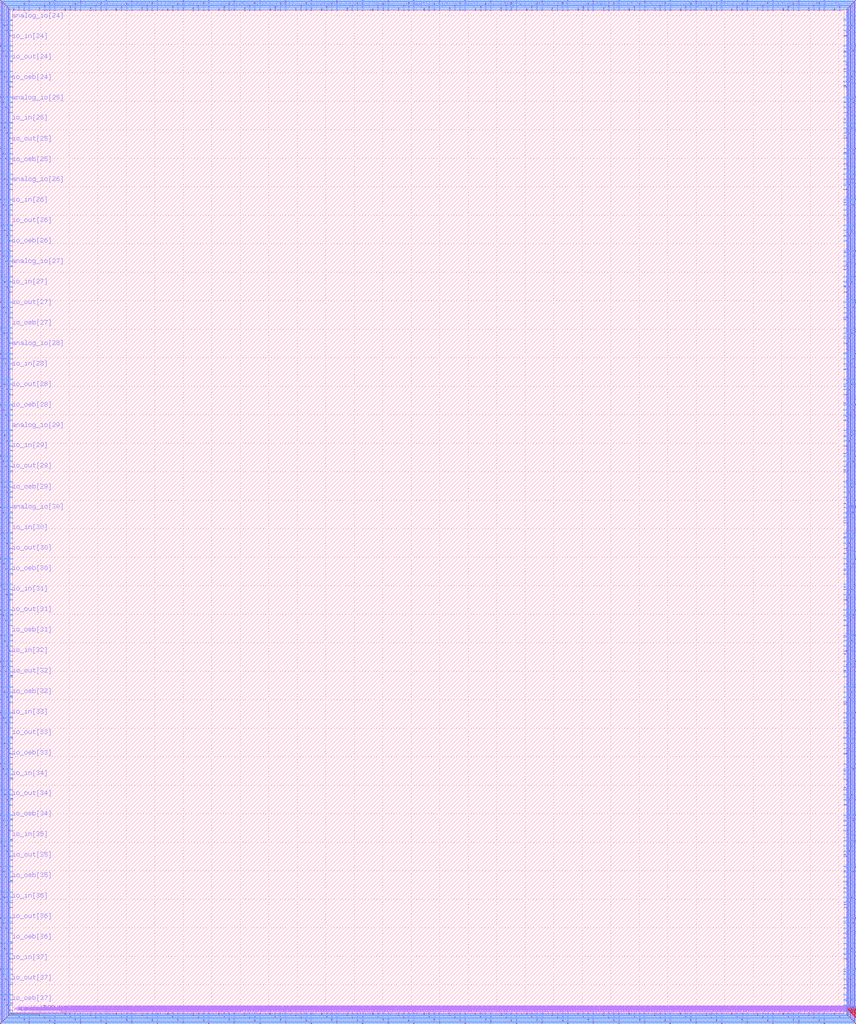
<source format=lef>
VERSION 5.7 ;
  NOWIREEXTENSIONATPIN ON ;
  DIVIDERCHAR "/" ;
  BUSBITCHARS "[]" ;
MACRO user_project_wrapper
  CLASS BLOCK ;
  FOREIGN user_project_wrapper ;
  ORIGIN 0.000 0.000 ;
  SIZE 2920.000 BY 3520.000 ;
  PIN analog_io[0]
    DIRECTION INOUT ;
    PORT
      LAYER met3 ;
        RECT 2917.600 28.980 2924.800 30.180 ;
    END
  END analog_io[0]
  PIN analog_io[10]
    DIRECTION INOUT ;
    PORT
      LAYER met3 ;
        RECT 2917.600 2374.980 2924.800 2376.180 ;
    END
  END analog_io[10]
  PIN analog_io[11]
    DIRECTION INOUT ;
    PORT
      LAYER met3 ;
        RECT 2917.600 2609.580 2924.800 2610.780 ;
    END
  END analog_io[11]
  PIN analog_io[12]
    DIRECTION INOUT ;
    PORT
      LAYER met3 ;
        RECT 2917.600 2844.180 2924.800 2845.380 ;
    END
  END analog_io[12]
  PIN analog_io[13]
    DIRECTION INOUT ;
    PORT
      LAYER met3 ;
        RECT 2917.600 3078.780 2924.800 3079.980 ;
    END
  END analog_io[13]
  PIN analog_io[14]
    DIRECTION INOUT ;
    PORT
      LAYER met3 ;
        RECT 2917.600 3313.380 2924.800 3314.580 ;
    END
  END analog_io[14]
  PIN analog_io[15]
    DIRECTION INOUT ;
    PORT
      LAYER met2 ;
        RECT 2879.090 3517.600 2879.650 3524.800 ;
    END
  END analog_io[15]
  PIN analog_io[16]
    DIRECTION INOUT ;
    PORT
      LAYER met2 ;
        RECT 2554.790 3517.600 2555.350 3524.800 ;
    END
  END analog_io[16]
  PIN analog_io[17]
    DIRECTION INOUT ;
    PORT
      LAYER met2 ;
        RECT 2230.490 3517.600 2231.050 3524.800 ;
    END
  END analog_io[17]
  PIN analog_io[18]
    DIRECTION INOUT ;
    PORT
      LAYER met2 ;
        RECT 1905.730 3517.600 1906.290 3524.800 ;
    END
  END analog_io[18]
  PIN analog_io[19]
    DIRECTION INOUT ;
    PORT
      LAYER met2 ;
        RECT 1581.430 3517.600 1581.990 3524.800 ;
    END
  END analog_io[19]
  PIN analog_io[1]
    DIRECTION INOUT ;
    PORT
      LAYER met3 ;
        RECT 2917.600 263.580 2924.800 264.780 ;
    END
  END analog_io[1]
  PIN analog_io[20]
    DIRECTION INOUT ;
    PORT
      LAYER met2 ;
        RECT 1257.130 3517.600 1257.690 3524.800 ;
    END
  END analog_io[20]
  PIN analog_io[21]
    DIRECTION INOUT ;
    PORT
      LAYER met2 ;
        RECT 932.370 3517.600 932.930 3524.800 ;
    END
  END analog_io[21]
  PIN analog_io[22]
    DIRECTION INOUT ;
    PORT
      LAYER met2 ;
        RECT 608.070 3517.600 608.630 3524.800 ;
    END
  END analog_io[22]
  PIN analog_io[23]
    DIRECTION INOUT ;
    PORT
      LAYER met2 ;
        RECT 283.770 3517.600 284.330 3524.800 ;
    END
  END analog_io[23]
  PIN analog_io[24]
    DIRECTION INOUT ;
    PORT
      LAYER met3 ;
        RECT -4.800 3482.700 2.400 3483.900 ;
    END
  END analog_io[24]
  PIN analog_io[25]
    DIRECTION INOUT ;
    PORT
      LAYER met3 ;
        RECT -4.800 3195.060 2.400 3196.260 ;
    END
  END analog_io[25]
  PIN analog_io[26]
    DIRECTION INOUT ;
    PORT
      LAYER met3 ;
        RECT -4.800 2908.100 2.400 2909.300 ;
    END
  END analog_io[26]
  PIN analog_io[27]
    DIRECTION INOUT ;
    PORT
      LAYER met3 ;
        RECT -4.800 2620.460 2.400 2621.660 ;
    END
  END analog_io[27]
  PIN analog_io[28]
    DIRECTION INOUT ;
    PORT
      LAYER met3 ;
        RECT -4.800 2333.500 2.400 2334.700 ;
    END
  END analog_io[28]
  PIN analog_io[29]
    DIRECTION INOUT ;
    PORT
      LAYER met3 ;
        RECT -4.800 2045.860 2.400 2047.060 ;
    END
  END analog_io[29]
  PIN analog_io[2]
    DIRECTION INOUT ;
    PORT
      LAYER met3 ;
        RECT 2917.600 498.180 2924.800 499.380 ;
    END
  END analog_io[2]
  PIN analog_io[30]
    DIRECTION INOUT ;
    PORT
      LAYER met3 ;
        RECT -4.800 1758.900 2.400 1760.100 ;
    END
  END analog_io[30]
  PIN analog_io[3]
    DIRECTION INOUT ;
    PORT
      LAYER met3 ;
        RECT 2917.600 732.780 2924.800 733.980 ;
    END
  END analog_io[3]
  PIN analog_io[4]
    DIRECTION INOUT ;
    PORT
      LAYER met3 ;
        RECT 2917.600 967.380 2924.800 968.580 ;
    END
  END analog_io[4]
  PIN analog_io[5]
    DIRECTION INOUT ;
    PORT
      LAYER met3 ;
        RECT 2917.600 1201.980 2924.800 1203.180 ;
    END
  END analog_io[5]
  PIN analog_io[6]
    DIRECTION INOUT ;
    PORT
      LAYER met3 ;
        RECT 2917.600 1436.580 2924.800 1437.780 ;
    END
  END analog_io[6]
  PIN analog_io[7]
    DIRECTION INOUT ;
    PORT
      LAYER met3 ;
        RECT 2917.600 1671.180 2924.800 1672.380 ;
    END
  END analog_io[7]
  PIN analog_io[8]
    DIRECTION INOUT ;
    PORT
      LAYER met3 ;
        RECT 2917.600 1905.780 2924.800 1906.980 ;
    END
  END analog_io[8]
  PIN analog_io[9]
    DIRECTION INOUT ;
    PORT
      LAYER met3 ;
        RECT 2917.600 2140.380 2924.800 2141.580 ;
    END
  END analog_io[9]
  PIN io_in[0]
    DIRECTION INPUT ;
    PORT
      LAYER met3 ;
        RECT 2917.600 87.460 2924.800 88.660 ;
    END
  END io_in[0]
  PIN io_in[10]
    DIRECTION INPUT ;
    PORT
      LAYER met3 ;
        RECT 2917.600 2433.460 2924.800 2434.660 ;
    END
  END io_in[10]
  PIN io_in[11]
    DIRECTION INPUT ;
    PORT
      LAYER met3 ;
        RECT 2917.600 2668.740 2924.800 2669.940 ;
    END
  END io_in[11]
  PIN io_in[12]
    DIRECTION INPUT ;
    PORT
      LAYER met3 ;
        RECT 2917.600 2903.340 2924.800 2904.540 ;
    END
  END io_in[12]
  PIN io_in[13]
    DIRECTION INPUT ;
    PORT
      LAYER met3 ;
        RECT 2917.600 3137.940 2924.800 3139.140 ;
    END
  END io_in[13]
  PIN io_in[14]
    DIRECTION INPUT ;
    PORT
      LAYER met3 ;
        RECT 2917.600 3372.540 2924.800 3373.740 ;
    END
  END io_in[14]
  PIN io_in[15]
    DIRECTION INPUT ;
    PORT
      LAYER met2 ;
        RECT 2798.130 3517.600 2798.690 3524.800 ;
    END
  END io_in[15]
  PIN io_in[16]
    DIRECTION INPUT ;
    PORT
      LAYER met2 ;
        RECT 2473.830 3517.600 2474.390 3524.800 ;
    END
  END io_in[16]
  PIN io_in[17]
    DIRECTION INPUT ;
    PORT
      LAYER met2 ;
        RECT 2149.070 3517.600 2149.630 3524.800 ;
    END
  END io_in[17]
  PIN io_in[18]
    DIRECTION INPUT ;
    PORT
      LAYER met2 ;
        RECT 1824.770 3517.600 1825.330 3524.800 ;
    END
  END io_in[18]
  PIN io_in[19]
    DIRECTION INPUT ;
    PORT
      LAYER met2 ;
        RECT 1500.470 3517.600 1501.030 3524.800 ;
    END
  END io_in[19]
  PIN io_in[1]
    DIRECTION INPUT ;
    PORT
      LAYER met3 ;
        RECT 2917.600 322.060 2924.800 323.260 ;
    END
  END io_in[1]
  PIN io_in[20]
    DIRECTION INPUT ;
    PORT
      LAYER met2 ;
        RECT 1175.710 3517.600 1176.270 3524.800 ;
    END
  END io_in[20]
  PIN io_in[21]
    DIRECTION INPUT ;
    PORT
      LAYER met2 ;
        RECT 851.410 3517.600 851.970 3524.800 ;
    END
  END io_in[21]
  PIN io_in[22]
    DIRECTION INPUT ;
    PORT
      LAYER met2 ;
        RECT 527.110 3517.600 527.670 3524.800 ;
    END
  END io_in[22]
  PIN io_in[23]
    DIRECTION INPUT ;
    PORT
      LAYER met2 ;
        RECT 202.350 3517.600 202.910 3524.800 ;
    END
  END io_in[23]
  PIN io_in[24]
    DIRECTION INPUT ;
    PORT
      LAYER met3 ;
        RECT -4.800 3410.620 2.400 3411.820 ;
    END
  END io_in[24]
  PIN io_in[25]
    DIRECTION INPUT ;
    PORT
      LAYER met3 ;
        RECT -4.800 3123.660 2.400 3124.860 ;
    END
  END io_in[25]
  PIN io_in[26]
    DIRECTION INPUT ;
    PORT
      LAYER met3 ;
        RECT -4.800 2836.020 2.400 2837.220 ;
    END
  END io_in[26]
  PIN io_in[27]
    DIRECTION INPUT ;
    PORT
      LAYER met3 ;
        RECT -4.800 2549.060 2.400 2550.260 ;
    END
  END io_in[27]
  PIN io_in[28]
    DIRECTION INPUT ;
    PORT
      LAYER met3 ;
        RECT -4.800 2261.420 2.400 2262.620 ;
    END
  END io_in[28]
  PIN io_in[29]
    DIRECTION INPUT ;
    PORT
      LAYER met3 ;
        RECT -4.800 1974.460 2.400 1975.660 ;
    END
  END io_in[29]
  PIN io_in[2]
    DIRECTION INPUT ;
    PORT
      LAYER met3 ;
        RECT 2917.600 556.660 2924.800 557.860 ;
    END
  END io_in[2]
  PIN io_in[30]
    DIRECTION INPUT ;
    PORT
      LAYER met3 ;
        RECT -4.800 1686.820 2.400 1688.020 ;
    END
  END io_in[30]
  PIN io_in[31]
    DIRECTION INPUT ;
    PORT
      LAYER met3 ;
        RECT -4.800 1471.260 2.400 1472.460 ;
    END
  END io_in[31]
  PIN io_in[32]
    DIRECTION INPUT ;
    PORT
      LAYER met3 ;
        RECT -4.800 1255.700 2.400 1256.900 ;
    END
  END io_in[32]
  PIN io_in[33]
    DIRECTION INPUT ;
    PORT
      LAYER met3 ;
        RECT -4.800 1040.140 2.400 1041.340 ;
    END
  END io_in[33]
  PIN io_in[34]
    DIRECTION INPUT ;
    PORT
      LAYER met3 ;
        RECT -4.800 824.580 2.400 825.780 ;
    END
  END io_in[34]
  PIN io_in[35]
    DIRECTION INPUT ;
    PORT
      LAYER met3 ;
        RECT -4.800 609.700 2.400 610.900 ;
    END
  END io_in[35]
  PIN io_in[36]
    DIRECTION INPUT ;
    PORT
      LAYER met3 ;
        RECT -4.800 394.140 2.400 395.340 ;
    END
  END io_in[36]
  PIN io_in[37]
    DIRECTION INPUT ;
    PORT
      LAYER met3 ;
        RECT -4.800 178.580 2.400 179.780 ;
    END
  END io_in[37]
  PIN io_in[3]
    DIRECTION INPUT ;
    PORT
      LAYER met3 ;
        RECT 2917.600 791.260 2924.800 792.460 ;
    END
  END io_in[3]
  PIN io_in[4]
    DIRECTION INPUT ;
    PORT
      LAYER met3 ;
        RECT 2917.600 1025.860 2924.800 1027.060 ;
    END
  END io_in[4]
  PIN io_in[5]
    DIRECTION INPUT ;
    PORT
      LAYER met3 ;
        RECT 2917.600 1260.460 2924.800 1261.660 ;
    END
  END io_in[5]
  PIN io_in[6]
    DIRECTION INPUT ;
    PORT
      LAYER met3 ;
        RECT 2917.600 1495.060 2924.800 1496.260 ;
    END
  END io_in[6]
  PIN io_in[7]
    DIRECTION INPUT ;
    PORT
      LAYER met3 ;
        RECT 2917.600 1729.660 2924.800 1730.860 ;
    END
  END io_in[7]
  PIN io_in[8]
    DIRECTION INPUT ;
    PORT
      LAYER met3 ;
        RECT 2917.600 1964.260 2924.800 1965.460 ;
    END
  END io_in[8]
  PIN io_in[9]
    DIRECTION INPUT ;
    PORT
      LAYER met3 ;
        RECT 2917.600 2198.860 2924.800 2200.060 ;
    END
  END io_in[9]
  PIN io_oeb[0]
    DIRECTION OUTPUT TRISTATE ;
    PORT
      LAYER met3 ;
        RECT 2917.600 204.420 2924.800 205.620 ;
    END
  END io_oeb[0]
  PIN io_oeb[10]
    DIRECTION OUTPUT TRISTATE ;
    PORT
      LAYER met3 ;
        RECT 2917.600 2551.100 2924.800 2552.300 ;
    END
  END io_oeb[10]
  PIN io_oeb[11]
    DIRECTION OUTPUT TRISTATE ;
    PORT
      LAYER met3 ;
        RECT 2917.600 2785.700 2924.800 2786.900 ;
    END
  END io_oeb[11]
  PIN io_oeb[12]
    DIRECTION OUTPUT TRISTATE ;
    PORT
      LAYER met3 ;
        RECT 2917.600 3020.300 2924.800 3021.500 ;
    END
  END io_oeb[12]
  PIN io_oeb[13]
    DIRECTION OUTPUT TRISTATE ;
    PORT
      LAYER met3 ;
        RECT 2917.600 3254.900 2924.800 3256.100 ;
    END
  END io_oeb[13]
  PIN io_oeb[14]
    DIRECTION OUTPUT TRISTATE ;
    PORT
      LAYER met3 ;
        RECT 2917.600 3489.500 2924.800 3490.700 ;
    END
  END io_oeb[14]
  PIN io_oeb[15]
    DIRECTION OUTPUT TRISTATE ;
    PORT
      LAYER met2 ;
        RECT 2635.750 3517.600 2636.310 3524.800 ;
    END
  END io_oeb[15]
  PIN io_oeb[16]
    DIRECTION OUTPUT TRISTATE ;
    PORT
      LAYER met2 ;
        RECT 2311.450 3517.600 2312.010 3524.800 ;
    END
  END io_oeb[16]
  PIN io_oeb[17]
    DIRECTION OUTPUT TRISTATE ;
    PORT
      LAYER met2 ;
        RECT 1987.150 3517.600 1987.710 3524.800 ;
    END
  END io_oeb[17]
  PIN io_oeb[18]
    DIRECTION OUTPUT TRISTATE ;
    PORT
      LAYER met2 ;
        RECT 1662.390 3517.600 1662.950 3524.800 ;
    END
  END io_oeb[18]
  PIN io_oeb[19]
    DIRECTION OUTPUT TRISTATE ;
    PORT
      LAYER met2 ;
        RECT 1338.090 3517.600 1338.650 3524.800 ;
    END
  END io_oeb[19]
  PIN io_oeb[1]
    DIRECTION OUTPUT TRISTATE ;
    PORT
      LAYER met3 ;
        RECT 2917.600 439.020 2924.800 440.220 ;
    END
  END io_oeb[1]
  PIN io_oeb[20]
    DIRECTION OUTPUT TRISTATE ;
    PORT
      LAYER met2 ;
        RECT 1013.790 3517.600 1014.350 3524.800 ;
    END
  END io_oeb[20]
  PIN io_oeb[21]
    DIRECTION OUTPUT TRISTATE ;
    PORT
      LAYER met2 ;
        RECT 689.030 3517.600 689.590 3524.800 ;
    END
  END io_oeb[21]
  PIN io_oeb[22]
    DIRECTION OUTPUT TRISTATE ;
    PORT
      LAYER met2 ;
        RECT 364.730 3517.600 365.290 3524.800 ;
    END
  END io_oeb[22]
  PIN io_oeb[23]
    DIRECTION OUTPUT TRISTATE ;
    PORT
      LAYER met2 ;
        RECT 40.430 3517.600 40.990 3524.800 ;
    END
  END io_oeb[23]
  PIN io_oeb[24]
    DIRECTION OUTPUT TRISTATE ;
    PORT
      LAYER met3 ;
        RECT -4.800 3267.140 2.400 3268.340 ;
    END
  END io_oeb[24]
  PIN io_oeb[25]
    DIRECTION OUTPUT TRISTATE ;
    PORT
      LAYER met3 ;
        RECT -4.800 2979.500 2.400 2980.700 ;
    END
  END io_oeb[25]
  PIN io_oeb[26]
    DIRECTION OUTPUT TRISTATE ;
    PORT
      LAYER met3 ;
        RECT -4.800 2692.540 2.400 2693.740 ;
    END
  END io_oeb[26]
  PIN io_oeb[27]
    DIRECTION OUTPUT TRISTATE ;
    PORT
      LAYER met3 ;
        RECT -4.800 2404.900 2.400 2406.100 ;
    END
  END io_oeb[27]
  PIN io_oeb[28]
    DIRECTION OUTPUT TRISTATE ;
    PORT
      LAYER met3 ;
        RECT -4.800 2117.940 2.400 2119.140 ;
    END
  END io_oeb[28]
  PIN io_oeb[29]
    DIRECTION OUTPUT TRISTATE ;
    PORT
      LAYER met3 ;
        RECT -4.800 1830.300 2.400 1831.500 ;
    END
  END io_oeb[29]
  PIN io_oeb[2]
    DIRECTION OUTPUT TRISTATE ;
    PORT
      LAYER met3 ;
        RECT 2917.600 673.620 2924.800 674.820 ;
    END
  END io_oeb[2]
  PIN io_oeb[30]
    DIRECTION OUTPUT TRISTATE ;
    PORT
      LAYER met3 ;
        RECT -4.800 1543.340 2.400 1544.540 ;
    END
  END io_oeb[30]
  PIN io_oeb[31]
    DIRECTION OUTPUT TRISTATE ;
    PORT
      LAYER met3 ;
        RECT -4.800 1327.780 2.400 1328.980 ;
    END
  END io_oeb[31]
  PIN io_oeb[32]
    DIRECTION OUTPUT TRISTATE ;
    PORT
      LAYER met3 ;
        RECT -4.800 1112.220 2.400 1113.420 ;
    END
  END io_oeb[32]
  PIN io_oeb[33]
    DIRECTION OUTPUT TRISTATE ;
    PORT
      LAYER met3 ;
        RECT -4.800 896.660 2.400 897.860 ;
    END
  END io_oeb[33]
  PIN io_oeb[34]
    DIRECTION OUTPUT TRISTATE ;
    PORT
      LAYER met3 ;
        RECT -4.800 681.100 2.400 682.300 ;
    END
  END io_oeb[34]
  PIN io_oeb[35]
    DIRECTION OUTPUT TRISTATE ;
    PORT
      LAYER met3 ;
        RECT -4.800 465.540 2.400 466.740 ;
    END
  END io_oeb[35]
  PIN io_oeb[36]
    DIRECTION OUTPUT TRISTATE ;
    PORT
      LAYER met3 ;
        RECT -4.800 249.980 2.400 251.180 ;
    END
  END io_oeb[36]
  PIN io_oeb[37]
    DIRECTION OUTPUT TRISTATE ;
    PORT
      LAYER met3 ;
        RECT -4.800 35.100 2.400 36.300 ;
    END
  END io_oeb[37]
  PIN io_oeb[3]
    DIRECTION OUTPUT TRISTATE ;
    PORT
      LAYER met3 ;
        RECT 2917.600 908.900 2924.800 910.100 ;
    END
  END io_oeb[3]
  PIN io_oeb[4]
    DIRECTION OUTPUT TRISTATE ;
    PORT
      LAYER met3 ;
        RECT 2917.600 1143.500 2924.800 1144.700 ;
    END
  END io_oeb[4]
  PIN io_oeb[5]
    DIRECTION OUTPUT TRISTATE ;
    PORT
      LAYER met3 ;
        RECT 2917.600 1378.100 2924.800 1379.300 ;
    END
  END io_oeb[5]
  PIN io_oeb[6]
    DIRECTION OUTPUT TRISTATE ;
    PORT
      LAYER met3 ;
        RECT 2917.600 1612.700 2924.800 1613.900 ;
    END
  END io_oeb[6]
  PIN io_oeb[7]
    DIRECTION OUTPUT TRISTATE ;
    PORT
      LAYER met3 ;
        RECT 2917.600 1847.300 2924.800 1848.500 ;
    END
  END io_oeb[7]
  PIN io_oeb[8]
    DIRECTION OUTPUT TRISTATE ;
    PORT
      LAYER met3 ;
        RECT 2917.600 2081.900 2924.800 2083.100 ;
    END
  END io_oeb[8]
  PIN io_oeb[9]
    DIRECTION OUTPUT TRISTATE ;
    PORT
      LAYER met3 ;
        RECT 2917.600 2316.500 2924.800 2317.700 ;
    END
  END io_oeb[9]
  PIN io_out[0]
    DIRECTION OUTPUT TRISTATE ;
    PORT
      LAYER met3 ;
        RECT 2917.600 145.940 2924.800 147.140 ;
    END
  END io_out[0]
  PIN io_out[10]
    DIRECTION OUTPUT TRISTATE ;
    PORT
      LAYER met3 ;
        RECT 2917.600 2492.620 2924.800 2493.820 ;
    END
  END io_out[10]
  PIN io_out[11]
    DIRECTION OUTPUT TRISTATE ;
    PORT
      LAYER met3 ;
        RECT 2917.600 2727.220 2924.800 2728.420 ;
    END
  END io_out[11]
  PIN io_out[12]
    DIRECTION OUTPUT TRISTATE ;
    PORT
      LAYER met3 ;
        RECT 2917.600 2961.820 2924.800 2963.020 ;
    END
  END io_out[12]
  PIN io_out[13]
    DIRECTION OUTPUT TRISTATE ;
    PORT
      LAYER met3 ;
        RECT 2917.600 3196.420 2924.800 3197.620 ;
    END
  END io_out[13]
  PIN io_out[14]
    DIRECTION OUTPUT TRISTATE ;
    PORT
      LAYER met3 ;
        RECT 2917.600 3431.020 2924.800 3432.220 ;
    END
  END io_out[14]
  PIN io_out[15]
    DIRECTION OUTPUT TRISTATE ;
    PORT
      LAYER met2 ;
        RECT 2717.170 3517.600 2717.730 3524.800 ;
    END
  END io_out[15]
  PIN io_out[16]
    DIRECTION OUTPUT TRISTATE ;
    PORT
      LAYER met2 ;
        RECT 2392.410 3517.600 2392.970 3524.800 ;
    END
  END io_out[16]
  PIN io_out[17]
    DIRECTION OUTPUT TRISTATE ;
    PORT
      LAYER met2 ;
        RECT 2068.110 3517.600 2068.670 3524.800 ;
    END
  END io_out[17]
  PIN io_out[18]
    DIRECTION OUTPUT TRISTATE ;
    PORT
      LAYER met2 ;
        RECT 1743.810 3517.600 1744.370 3524.800 ;
    END
  END io_out[18]
  PIN io_out[19]
    DIRECTION OUTPUT TRISTATE ;
    PORT
      LAYER met2 ;
        RECT 1419.050 3517.600 1419.610 3524.800 ;
    END
  END io_out[19]
  PIN io_out[1]
    DIRECTION OUTPUT TRISTATE ;
    PORT
      LAYER met3 ;
        RECT 2917.600 380.540 2924.800 381.740 ;
    END
  END io_out[1]
  PIN io_out[20]
    DIRECTION OUTPUT TRISTATE ;
    PORT
      LAYER met2 ;
        RECT 1094.750 3517.600 1095.310 3524.800 ;
    END
  END io_out[20]
  PIN io_out[21]
    DIRECTION OUTPUT TRISTATE ;
    PORT
      LAYER met2 ;
        RECT 770.450 3517.600 771.010 3524.800 ;
    END
  END io_out[21]
  PIN io_out[22]
    DIRECTION OUTPUT TRISTATE ;
    PORT
      LAYER met2 ;
        RECT 445.690 3517.600 446.250 3524.800 ;
    END
  END io_out[22]
  PIN io_out[23]
    DIRECTION OUTPUT TRISTATE ;
    PORT
      LAYER met2 ;
        RECT 121.390 3517.600 121.950 3524.800 ;
    END
  END io_out[23]
  PIN io_out[24]
    DIRECTION OUTPUT TRISTATE ;
    PORT
      LAYER met3 ;
        RECT -4.800 3339.220 2.400 3340.420 ;
    END
  END io_out[24]
  PIN io_out[25]
    DIRECTION OUTPUT TRISTATE ;
    PORT
      LAYER met3 ;
        RECT -4.800 3051.580 2.400 3052.780 ;
    END
  END io_out[25]
  PIN io_out[26]
    DIRECTION OUTPUT TRISTATE ;
    PORT
      LAYER met3 ;
        RECT -4.800 2764.620 2.400 2765.820 ;
    END
  END io_out[26]
  PIN io_out[27]
    DIRECTION OUTPUT TRISTATE ;
    PORT
      LAYER met3 ;
        RECT -4.800 2476.980 2.400 2478.180 ;
    END
  END io_out[27]
  PIN io_out[28]
    DIRECTION OUTPUT TRISTATE ;
    PORT
      LAYER met3 ;
        RECT -4.800 2189.340 2.400 2190.540 ;
    END
  END io_out[28]
  PIN io_out[29]
    DIRECTION OUTPUT TRISTATE ;
    PORT
      LAYER met3 ;
        RECT -4.800 1902.380 2.400 1903.580 ;
    END
  END io_out[29]
  PIN io_out[2]
    DIRECTION OUTPUT TRISTATE ;
    PORT
      LAYER met3 ;
        RECT 2917.600 615.140 2924.800 616.340 ;
    END
  END io_out[2]
  PIN io_out[30]
    DIRECTION OUTPUT TRISTATE ;
    PORT
      LAYER met3 ;
        RECT -4.800 1614.740 2.400 1615.940 ;
    END
  END io_out[30]
  PIN io_out[31]
    DIRECTION OUTPUT TRISTATE ;
    PORT
      LAYER met3 ;
        RECT -4.800 1399.860 2.400 1401.060 ;
    END
  END io_out[31]
  PIN io_out[32]
    DIRECTION OUTPUT TRISTATE ;
    PORT
      LAYER met3 ;
        RECT -4.800 1184.300 2.400 1185.500 ;
    END
  END io_out[32]
  PIN io_out[33]
    DIRECTION OUTPUT TRISTATE ;
    PORT
      LAYER met3 ;
        RECT -4.800 968.740 2.400 969.940 ;
    END
  END io_out[33]
  PIN io_out[34]
    DIRECTION OUTPUT TRISTATE ;
    PORT
      LAYER met3 ;
        RECT -4.800 753.180 2.400 754.380 ;
    END
  END io_out[34]
  PIN io_out[35]
    DIRECTION OUTPUT TRISTATE ;
    PORT
      LAYER met3 ;
        RECT -4.800 537.620 2.400 538.820 ;
    END
  END io_out[35]
  PIN io_out[36]
    DIRECTION OUTPUT TRISTATE ;
    PORT
      LAYER met3 ;
        RECT -4.800 322.060 2.400 323.260 ;
    END
  END io_out[36]
  PIN io_out[37]
    DIRECTION OUTPUT TRISTATE ;
    PORT
      LAYER met3 ;
        RECT -4.800 106.500 2.400 107.700 ;
    END
  END io_out[37]
  PIN io_out[3]
    DIRECTION OUTPUT TRISTATE ;
    PORT
      LAYER met3 ;
        RECT 2917.600 849.740 2924.800 850.940 ;
    END
  END io_out[3]
  PIN io_out[4]
    DIRECTION OUTPUT TRISTATE ;
    PORT
      LAYER met3 ;
        RECT 2917.600 1084.340 2924.800 1085.540 ;
    END
  END io_out[4]
  PIN io_out[5]
    DIRECTION OUTPUT TRISTATE ;
    PORT
      LAYER met3 ;
        RECT 2917.600 1318.940 2924.800 1320.140 ;
    END
  END io_out[5]
  PIN io_out[6]
    DIRECTION OUTPUT TRISTATE ;
    PORT
      LAYER met3 ;
        RECT 2917.600 1553.540 2924.800 1554.740 ;
    END
  END io_out[6]
  PIN io_out[7]
    DIRECTION OUTPUT TRISTATE ;
    PORT
      LAYER met3 ;
        RECT 2917.600 1788.820 2924.800 1790.020 ;
    END
  END io_out[7]
  PIN io_out[8]
    DIRECTION OUTPUT TRISTATE ;
    PORT
      LAYER met3 ;
        RECT 2917.600 2023.420 2924.800 2024.620 ;
    END
  END io_out[8]
  PIN io_out[9]
    DIRECTION OUTPUT TRISTATE ;
    PORT
      LAYER met3 ;
        RECT 2917.600 2258.020 2924.800 2259.220 ;
    END
  END io_out[9]
  PIN la_data_in[0]
    DIRECTION INPUT ;
    PORT
      LAYER met2 ;
        RECT 632.910 -4.800 633.470 2.400 ;
    END
  END la_data_in[0]
  PIN la_data_in[100]
    DIRECTION INPUT ;
    PORT
      LAYER met2 ;
        RECT 2417.250 -4.800 2417.810 2.400 ;
    END
  END la_data_in[100]
  PIN la_data_in[101]
    DIRECTION INPUT ;
    PORT
      LAYER met2 ;
        RECT 2434.730 -4.800 2435.290 2.400 ;
    END
  END la_data_in[101]
  PIN la_data_in[102]
    DIRECTION INPUT ;
    PORT
      LAYER met2 ;
        RECT 2452.670 -4.800 2453.230 2.400 ;
    END
  END la_data_in[102]
  PIN la_data_in[103]
    DIRECTION INPUT ;
    PORT
      LAYER met2 ;
        RECT 2470.610 -4.800 2471.170 2.400 ;
    END
  END la_data_in[103]
  PIN la_data_in[104]
    DIRECTION INPUT ;
    PORT
      LAYER met2 ;
        RECT 2488.550 -4.800 2489.110 2.400 ;
    END
  END la_data_in[104]
  PIN la_data_in[105]
    DIRECTION INPUT ;
    PORT
      LAYER met2 ;
        RECT 2506.030 -4.800 2506.590 2.400 ;
    END
  END la_data_in[105]
  PIN la_data_in[106]
    DIRECTION INPUT ;
    PORT
      LAYER met2 ;
        RECT 2523.970 -4.800 2524.530 2.400 ;
    END
  END la_data_in[106]
  PIN la_data_in[107]
    DIRECTION INPUT ;
    PORT
      LAYER met2 ;
        RECT 2541.910 -4.800 2542.470 2.400 ;
    END
  END la_data_in[107]
  PIN la_data_in[108]
    DIRECTION INPUT ;
    PORT
      LAYER met2 ;
        RECT 2559.850 -4.800 2560.410 2.400 ;
    END
  END la_data_in[108]
  PIN la_data_in[109]
    DIRECTION INPUT ;
    PORT
      LAYER met2 ;
        RECT 2577.790 -4.800 2578.350 2.400 ;
    END
  END la_data_in[109]
  PIN la_data_in[10]
    DIRECTION INPUT ;
    PORT
      LAYER met2 ;
        RECT 811.390 -4.800 811.950 2.400 ;
    END
  END la_data_in[10]
  PIN la_data_in[110]
    DIRECTION INPUT ;
    PORT
      LAYER met2 ;
        RECT 2595.270 -4.800 2595.830 2.400 ;
    END
  END la_data_in[110]
  PIN la_data_in[111]
    DIRECTION INPUT ;
    PORT
      LAYER met2 ;
        RECT 2613.210 -4.800 2613.770 2.400 ;
    END
  END la_data_in[111]
  PIN la_data_in[112]
    DIRECTION INPUT ;
    PORT
      LAYER met2 ;
        RECT 2631.150 -4.800 2631.710 2.400 ;
    END
  END la_data_in[112]
  PIN la_data_in[113]
    DIRECTION INPUT ;
    PORT
      LAYER met2 ;
        RECT 2649.090 -4.800 2649.650 2.400 ;
    END
  END la_data_in[113]
  PIN la_data_in[114]
    DIRECTION INPUT ;
    PORT
      LAYER met2 ;
        RECT 2667.030 -4.800 2667.590 2.400 ;
    END
  END la_data_in[114]
  PIN la_data_in[115]
    DIRECTION INPUT ;
    PORT
      LAYER met2 ;
        RECT 2684.510 -4.800 2685.070 2.400 ;
    END
  END la_data_in[115]
  PIN la_data_in[116]
    DIRECTION INPUT ;
    PORT
      LAYER met2 ;
        RECT 2702.450 -4.800 2703.010 2.400 ;
    END
  END la_data_in[116]
  PIN la_data_in[117]
    DIRECTION INPUT ;
    PORT
      LAYER met2 ;
        RECT 2720.390 -4.800 2720.950 2.400 ;
    END
  END la_data_in[117]
  PIN la_data_in[118]
    DIRECTION INPUT ;
    PORT
      LAYER met2 ;
        RECT 2738.330 -4.800 2738.890 2.400 ;
    END
  END la_data_in[118]
  PIN la_data_in[119]
    DIRECTION INPUT ;
    PORT
      LAYER met2 ;
        RECT 2755.810 -4.800 2756.370 2.400 ;
    END
  END la_data_in[119]
  PIN la_data_in[11]
    DIRECTION INPUT ;
    PORT
      LAYER met2 ;
        RECT 829.330 -4.800 829.890 2.400 ;
    END
  END la_data_in[11]
  PIN la_data_in[120]
    DIRECTION INPUT ;
    PORT
      LAYER met2 ;
        RECT 2773.750 -4.800 2774.310 2.400 ;
    END
  END la_data_in[120]
  PIN la_data_in[121]
    DIRECTION INPUT ;
    PORT
      LAYER met2 ;
        RECT 2791.690 -4.800 2792.250 2.400 ;
    END
  END la_data_in[121]
  PIN la_data_in[122]
    DIRECTION INPUT ;
    PORT
      LAYER met2 ;
        RECT 2809.630 -4.800 2810.190 2.400 ;
    END
  END la_data_in[122]
  PIN la_data_in[123]
    DIRECTION INPUT ;
    PORT
      LAYER met2 ;
        RECT 2827.570 -4.800 2828.130 2.400 ;
    END
  END la_data_in[123]
  PIN la_data_in[124]
    DIRECTION INPUT ;
    PORT
      LAYER met2 ;
        RECT 2845.050 -4.800 2845.610 2.400 ;
    END
  END la_data_in[124]
  PIN la_data_in[125]
    DIRECTION INPUT ;
    PORT
      LAYER met2 ;
        RECT 2862.990 -4.800 2863.550 2.400 ;
    END
  END la_data_in[125]
  PIN la_data_in[126]
    DIRECTION INPUT ;
    PORT
      LAYER met2 ;
        RECT 2880.930 -4.800 2881.490 2.400 ;
    END
  END la_data_in[126]
  PIN la_data_in[127]
    DIRECTION INPUT ;
    PORT
      LAYER met2 ;
        RECT 2898.870 -4.800 2899.430 2.400 ;
    END
  END la_data_in[127]
  PIN la_data_in[12]
    DIRECTION INPUT ;
    PORT
      LAYER met2 ;
        RECT 846.810 -4.800 847.370 2.400 ;
    END
  END la_data_in[12]
  PIN la_data_in[13]
    DIRECTION INPUT ;
    PORT
      LAYER met2 ;
        RECT 864.750 -4.800 865.310 2.400 ;
    END
  END la_data_in[13]
  PIN la_data_in[14]
    DIRECTION INPUT ;
    PORT
      LAYER met2 ;
        RECT 882.690 -4.800 883.250 2.400 ;
    END
  END la_data_in[14]
  PIN la_data_in[15]
    DIRECTION INPUT ;
    PORT
      LAYER met2 ;
        RECT 900.630 -4.800 901.190 2.400 ;
    END
  END la_data_in[15]
  PIN la_data_in[16]
    DIRECTION INPUT ;
    PORT
      LAYER met2 ;
        RECT 918.570 -4.800 919.130 2.400 ;
    END
  END la_data_in[16]
  PIN la_data_in[17]
    DIRECTION INPUT ;
    PORT
      LAYER met2 ;
        RECT 936.050 -4.800 936.610 2.400 ;
    END
  END la_data_in[17]
  PIN la_data_in[18]
    DIRECTION INPUT ;
    PORT
      LAYER met2 ;
        RECT 953.990 -4.800 954.550 2.400 ;
    END
  END la_data_in[18]
  PIN la_data_in[19]
    DIRECTION INPUT ;
    PORT
      LAYER met2 ;
        RECT 971.930 -4.800 972.490 2.400 ;
    END
  END la_data_in[19]
  PIN la_data_in[1]
    DIRECTION INPUT ;
    PORT
      LAYER met2 ;
        RECT 650.850 -4.800 651.410 2.400 ;
    END
  END la_data_in[1]
  PIN la_data_in[20]
    DIRECTION INPUT ;
    PORT
      LAYER met2 ;
        RECT 989.870 -4.800 990.430 2.400 ;
    END
  END la_data_in[20]
  PIN la_data_in[21]
    DIRECTION INPUT ;
    PORT
      LAYER met2 ;
        RECT 1007.350 -4.800 1007.910 2.400 ;
    END
  END la_data_in[21]
  PIN la_data_in[22]
    DIRECTION INPUT ;
    PORT
      LAYER met2 ;
        RECT 1025.290 -4.800 1025.850 2.400 ;
    END
  END la_data_in[22]
  PIN la_data_in[23]
    DIRECTION INPUT ;
    PORT
      LAYER met2 ;
        RECT 1043.230 -4.800 1043.790 2.400 ;
    END
  END la_data_in[23]
  PIN la_data_in[24]
    DIRECTION INPUT ;
    PORT
      LAYER met2 ;
        RECT 1061.170 -4.800 1061.730 2.400 ;
    END
  END la_data_in[24]
  PIN la_data_in[25]
    DIRECTION INPUT ;
    PORT
      LAYER met2 ;
        RECT 1079.110 -4.800 1079.670 2.400 ;
    END
  END la_data_in[25]
  PIN la_data_in[26]
    DIRECTION INPUT ;
    PORT
      LAYER met2 ;
        RECT 1096.590 -4.800 1097.150 2.400 ;
    END
  END la_data_in[26]
  PIN la_data_in[27]
    DIRECTION INPUT ;
    PORT
      LAYER met2 ;
        RECT 1114.530 -4.800 1115.090 2.400 ;
    END
  END la_data_in[27]
  PIN la_data_in[28]
    DIRECTION INPUT ;
    PORT
      LAYER met2 ;
        RECT 1132.470 -4.800 1133.030 2.400 ;
    END
  END la_data_in[28]
  PIN la_data_in[29]
    DIRECTION INPUT ;
    PORT
      LAYER met2 ;
        RECT 1150.410 -4.800 1150.970 2.400 ;
    END
  END la_data_in[29]
  PIN la_data_in[2]
    DIRECTION INPUT ;
    PORT
      LAYER met2 ;
        RECT 668.790 -4.800 669.350 2.400 ;
    END
  END la_data_in[2]
  PIN la_data_in[30]
    DIRECTION INPUT ;
    PORT
      LAYER met2 ;
        RECT 1168.350 -4.800 1168.910 2.400 ;
    END
  END la_data_in[30]
  PIN la_data_in[31]
    DIRECTION INPUT ;
    PORT
      LAYER met2 ;
        RECT 1185.830 -4.800 1186.390 2.400 ;
    END
  END la_data_in[31]
  PIN la_data_in[32]
    DIRECTION INPUT ;
    PORT
      LAYER met2 ;
        RECT 1203.770 -4.800 1204.330 2.400 ;
    END
  END la_data_in[32]
  PIN la_data_in[33]
    DIRECTION INPUT ;
    PORT
      LAYER met2 ;
        RECT 1221.710 -4.800 1222.270 2.400 ;
    END
  END la_data_in[33]
  PIN la_data_in[34]
    DIRECTION INPUT ;
    PORT
      LAYER met2 ;
        RECT 1239.650 -4.800 1240.210 2.400 ;
    END
  END la_data_in[34]
  PIN la_data_in[35]
    DIRECTION INPUT ;
    PORT
      LAYER met2 ;
        RECT 1257.130 -4.800 1257.690 2.400 ;
    END
  END la_data_in[35]
  PIN la_data_in[36]
    DIRECTION INPUT ;
    PORT
      LAYER met2 ;
        RECT 1275.070 -4.800 1275.630 2.400 ;
    END
  END la_data_in[36]
  PIN la_data_in[37]
    DIRECTION INPUT ;
    PORT
      LAYER met2 ;
        RECT 1293.010 -4.800 1293.570 2.400 ;
    END
  END la_data_in[37]
  PIN la_data_in[38]
    DIRECTION INPUT ;
    PORT
      LAYER met2 ;
        RECT 1310.950 -4.800 1311.510 2.400 ;
    END
  END la_data_in[38]
  PIN la_data_in[39]
    DIRECTION INPUT ;
    PORT
      LAYER met2 ;
        RECT 1328.890 -4.800 1329.450 2.400 ;
    END
  END la_data_in[39]
  PIN la_data_in[3]
    DIRECTION INPUT ;
    PORT
      LAYER met2 ;
        RECT 686.270 -4.800 686.830 2.400 ;
    END
  END la_data_in[3]
  PIN la_data_in[40]
    DIRECTION INPUT ;
    PORT
      LAYER met2 ;
        RECT 1346.370 -4.800 1346.930 2.400 ;
    END
  END la_data_in[40]
  PIN la_data_in[41]
    DIRECTION INPUT ;
    PORT
      LAYER met2 ;
        RECT 1364.310 -4.800 1364.870 2.400 ;
    END
  END la_data_in[41]
  PIN la_data_in[42]
    DIRECTION INPUT ;
    PORT
      LAYER met2 ;
        RECT 1382.250 -4.800 1382.810 2.400 ;
    END
  END la_data_in[42]
  PIN la_data_in[43]
    DIRECTION INPUT ;
    PORT
      LAYER met2 ;
        RECT 1400.190 -4.800 1400.750 2.400 ;
    END
  END la_data_in[43]
  PIN la_data_in[44]
    DIRECTION INPUT ;
    PORT
      LAYER met2 ;
        RECT 1418.130 -4.800 1418.690 2.400 ;
    END
  END la_data_in[44]
  PIN la_data_in[45]
    DIRECTION INPUT ;
    PORT
      LAYER met2 ;
        RECT 1435.610 -4.800 1436.170 2.400 ;
    END
  END la_data_in[45]
  PIN la_data_in[46]
    DIRECTION INPUT ;
    PORT
      LAYER met2 ;
        RECT 1453.550 -4.800 1454.110 2.400 ;
    END
  END la_data_in[46]
  PIN la_data_in[47]
    DIRECTION INPUT ;
    PORT
      LAYER met2 ;
        RECT 1471.490 -4.800 1472.050 2.400 ;
    END
  END la_data_in[47]
  PIN la_data_in[48]
    DIRECTION INPUT ;
    PORT
      LAYER met2 ;
        RECT 1489.430 -4.800 1489.990 2.400 ;
    END
  END la_data_in[48]
  PIN la_data_in[49]
    DIRECTION INPUT ;
    PORT
      LAYER met2 ;
        RECT 1506.910 -4.800 1507.470 2.400 ;
    END
  END la_data_in[49]
  PIN la_data_in[4]
    DIRECTION INPUT ;
    PORT
      LAYER met2 ;
        RECT 704.210 -4.800 704.770 2.400 ;
    END
  END la_data_in[4]
  PIN la_data_in[50]
    DIRECTION INPUT ;
    PORT
      LAYER met2 ;
        RECT 1524.850 -4.800 1525.410 2.400 ;
    END
  END la_data_in[50]
  PIN la_data_in[51]
    DIRECTION INPUT ;
    PORT
      LAYER met2 ;
        RECT 1542.790 -4.800 1543.350 2.400 ;
    END
  END la_data_in[51]
  PIN la_data_in[52]
    DIRECTION INPUT ;
    PORT
      LAYER met2 ;
        RECT 1560.730 -4.800 1561.290 2.400 ;
    END
  END la_data_in[52]
  PIN la_data_in[53]
    DIRECTION INPUT ;
    PORT
      LAYER met2 ;
        RECT 1578.670 -4.800 1579.230 2.400 ;
    END
  END la_data_in[53]
  PIN la_data_in[54]
    DIRECTION INPUT ;
    PORT
      LAYER met2 ;
        RECT 1596.150 -4.800 1596.710 2.400 ;
    END
  END la_data_in[54]
  PIN la_data_in[55]
    DIRECTION INPUT ;
    PORT
      LAYER met2 ;
        RECT 1614.090 -4.800 1614.650 2.400 ;
    END
  END la_data_in[55]
  PIN la_data_in[56]
    DIRECTION INPUT ;
    PORT
      LAYER met2 ;
        RECT 1632.030 -4.800 1632.590 2.400 ;
    END
  END la_data_in[56]
  PIN la_data_in[57]
    DIRECTION INPUT ;
    PORT
      LAYER met2 ;
        RECT 1649.970 -4.800 1650.530 2.400 ;
    END
  END la_data_in[57]
  PIN la_data_in[58]
    DIRECTION INPUT ;
    PORT
      LAYER met2 ;
        RECT 1667.910 -4.800 1668.470 2.400 ;
    END
  END la_data_in[58]
  PIN la_data_in[59]
    DIRECTION INPUT ;
    PORT
      LAYER met2 ;
        RECT 1685.390 -4.800 1685.950 2.400 ;
    END
  END la_data_in[59]
  PIN la_data_in[5]
    DIRECTION INPUT ;
    PORT
      LAYER met2 ;
        RECT 722.150 -4.800 722.710 2.400 ;
    END
  END la_data_in[5]
  PIN la_data_in[60]
    DIRECTION INPUT ;
    PORT
      LAYER met2 ;
        RECT 1703.330 -4.800 1703.890 2.400 ;
    END
  END la_data_in[60]
  PIN la_data_in[61]
    DIRECTION INPUT ;
    PORT
      LAYER met2 ;
        RECT 1721.270 -4.800 1721.830 2.400 ;
    END
  END la_data_in[61]
  PIN la_data_in[62]
    DIRECTION INPUT ;
    PORT
      LAYER met2 ;
        RECT 1739.210 -4.800 1739.770 2.400 ;
    END
  END la_data_in[62]
  PIN la_data_in[63]
    DIRECTION INPUT ;
    PORT
      LAYER met2 ;
        RECT 1756.690 -4.800 1757.250 2.400 ;
    END
  END la_data_in[63]
  PIN la_data_in[64]
    DIRECTION INPUT ;
    PORT
      LAYER met2 ;
        RECT 1774.630 -4.800 1775.190 2.400 ;
    END
  END la_data_in[64]
  PIN la_data_in[65]
    DIRECTION INPUT ;
    PORT
      LAYER met2 ;
        RECT 1792.570 -4.800 1793.130 2.400 ;
    END
  END la_data_in[65]
  PIN la_data_in[66]
    DIRECTION INPUT ;
    PORT
      LAYER met2 ;
        RECT 1810.510 -4.800 1811.070 2.400 ;
    END
  END la_data_in[66]
  PIN la_data_in[67]
    DIRECTION INPUT ;
    PORT
      LAYER met2 ;
        RECT 1828.450 -4.800 1829.010 2.400 ;
    END
  END la_data_in[67]
  PIN la_data_in[68]
    DIRECTION INPUT ;
    PORT
      LAYER met2 ;
        RECT 1845.930 -4.800 1846.490 2.400 ;
    END
  END la_data_in[68]
  PIN la_data_in[69]
    DIRECTION INPUT ;
    PORT
      LAYER met2 ;
        RECT 1863.870 -4.800 1864.430 2.400 ;
    END
  END la_data_in[69]
  PIN la_data_in[6]
    DIRECTION INPUT ;
    PORT
      LAYER met2 ;
        RECT 740.090 -4.800 740.650 2.400 ;
    END
  END la_data_in[6]
  PIN la_data_in[70]
    DIRECTION INPUT ;
    PORT
      LAYER met2 ;
        RECT 1881.810 -4.800 1882.370 2.400 ;
    END
  END la_data_in[70]
  PIN la_data_in[71]
    DIRECTION INPUT ;
    PORT
      LAYER met2 ;
        RECT 1899.750 -4.800 1900.310 2.400 ;
    END
  END la_data_in[71]
  PIN la_data_in[72]
    DIRECTION INPUT ;
    PORT
      LAYER met2 ;
        RECT 1917.690 -4.800 1918.250 2.400 ;
    END
  END la_data_in[72]
  PIN la_data_in[73]
    DIRECTION INPUT ;
    PORT
      LAYER met2 ;
        RECT 1935.170 -4.800 1935.730 2.400 ;
    END
  END la_data_in[73]
  PIN la_data_in[74]
    DIRECTION INPUT ;
    PORT
      LAYER met2 ;
        RECT 1953.110 -4.800 1953.670 2.400 ;
    END
  END la_data_in[74]
  PIN la_data_in[75]
    DIRECTION INPUT ;
    PORT
      LAYER met2 ;
        RECT 1971.050 -4.800 1971.610 2.400 ;
    END
  END la_data_in[75]
  PIN la_data_in[76]
    DIRECTION INPUT ;
    PORT
      LAYER met2 ;
        RECT 1988.990 -4.800 1989.550 2.400 ;
    END
  END la_data_in[76]
  PIN la_data_in[77]
    DIRECTION INPUT ;
    PORT
      LAYER met2 ;
        RECT 2006.470 -4.800 2007.030 2.400 ;
    END
  END la_data_in[77]
  PIN la_data_in[78]
    DIRECTION INPUT ;
    PORT
      LAYER met2 ;
        RECT 2024.410 -4.800 2024.970 2.400 ;
    END
  END la_data_in[78]
  PIN la_data_in[79]
    DIRECTION INPUT ;
    PORT
      LAYER met2 ;
        RECT 2042.350 -4.800 2042.910 2.400 ;
    END
  END la_data_in[79]
  PIN la_data_in[7]
    DIRECTION INPUT ;
    PORT
      LAYER met2 ;
        RECT 757.570 -4.800 758.130 2.400 ;
    END
  END la_data_in[7]
  PIN la_data_in[80]
    DIRECTION INPUT ;
    PORT
      LAYER met2 ;
        RECT 2060.290 -4.800 2060.850 2.400 ;
    END
  END la_data_in[80]
  PIN la_data_in[81]
    DIRECTION INPUT ;
    PORT
      LAYER met2 ;
        RECT 2078.230 -4.800 2078.790 2.400 ;
    END
  END la_data_in[81]
  PIN la_data_in[82]
    DIRECTION INPUT ;
    PORT
      LAYER met2 ;
        RECT 2095.710 -4.800 2096.270 2.400 ;
    END
  END la_data_in[82]
  PIN la_data_in[83]
    DIRECTION INPUT ;
    PORT
      LAYER met2 ;
        RECT 2113.650 -4.800 2114.210 2.400 ;
    END
  END la_data_in[83]
  PIN la_data_in[84]
    DIRECTION INPUT ;
    PORT
      LAYER met2 ;
        RECT 2131.590 -4.800 2132.150 2.400 ;
    END
  END la_data_in[84]
  PIN la_data_in[85]
    DIRECTION INPUT ;
    PORT
      LAYER met2 ;
        RECT 2149.530 -4.800 2150.090 2.400 ;
    END
  END la_data_in[85]
  PIN la_data_in[86]
    DIRECTION INPUT ;
    PORT
      LAYER met2 ;
        RECT 2167.470 -4.800 2168.030 2.400 ;
    END
  END la_data_in[86]
  PIN la_data_in[87]
    DIRECTION INPUT ;
    PORT
      LAYER met2 ;
        RECT 2184.950 -4.800 2185.510 2.400 ;
    END
  END la_data_in[87]
  PIN la_data_in[88]
    DIRECTION INPUT ;
    PORT
      LAYER met2 ;
        RECT 2202.890 -4.800 2203.450 2.400 ;
    END
  END la_data_in[88]
  PIN la_data_in[89]
    DIRECTION INPUT ;
    PORT
      LAYER met2 ;
        RECT 2220.830 -4.800 2221.390 2.400 ;
    END
  END la_data_in[89]
  PIN la_data_in[8]
    DIRECTION INPUT ;
    PORT
      LAYER met2 ;
        RECT 775.510 -4.800 776.070 2.400 ;
    END
  END la_data_in[8]
  PIN la_data_in[90]
    DIRECTION INPUT ;
    PORT
      LAYER met2 ;
        RECT 2238.770 -4.800 2239.330 2.400 ;
    END
  END la_data_in[90]
  PIN la_data_in[91]
    DIRECTION INPUT ;
    PORT
      LAYER met2 ;
        RECT 2256.250 -4.800 2256.810 2.400 ;
    END
  END la_data_in[91]
  PIN la_data_in[92]
    DIRECTION INPUT ;
    PORT
      LAYER met2 ;
        RECT 2274.190 -4.800 2274.750 2.400 ;
    END
  END la_data_in[92]
  PIN la_data_in[93]
    DIRECTION INPUT ;
    PORT
      LAYER met2 ;
        RECT 2292.130 -4.800 2292.690 2.400 ;
    END
  END la_data_in[93]
  PIN la_data_in[94]
    DIRECTION INPUT ;
    PORT
      LAYER met2 ;
        RECT 2310.070 -4.800 2310.630 2.400 ;
    END
  END la_data_in[94]
  PIN la_data_in[95]
    DIRECTION INPUT ;
    PORT
      LAYER met2 ;
        RECT 2328.010 -4.800 2328.570 2.400 ;
    END
  END la_data_in[95]
  PIN la_data_in[96]
    DIRECTION INPUT ;
    PORT
      LAYER met2 ;
        RECT 2345.490 -4.800 2346.050 2.400 ;
    END
  END la_data_in[96]
  PIN la_data_in[97]
    DIRECTION INPUT ;
    PORT
      LAYER met2 ;
        RECT 2363.430 -4.800 2363.990 2.400 ;
    END
  END la_data_in[97]
  PIN la_data_in[98]
    DIRECTION INPUT ;
    PORT
      LAYER met2 ;
        RECT 2381.370 -4.800 2381.930 2.400 ;
    END
  END la_data_in[98]
  PIN la_data_in[99]
    DIRECTION INPUT ;
    PORT
      LAYER met2 ;
        RECT 2399.310 -4.800 2399.870 2.400 ;
    END
  END la_data_in[99]
  PIN la_data_in[9]
    DIRECTION INPUT ;
    PORT
      LAYER met2 ;
        RECT 793.450 -4.800 794.010 2.400 ;
    END
  END la_data_in[9]
  PIN la_data_out[0]
    DIRECTION OUTPUT TRISTATE ;
    PORT
      LAYER met2 ;
        RECT 638.890 -4.800 639.450 2.400 ;
    END
  END la_data_out[0]
  PIN la_data_out[100]
    DIRECTION OUTPUT TRISTATE ;
    PORT
      LAYER met2 ;
        RECT 2422.770 -4.800 2423.330 2.400 ;
    END
  END la_data_out[100]
  PIN la_data_out[101]
    DIRECTION OUTPUT TRISTATE ;
    PORT
      LAYER met2 ;
        RECT 2440.710 -4.800 2441.270 2.400 ;
    END
  END la_data_out[101]
  PIN la_data_out[102]
    DIRECTION OUTPUT TRISTATE ;
    PORT
      LAYER met2 ;
        RECT 2458.650 -4.800 2459.210 2.400 ;
    END
  END la_data_out[102]
  PIN la_data_out[103]
    DIRECTION OUTPUT TRISTATE ;
    PORT
      LAYER met2 ;
        RECT 2476.590 -4.800 2477.150 2.400 ;
    END
  END la_data_out[103]
  PIN la_data_out[104]
    DIRECTION OUTPUT TRISTATE ;
    PORT
      LAYER met2 ;
        RECT 2494.530 -4.800 2495.090 2.400 ;
    END
  END la_data_out[104]
  PIN la_data_out[105]
    DIRECTION OUTPUT TRISTATE ;
    PORT
      LAYER met2 ;
        RECT 2512.010 -4.800 2512.570 2.400 ;
    END
  END la_data_out[105]
  PIN la_data_out[106]
    DIRECTION OUTPUT TRISTATE ;
    PORT
      LAYER met2 ;
        RECT 2529.950 -4.800 2530.510 2.400 ;
    END
  END la_data_out[106]
  PIN la_data_out[107]
    DIRECTION OUTPUT TRISTATE ;
    PORT
      LAYER met2 ;
        RECT 2547.890 -4.800 2548.450 2.400 ;
    END
  END la_data_out[107]
  PIN la_data_out[108]
    DIRECTION OUTPUT TRISTATE ;
    PORT
      LAYER met2 ;
        RECT 2565.830 -4.800 2566.390 2.400 ;
    END
  END la_data_out[108]
  PIN la_data_out[109]
    DIRECTION OUTPUT TRISTATE ;
    PORT
      LAYER met2 ;
        RECT 2583.770 -4.800 2584.330 2.400 ;
    END
  END la_data_out[109]
  PIN la_data_out[10]
    DIRECTION OUTPUT TRISTATE ;
    PORT
      LAYER met2 ;
        RECT 817.370 -4.800 817.930 2.400 ;
    END
  END la_data_out[10]
  PIN la_data_out[110]
    DIRECTION OUTPUT TRISTATE ;
    PORT
      LAYER met2 ;
        RECT 2601.250 -4.800 2601.810 2.400 ;
    END
  END la_data_out[110]
  PIN la_data_out[111]
    DIRECTION OUTPUT TRISTATE ;
    PORT
      LAYER met2 ;
        RECT 2619.190 -4.800 2619.750 2.400 ;
    END
  END la_data_out[111]
  PIN la_data_out[112]
    DIRECTION OUTPUT TRISTATE ;
    PORT
      LAYER met2 ;
        RECT 2637.130 -4.800 2637.690 2.400 ;
    END
  END la_data_out[112]
  PIN la_data_out[113]
    DIRECTION OUTPUT TRISTATE ;
    PORT
      LAYER met2 ;
        RECT 2655.070 -4.800 2655.630 2.400 ;
    END
  END la_data_out[113]
  PIN la_data_out[114]
    DIRECTION OUTPUT TRISTATE ;
    PORT
      LAYER met2 ;
        RECT 2672.550 -4.800 2673.110 2.400 ;
    END
  END la_data_out[114]
  PIN la_data_out[115]
    DIRECTION OUTPUT TRISTATE ;
    PORT
      LAYER met2 ;
        RECT 2690.490 -4.800 2691.050 2.400 ;
    END
  END la_data_out[115]
  PIN la_data_out[116]
    DIRECTION OUTPUT TRISTATE ;
    PORT
      LAYER met2 ;
        RECT 2708.430 -4.800 2708.990 2.400 ;
    END
  END la_data_out[116]
  PIN la_data_out[117]
    DIRECTION OUTPUT TRISTATE ;
    PORT
      LAYER met2 ;
        RECT 2726.370 -4.800 2726.930 2.400 ;
    END
  END la_data_out[117]
  PIN la_data_out[118]
    DIRECTION OUTPUT TRISTATE ;
    PORT
      LAYER met2 ;
        RECT 2744.310 -4.800 2744.870 2.400 ;
    END
  END la_data_out[118]
  PIN la_data_out[119]
    DIRECTION OUTPUT TRISTATE ;
    PORT
      LAYER met2 ;
        RECT 2761.790 -4.800 2762.350 2.400 ;
    END
  END la_data_out[119]
  PIN la_data_out[11]
    DIRECTION OUTPUT TRISTATE ;
    PORT
      LAYER met2 ;
        RECT 835.310 -4.800 835.870 2.400 ;
    END
  END la_data_out[11]
  PIN la_data_out[120]
    DIRECTION OUTPUT TRISTATE ;
    PORT
      LAYER met2 ;
        RECT 2779.730 -4.800 2780.290 2.400 ;
    END
  END la_data_out[120]
  PIN la_data_out[121]
    DIRECTION OUTPUT TRISTATE ;
    PORT
      LAYER met2 ;
        RECT 2797.670 -4.800 2798.230 2.400 ;
    END
  END la_data_out[121]
  PIN la_data_out[122]
    DIRECTION OUTPUT TRISTATE ;
    PORT
      LAYER met2 ;
        RECT 2815.610 -4.800 2816.170 2.400 ;
    END
  END la_data_out[122]
  PIN la_data_out[123]
    DIRECTION OUTPUT TRISTATE ;
    PORT
      LAYER met2 ;
        RECT 2833.550 -4.800 2834.110 2.400 ;
    END
  END la_data_out[123]
  PIN la_data_out[124]
    DIRECTION OUTPUT TRISTATE ;
    PORT
      LAYER met2 ;
        RECT 2851.030 -4.800 2851.590 2.400 ;
    END
  END la_data_out[124]
  PIN la_data_out[125]
    DIRECTION OUTPUT TRISTATE ;
    PORT
      LAYER met2 ;
        RECT 2868.970 -4.800 2869.530 2.400 ;
    END
  END la_data_out[125]
  PIN la_data_out[126]
    DIRECTION OUTPUT TRISTATE ;
    PORT
      LAYER met2 ;
        RECT 2886.910 -4.800 2887.470 2.400 ;
    END
  END la_data_out[126]
  PIN la_data_out[127]
    DIRECTION OUTPUT TRISTATE ;
    PORT
      LAYER met2 ;
        RECT 2904.850 -4.800 2905.410 2.400 ;
    END
  END la_data_out[127]
  PIN la_data_out[12]
    DIRECTION OUTPUT TRISTATE ;
    PORT
      LAYER met2 ;
        RECT 852.790 -4.800 853.350 2.400 ;
    END
  END la_data_out[12]
  PIN la_data_out[13]
    DIRECTION OUTPUT TRISTATE ;
    PORT
      LAYER met2 ;
        RECT 870.730 -4.800 871.290 2.400 ;
    END
  END la_data_out[13]
  PIN la_data_out[14]
    DIRECTION OUTPUT TRISTATE ;
    PORT
      LAYER met2 ;
        RECT 888.670 -4.800 889.230 2.400 ;
    END
  END la_data_out[14]
  PIN la_data_out[15]
    DIRECTION OUTPUT TRISTATE ;
    PORT
      LAYER met2 ;
        RECT 906.610 -4.800 907.170 2.400 ;
    END
  END la_data_out[15]
  PIN la_data_out[16]
    DIRECTION OUTPUT TRISTATE ;
    PORT
      LAYER met2 ;
        RECT 924.090 -4.800 924.650 2.400 ;
    END
  END la_data_out[16]
  PIN la_data_out[17]
    DIRECTION OUTPUT TRISTATE ;
    PORT
      LAYER met2 ;
        RECT 942.030 -4.800 942.590 2.400 ;
    END
  END la_data_out[17]
  PIN la_data_out[18]
    DIRECTION OUTPUT TRISTATE ;
    PORT
      LAYER met2 ;
        RECT 959.970 -4.800 960.530 2.400 ;
    END
  END la_data_out[18]
  PIN la_data_out[19]
    DIRECTION OUTPUT TRISTATE ;
    PORT
      LAYER met2 ;
        RECT 977.910 -4.800 978.470 2.400 ;
    END
  END la_data_out[19]
  PIN la_data_out[1]
    DIRECTION OUTPUT TRISTATE ;
    PORT
      LAYER met2 ;
        RECT 656.830 -4.800 657.390 2.400 ;
    END
  END la_data_out[1]
  PIN la_data_out[20]
    DIRECTION OUTPUT TRISTATE ;
    PORT
      LAYER met2 ;
        RECT 995.850 -4.800 996.410 2.400 ;
    END
  END la_data_out[20]
  PIN la_data_out[21]
    DIRECTION OUTPUT TRISTATE ;
    PORT
      LAYER met2 ;
        RECT 1013.330 -4.800 1013.890 2.400 ;
    END
  END la_data_out[21]
  PIN la_data_out[22]
    DIRECTION OUTPUT TRISTATE ;
    PORT
      LAYER met2 ;
        RECT 1031.270 -4.800 1031.830 2.400 ;
    END
  END la_data_out[22]
  PIN la_data_out[23]
    DIRECTION OUTPUT TRISTATE ;
    PORT
      LAYER met2 ;
        RECT 1049.210 -4.800 1049.770 2.400 ;
    END
  END la_data_out[23]
  PIN la_data_out[24]
    DIRECTION OUTPUT TRISTATE ;
    PORT
      LAYER met2 ;
        RECT 1067.150 -4.800 1067.710 2.400 ;
    END
  END la_data_out[24]
  PIN la_data_out[25]
    DIRECTION OUTPUT TRISTATE ;
    PORT
      LAYER met2 ;
        RECT 1085.090 -4.800 1085.650 2.400 ;
    END
  END la_data_out[25]
  PIN la_data_out[26]
    DIRECTION OUTPUT TRISTATE ;
    PORT
      LAYER met2 ;
        RECT 1102.570 -4.800 1103.130 2.400 ;
    END
  END la_data_out[26]
  PIN la_data_out[27]
    DIRECTION OUTPUT TRISTATE ;
    PORT
      LAYER met2 ;
        RECT 1120.510 -4.800 1121.070 2.400 ;
    END
  END la_data_out[27]
  PIN la_data_out[28]
    DIRECTION OUTPUT TRISTATE ;
    PORT
      LAYER met2 ;
        RECT 1138.450 -4.800 1139.010 2.400 ;
    END
  END la_data_out[28]
  PIN la_data_out[29]
    DIRECTION OUTPUT TRISTATE ;
    PORT
      LAYER met2 ;
        RECT 1156.390 -4.800 1156.950 2.400 ;
    END
  END la_data_out[29]
  PIN la_data_out[2]
    DIRECTION OUTPUT TRISTATE ;
    PORT
      LAYER met2 ;
        RECT 674.310 -4.800 674.870 2.400 ;
    END
  END la_data_out[2]
  PIN la_data_out[30]
    DIRECTION OUTPUT TRISTATE ;
    PORT
      LAYER met2 ;
        RECT 1173.870 -4.800 1174.430 2.400 ;
    END
  END la_data_out[30]
  PIN la_data_out[31]
    DIRECTION OUTPUT TRISTATE ;
    PORT
      LAYER met2 ;
        RECT 1191.810 -4.800 1192.370 2.400 ;
    END
  END la_data_out[31]
  PIN la_data_out[32]
    DIRECTION OUTPUT TRISTATE ;
    PORT
      LAYER met2 ;
        RECT 1209.750 -4.800 1210.310 2.400 ;
    END
  END la_data_out[32]
  PIN la_data_out[33]
    DIRECTION OUTPUT TRISTATE ;
    PORT
      LAYER met2 ;
        RECT 1227.690 -4.800 1228.250 2.400 ;
    END
  END la_data_out[33]
  PIN la_data_out[34]
    DIRECTION OUTPUT TRISTATE ;
    PORT
      LAYER met2 ;
        RECT 1245.630 -4.800 1246.190 2.400 ;
    END
  END la_data_out[34]
  PIN la_data_out[35]
    DIRECTION OUTPUT TRISTATE ;
    PORT
      LAYER met2 ;
        RECT 1263.110 -4.800 1263.670 2.400 ;
    END
  END la_data_out[35]
  PIN la_data_out[36]
    DIRECTION OUTPUT TRISTATE ;
    PORT
      LAYER met2 ;
        RECT 1281.050 -4.800 1281.610 2.400 ;
    END
  END la_data_out[36]
  PIN la_data_out[37]
    DIRECTION OUTPUT TRISTATE ;
    PORT
      LAYER met2 ;
        RECT 1298.990 -4.800 1299.550 2.400 ;
    END
  END la_data_out[37]
  PIN la_data_out[38]
    DIRECTION OUTPUT TRISTATE ;
    PORT
      LAYER met2 ;
        RECT 1316.930 -4.800 1317.490 2.400 ;
    END
  END la_data_out[38]
  PIN la_data_out[39]
    DIRECTION OUTPUT TRISTATE ;
    PORT
      LAYER met2 ;
        RECT 1334.870 -4.800 1335.430 2.400 ;
    END
  END la_data_out[39]
  PIN la_data_out[3]
    DIRECTION OUTPUT TRISTATE ;
    PORT
      LAYER met2 ;
        RECT 692.250 -4.800 692.810 2.400 ;
    END
  END la_data_out[3]
  PIN la_data_out[40]
    DIRECTION OUTPUT TRISTATE ;
    PORT
      LAYER met2 ;
        RECT 1352.350 -4.800 1352.910 2.400 ;
    END
  END la_data_out[40]
  PIN la_data_out[41]
    DIRECTION OUTPUT TRISTATE ;
    PORT
      LAYER met2 ;
        RECT 1370.290 -4.800 1370.850 2.400 ;
    END
  END la_data_out[41]
  PIN la_data_out[42]
    DIRECTION OUTPUT TRISTATE ;
    PORT
      LAYER met2 ;
        RECT 1388.230 -4.800 1388.790 2.400 ;
    END
  END la_data_out[42]
  PIN la_data_out[43]
    DIRECTION OUTPUT TRISTATE ;
    PORT
      LAYER met2 ;
        RECT 1406.170 -4.800 1406.730 2.400 ;
    END
  END la_data_out[43]
  PIN la_data_out[44]
    DIRECTION OUTPUT TRISTATE ;
    PORT
      LAYER met2 ;
        RECT 1423.650 -4.800 1424.210 2.400 ;
    END
  END la_data_out[44]
  PIN la_data_out[45]
    DIRECTION OUTPUT TRISTATE ;
    PORT
      LAYER met2 ;
        RECT 1441.590 -4.800 1442.150 2.400 ;
    END
  END la_data_out[45]
  PIN la_data_out[46]
    DIRECTION OUTPUT TRISTATE ;
    PORT
      LAYER met2 ;
        RECT 1459.530 -4.800 1460.090 2.400 ;
    END
  END la_data_out[46]
  PIN la_data_out[47]
    DIRECTION OUTPUT TRISTATE ;
    PORT
      LAYER met2 ;
        RECT 1477.470 -4.800 1478.030 2.400 ;
    END
  END la_data_out[47]
  PIN la_data_out[48]
    DIRECTION OUTPUT TRISTATE ;
    PORT
      LAYER met2 ;
        RECT 1495.410 -4.800 1495.970 2.400 ;
    END
  END la_data_out[48]
  PIN la_data_out[49]
    DIRECTION OUTPUT TRISTATE ;
    PORT
      LAYER met2 ;
        RECT 1512.890 -4.800 1513.450 2.400 ;
    END
  END la_data_out[49]
  PIN la_data_out[4]
    DIRECTION OUTPUT TRISTATE ;
    PORT
      LAYER met2 ;
        RECT 710.190 -4.800 710.750 2.400 ;
    END
  END la_data_out[4]
  PIN la_data_out[50]
    DIRECTION OUTPUT TRISTATE ;
    PORT
      LAYER met2 ;
        RECT 1530.830 -4.800 1531.390 2.400 ;
    END
  END la_data_out[50]
  PIN la_data_out[51]
    DIRECTION OUTPUT TRISTATE ;
    PORT
      LAYER met2 ;
        RECT 1548.770 -4.800 1549.330 2.400 ;
    END
  END la_data_out[51]
  PIN la_data_out[52]
    DIRECTION OUTPUT TRISTATE ;
    PORT
      LAYER met2 ;
        RECT 1566.710 -4.800 1567.270 2.400 ;
    END
  END la_data_out[52]
  PIN la_data_out[53]
    DIRECTION OUTPUT TRISTATE ;
    PORT
      LAYER met2 ;
        RECT 1584.650 -4.800 1585.210 2.400 ;
    END
  END la_data_out[53]
  PIN la_data_out[54]
    DIRECTION OUTPUT TRISTATE ;
    PORT
      LAYER met2 ;
        RECT 1602.130 -4.800 1602.690 2.400 ;
    END
  END la_data_out[54]
  PIN la_data_out[55]
    DIRECTION OUTPUT TRISTATE ;
    PORT
      LAYER met2 ;
        RECT 1620.070 -4.800 1620.630 2.400 ;
    END
  END la_data_out[55]
  PIN la_data_out[56]
    DIRECTION OUTPUT TRISTATE ;
    PORT
      LAYER met2 ;
        RECT 1638.010 -4.800 1638.570 2.400 ;
    END
  END la_data_out[56]
  PIN la_data_out[57]
    DIRECTION OUTPUT TRISTATE ;
    PORT
      LAYER met2 ;
        RECT 1655.950 -4.800 1656.510 2.400 ;
    END
  END la_data_out[57]
  PIN la_data_out[58]
    DIRECTION OUTPUT TRISTATE ;
    PORT
      LAYER met2 ;
        RECT 1673.430 -4.800 1673.990 2.400 ;
    END
  END la_data_out[58]
  PIN la_data_out[59]
    DIRECTION OUTPUT TRISTATE ;
    PORT
      LAYER met2 ;
        RECT 1691.370 -4.800 1691.930 2.400 ;
    END
  END la_data_out[59]
  PIN la_data_out[5]
    DIRECTION OUTPUT TRISTATE ;
    PORT
      LAYER met2 ;
        RECT 728.130 -4.800 728.690 2.400 ;
    END
  END la_data_out[5]
  PIN la_data_out[60]
    DIRECTION OUTPUT TRISTATE ;
    PORT
      LAYER met2 ;
        RECT 1709.310 -4.800 1709.870 2.400 ;
    END
  END la_data_out[60]
  PIN la_data_out[61]
    DIRECTION OUTPUT TRISTATE ;
    PORT
      LAYER met2 ;
        RECT 1727.250 -4.800 1727.810 2.400 ;
    END
  END la_data_out[61]
  PIN la_data_out[62]
    DIRECTION OUTPUT TRISTATE ;
    PORT
      LAYER met2 ;
        RECT 1745.190 -4.800 1745.750 2.400 ;
    END
  END la_data_out[62]
  PIN la_data_out[63]
    DIRECTION OUTPUT TRISTATE ;
    PORT
      LAYER met2 ;
        RECT 1762.670 -4.800 1763.230 2.400 ;
    END
  END la_data_out[63]
  PIN la_data_out[64]
    DIRECTION OUTPUT TRISTATE ;
    PORT
      LAYER met2 ;
        RECT 1780.610 -4.800 1781.170 2.400 ;
    END
  END la_data_out[64]
  PIN la_data_out[65]
    DIRECTION OUTPUT TRISTATE ;
    PORT
      LAYER met2 ;
        RECT 1798.550 -4.800 1799.110 2.400 ;
    END
  END la_data_out[65]
  PIN la_data_out[66]
    DIRECTION OUTPUT TRISTATE ;
    PORT
      LAYER met2 ;
        RECT 1816.490 -4.800 1817.050 2.400 ;
    END
  END la_data_out[66]
  PIN la_data_out[67]
    DIRECTION OUTPUT TRISTATE ;
    PORT
      LAYER met2 ;
        RECT 1834.430 -4.800 1834.990 2.400 ;
    END
  END la_data_out[67]
  PIN la_data_out[68]
    DIRECTION OUTPUT TRISTATE ;
    PORT
      LAYER met2 ;
        RECT 1851.910 -4.800 1852.470 2.400 ;
    END
  END la_data_out[68]
  PIN la_data_out[69]
    DIRECTION OUTPUT TRISTATE ;
    PORT
      LAYER met2 ;
        RECT 1869.850 -4.800 1870.410 2.400 ;
    END
  END la_data_out[69]
  PIN la_data_out[6]
    DIRECTION OUTPUT TRISTATE ;
    PORT
      LAYER met2 ;
        RECT 746.070 -4.800 746.630 2.400 ;
    END
  END la_data_out[6]
  PIN la_data_out[70]
    DIRECTION OUTPUT TRISTATE ;
    PORT
      LAYER met2 ;
        RECT 1887.790 -4.800 1888.350 2.400 ;
    END
  END la_data_out[70]
  PIN la_data_out[71]
    DIRECTION OUTPUT TRISTATE ;
    PORT
      LAYER met2 ;
        RECT 1905.730 -4.800 1906.290 2.400 ;
    END
  END la_data_out[71]
  PIN la_data_out[72]
    DIRECTION OUTPUT TRISTATE ;
    PORT
      LAYER met2 ;
        RECT 1923.210 -4.800 1923.770 2.400 ;
    END
  END la_data_out[72]
  PIN la_data_out[73]
    DIRECTION OUTPUT TRISTATE ;
    PORT
      LAYER met2 ;
        RECT 1941.150 -4.800 1941.710 2.400 ;
    END
  END la_data_out[73]
  PIN la_data_out[74]
    DIRECTION OUTPUT TRISTATE ;
    PORT
      LAYER met2 ;
        RECT 1959.090 -4.800 1959.650 2.400 ;
    END
  END la_data_out[74]
  PIN la_data_out[75]
    DIRECTION OUTPUT TRISTATE ;
    PORT
      LAYER met2 ;
        RECT 1977.030 -4.800 1977.590 2.400 ;
    END
  END la_data_out[75]
  PIN la_data_out[76]
    DIRECTION OUTPUT TRISTATE ;
    PORT
      LAYER met2 ;
        RECT 1994.970 -4.800 1995.530 2.400 ;
    END
  END la_data_out[76]
  PIN la_data_out[77]
    DIRECTION OUTPUT TRISTATE ;
    PORT
      LAYER met2 ;
        RECT 2012.450 -4.800 2013.010 2.400 ;
    END
  END la_data_out[77]
  PIN la_data_out[78]
    DIRECTION OUTPUT TRISTATE ;
    PORT
      LAYER met2 ;
        RECT 2030.390 -4.800 2030.950 2.400 ;
    END
  END la_data_out[78]
  PIN la_data_out[79]
    DIRECTION OUTPUT TRISTATE ;
    PORT
      LAYER met2 ;
        RECT 2048.330 -4.800 2048.890 2.400 ;
    END
  END la_data_out[79]
  PIN la_data_out[7]
    DIRECTION OUTPUT TRISTATE ;
    PORT
      LAYER met2 ;
        RECT 763.550 -4.800 764.110 2.400 ;
    END
  END la_data_out[7]
  PIN la_data_out[80]
    DIRECTION OUTPUT TRISTATE ;
    PORT
      LAYER met2 ;
        RECT 2066.270 -4.800 2066.830 2.400 ;
    END
  END la_data_out[80]
  PIN la_data_out[81]
    DIRECTION OUTPUT TRISTATE ;
    PORT
      LAYER met2 ;
        RECT 2084.210 -4.800 2084.770 2.400 ;
    END
  END la_data_out[81]
  PIN la_data_out[82]
    DIRECTION OUTPUT TRISTATE ;
    PORT
      LAYER met2 ;
        RECT 2101.690 -4.800 2102.250 2.400 ;
    END
  END la_data_out[82]
  PIN la_data_out[83]
    DIRECTION OUTPUT TRISTATE ;
    PORT
      LAYER met2 ;
        RECT 2119.630 -4.800 2120.190 2.400 ;
    END
  END la_data_out[83]
  PIN la_data_out[84]
    DIRECTION OUTPUT TRISTATE ;
    PORT
      LAYER met2 ;
        RECT 2137.570 -4.800 2138.130 2.400 ;
    END
  END la_data_out[84]
  PIN la_data_out[85]
    DIRECTION OUTPUT TRISTATE ;
    PORT
      LAYER met2 ;
        RECT 2155.510 -4.800 2156.070 2.400 ;
    END
  END la_data_out[85]
  PIN la_data_out[86]
    DIRECTION OUTPUT TRISTATE ;
    PORT
      LAYER met2 ;
        RECT 2172.990 -4.800 2173.550 2.400 ;
    END
  END la_data_out[86]
  PIN la_data_out[87]
    DIRECTION OUTPUT TRISTATE ;
    PORT
      LAYER met2 ;
        RECT 2190.930 -4.800 2191.490 2.400 ;
    END
  END la_data_out[87]
  PIN la_data_out[88]
    DIRECTION OUTPUT TRISTATE ;
    PORT
      LAYER met2 ;
        RECT 2208.870 -4.800 2209.430 2.400 ;
    END
  END la_data_out[88]
  PIN la_data_out[89]
    DIRECTION OUTPUT TRISTATE ;
    PORT
      LAYER met2 ;
        RECT 2226.810 -4.800 2227.370 2.400 ;
    END
  END la_data_out[89]
  PIN la_data_out[8]
    DIRECTION OUTPUT TRISTATE ;
    PORT
      LAYER met2 ;
        RECT 781.490 -4.800 782.050 2.400 ;
    END
  END la_data_out[8]
  PIN la_data_out[90]
    DIRECTION OUTPUT TRISTATE ;
    PORT
      LAYER met2 ;
        RECT 2244.750 -4.800 2245.310 2.400 ;
    END
  END la_data_out[90]
  PIN la_data_out[91]
    DIRECTION OUTPUT TRISTATE ;
    PORT
      LAYER met2 ;
        RECT 2262.230 -4.800 2262.790 2.400 ;
    END
  END la_data_out[91]
  PIN la_data_out[92]
    DIRECTION OUTPUT TRISTATE ;
    PORT
      LAYER met2 ;
        RECT 2280.170 -4.800 2280.730 2.400 ;
    END
  END la_data_out[92]
  PIN la_data_out[93]
    DIRECTION OUTPUT TRISTATE ;
    PORT
      LAYER met2 ;
        RECT 2298.110 -4.800 2298.670 2.400 ;
    END
  END la_data_out[93]
  PIN la_data_out[94]
    DIRECTION OUTPUT TRISTATE ;
    PORT
      LAYER met2 ;
        RECT 2316.050 -4.800 2316.610 2.400 ;
    END
  END la_data_out[94]
  PIN la_data_out[95]
    DIRECTION OUTPUT TRISTATE ;
    PORT
      LAYER met2 ;
        RECT 2333.990 -4.800 2334.550 2.400 ;
    END
  END la_data_out[95]
  PIN la_data_out[96]
    DIRECTION OUTPUT TRISTATE ;
    PORT
      LAYER met2 ;
        RECT 2351.470 -4.800 2352.030 2.400 ;
    END
  END la_data_out[96]
  PIN la_data_out[97]
    DIRECTION OUTPUT TRISTATE ;
    PORT
      LAYER met2 ;
        RECT 2369.410 -4.800 2369.970 2.400 ;
    END
  END la_data_out[97]
  PIN la_data_out[98]
    DIRECTION OUTPUT TRISTATE ;
    PORT
      LAYER met2 ;
        RECT 2387.350 -4.800 2387.910 2.400 ;
    END
  END la_data_out[98]
  PIN la_data_out[99]
    DIRECTION OUTPUT TRISTATE ;
    PORT
      LAYER met2 ;
        RECT 2405.290 -4.800 2405.850 2.400 ;
    END
  END la_data_out[99]
  PIN la_data_out[9]
    DIRECTION OUTPUT TRISTATE ;
    PORT
      LAYER met2 ;
        RECT 799.430 -4.800 799.990 2.400 ;
    END
  END la_data_out[9]
  PIN la_oen[0]
    DIRECTION INPUT ;
    PORT
      LAYER met2 ;
        RECT 644.870 -4.800 645.430 2.400 ;
    END
  END la_oen[0]
  PIN la_oen[100]
    DIRECTION INPUT ;
    PORT
      LAYER met2 ;
        RECT 2428.750 -4.800 2429.310 2.400 ;
    END
  END la_oen[100]
  PIN la_oen[101]
    DIRECTION INPUT ;
    PORT
      LAYER met2 ;
        RECT 2446.690 -4.800 2447.250 2.400 ;
    END
  END la_oen[101]
  PIN la_oen[102]
    DIRECTION INPUT ;
    PORT
      LAYER met2 ;
        RECT 2464.630 -4.800 2465.190 2.400 ;
    END
  END la_oen[102]
  PIN la_oen[103]
    DIRECTION INPUT ;
    PORT
      LAYER met2 ;
        RECT 2482.570 -4.800 2483.130 2.400 ;
    END
  END la_oen[103]
  PIN la_oen[104]
    DIRECTION INPUT ;
    PORT
      LAYER met2 ;
        RECT 2500.510 -4.800 2501.070 2.400 ;
    END
  END la_oen[104]
  PIN la_oen[105]
    DIRECTION INPUT ;
    PORT
      LAYER met2 ;
        RECT 2517.990 -4.800 2518.550 2.400 ;
    END
  END la_oen[105]
  PIN la_oen[106]
    DIRECTION INPUT ;
    PORT
      LAYER met2 ;
        RECT 2535.930 -4.800 2536.490 2.400 ;
    END
  END la_oen[106]
  PIN la_oen[107]
    DIRECTION INPUT ;
    PORT
      LAYER met2 ;
        RECT 2553.870 -4.800 2554.430 2.400 ;
    END
  END la_oen[107]
  PIN la_oen[108]
    DIRECTION INPUT ;
    PORT
      LAYER met2 ;
        RECT 2571.810 -4.800 2572.370 2.400 ;
    END
  END la_oen[108]
  PIN la_oen[109]
    DIRECTION INPUT ;
    PORT
      LAYER met2 ;
        RECT 2589.290 -4.800 2589.850 2.400 ;
    END
  END la_oen[109]
  PIN la_oen[10]
    DIRECTION INPUT ;
    PORT
      LAYER met2 ;
        RECT 823.350 -4.800 823.910 2.400 ;
    END
  END la_oen[10]
  PIN la_oen[110]
    DIRECTION INPUT ;
    PORT
      LAYER met2 ;
        RECT 2607.230 -4.800 2607.790 2.400 ;
    END
  END la_oen[110]
  PIN la_oen[111]
    DIRECTION INPUT ;
    PORT
      LAYER met2 ;
        RECT 2625.170 -4.800 2625.730 2.400 ;
    END
  END la_oen[111]
  PIN la_oen[112]
    DIRECTION INPUT ;
    PORT
      LAYER met2 ;
        RECT 2643.110 -4.800 2643.670 2.400 ;
    END
  END la_oen[112]
  PIN la_oen[113]
    DIRECTION INPUT ;
    PORT
      LAYER met2 ;
        RECT 2661.050 -4.800 2661.610 2.400 ;
    END
  END la_oen[113]
  PIN la_oen[114]
    DIRECTION INPUT ;
    PORT
      LAYER met2 ;
        RECT 2678.530 -4.800 2679.090 2.400 ;
    END
  END la_oen[114]
  PIN la_oen[115]
    DIRECTION INPUT ;
    PORT
      LAYER met2 ;
        RECT 2696.470 -4.800 2697.030 2.400 ;
    END
  END la_oen[115]
  PIN la_oen[116]
    DIRECTION INPUT ;
    PORT
      LAYER met2 ;
        RECT 2714.410 -4.800 2714.970 2.400 ;
    END
  END la_oen[116]
  PIN la_oen[117]
    DIRECTION INPUT ;
    PORT
      LAYER met2 ;
        RECT 2732.350 -4.800 2732.910 2.400 ;
    END
  END la_oen[117]
  PIN la_oen[118]
    DIRECTION INPUT ;
    PORT
      LAYER met2 ;
        RECT 2750.290 -4.800 2750.850 2.400 ;
    END
  END la_oen[118]
  PIN la_oen[119]
    DIRECTION INPUT ;
    PORT
      LAYER met2 ;
        RECT 2767.770 -4.800 2768.330 2.400 ;
    END
  END la_oen[119]
  PIN la_oen[11]
    DIRECTION INPUT ;
    PORT
      LAYER met2 ;
        RECT 840.830 -4.800 841.390 2.400 ;
    END
  END la_oen[11]
  PIN la_oen[120]
    DIRECTION INPUT ;
    PORT
      LAYER met2 ;
        RECT 2785.710 -4.800 2786.270 2.400 ;
    END
  END la_oen[120]
  PIN la_oen[121]
    DIRECTION INPUT ;
    PORT
      LAYER met2 ;
        RECT 2803.650 -4.800 2804.210 2.400 ;
    END
  END la_oen[121]
  PIN la_oen[122]
    DIRECTION INPUT ;
    PORT
      LAYER met2 ;
        RECT 2821.590 -4.800 2822.150 2.400 ;
    END
  END la_oen[122]
  PIN la_oen[123]
    DIRECTION INPUT ;
    PORT
      LAYER met2 ;
        RECT 2839.070 -4.800 2839.630 2.400 ;
    END
  END la_oen[123]
  PIN la_oen[124]
    DIRECTION INPUT ;
    PORT
      LAYER met2 ;
        RECT 2857.010 -4.800 2857.570 2.400 ;
    END
  END la_oen[124]
  PIN la_oen[125]
    DIRECTION INPUT ;
    PORT
      LAYER met2 ;
        RECT 2874.950 -4.800 2875.510 2.400 ;
    END
  END la_oen[125]
  PIN la_oen[126]
    DIRECTION INPUT ;
    PORT
      LAYER met2 ;
        RECT 2892.890 -4.800 2893.450 2.400 ;
    END
  END la_oen[126]
  PIN la_oen[127]
    DIRECTION INPUT ;
    PORT
      LAYER met2 ;
        RECT 2910.830 -4.800 2911.390 2.400 ;
    END
  END la_oen[127]
  PIN la_oen[12]
    DIRECTION INPUT ;
    PORT
      LAYER met2 ;
        RECT 858.770 -4.800 859.330 2.400 ;
    END
  END la_oen[12]
  PIN la_oen[13]
    DIRECTION INPUT ;
    PORT
      LAYER met2 ;
        RECT 876.710 -4.800 877.270 2.400 ;
    END
  END la_oen[13]
  PIN la_oen[14]
    DIRECTION INPUT ;
    PORT
      LAYER met2 ;
        RECT 894.650 -4.800 895.210 2.400 ;
    END
  END la_oen[14]
  PIN la_oen[15]
    DIRECTION INPUT ;
    PORT
      LAYER met2 ;
        RECT 912.590 -4.800 913.150 2.400 ;
    END
  END la_oen[15]
  PIN la_oen[16]
    DIRECTION INPUT ;
    PORT
      LAYER met2 ;
        RECT 930.070 -4.800 930.630 2.400 ;
    END
  END la_oen[16]
  PIN la_oen[17]
    DIRECTION INPUT ;
    PORT
      LAYER met2 ;
        RECT 948.010 -4.800 948.570 2.400 ;
    END
  END la_oen[17]
  PIN la_oen[18]
    DIRECTION INPUT ;
    PORT
      LAYER met2 ;
        RECT 965.950 -4.800 966.510 2.400 ;
    END
  END la_oen[18]
  PIN la_oen[19]
    DIRECTION INPUT ;
    PORT
      LAYER met2 ;
        RECT 983.890 -4.800 984.450 2.400 ;
    END
  END la_oen[19]
  PIN la_oen[1]
    DIRECTION INPUT ;
    PORT
      LAYER met2 ;
        RECT 662.810 -4.800 663.370 2.400 ;
    END
  END la_oen[1]
  PIN la_oen[20]
    DIRECTION INPUT ;
    PORT
      LAYER met2 ;
        RECT 1001.830 -4.800 1002.390 2.400 ;
    END
  END la_oen[20]
  PIN la_oen[21]
    DIRECTION INPUT ;
    PORT
      LAYER met2 ;
        RECT 1019.310 -4.800 1019.870 2.400 ;
    END
  END la_oen[21]
  PIN la_oen[22]
    DIRECTION INPUT ;
    PORT
      LAYER met2 ;
        RECT 1037.250 -4.800 1037.810 2.400 ;
    END
  END la_oen[22]
  PIN la_oen[23]
    DIRECTION INPUT ;
    PORT
      LAYER met2 ;
        RECT 1055.190 -4.800 1055.750 2.400 ;
    END
  END la_oen[23]
  PIN la_oen[24]
    DIRECTION INPUT ;
    PORT
      LAYER met2 ;
        RECT 1073.130 -4.800 1073.690 2.400 ;
    END
  END la_oen[24]
  PIN la_oen[25]
    DIRECTION INPUT ;
    PORT
      LAYER met2 ;
        RECT 1090.610 -4.800 1091.170 2.400 ;
    END
  END la_oen[25]
  PIN la_oen[26]
    DIRECTION INPUT ;
    PORT
      LAYER met2 ;
        RECT 1108.550 -4.800 1109.110 2.400 ;
    END
  END la_oen[26]
  PIN la_oen[27]
    DIRECTION INPUT ;
    PORT
      LAYER met2 ;
        RECT 1126.490 -4.800 1127.050 2.400 ;
    END
  END la_oen[27]
  PIN la_oen[28]
    DIRECTION INPUT ;
    PORT
      LAYER met2 ;
        RECT 1144.430 -4.800 1144.990 2.400 ;
    END
  END la_oen[28]
  PIN la_oen[29]
    DIRECTION INPUT ;
    PORT
      LAYER met2 ;
        RECT 1162.370 -4.800 1162.930 2.400 ;
    END
  END la_oen[29]
  PIN la_oen[2]
    DIRECTION INPUT ;
    PORT
      LAYER met2 ;
        RECT 680.290 -4.800 680.850 2.400 ;
    END
  END la_oen[2]
  PIN la_oen[30]
    DIRECTION INPUT ;
    PORT
      LAYER met2 ;
        RECT 1179.850 -4.800 1180.410 2.400 ;
    END
  END la_oen[30]
  PIN la_oen[31]
    DIRECTION INPUT ;
    PORT
      LAYER met2 ;
        RECT 1197.790 -4.800 1198.350 2.400 ;
    END
  END la_oen[31]
  PIN la_oen[32]
    DIRECTION INPUT ;
    PORT
      LAYER met2 ;
        RECT 1215.730 -4.800 1216.290 2.400 ;
    END
  END la_oen[32]
  PIN la_oen[33]
    DIRECTION INPUT ;
    PORT
      LAYER met2 ;
        RECT 1233.670 -4.800 1234.230 2.400 ;
    END
  END la_oen[33]
  PIN la_oen[34]
    DIRECTION INPUT ;
    PORT
      LAYER met2 ;
        RECT 1251.610 -4.800 1252.170 2.400 ;
    END
  END la_oen[34]
  PIN la_oen[35]
    DIRECTION INPUT ;
    PORT
      LAYER met2 ;
        RECT 1269.090 -4.800 1269.650 2.400 ;
    END
  END la_oen[35]
  PIN la_oen[36]
    DIRECTION INPUT ;
    PORT
      LAYER met2 ;
        RECT 1287.030 -4.800 1287.590 2.400 ;
    END
  END la_oen[36]
  PIN la_oen[37]
    DIRECTION INPUT ;
    PORT
      LAYER met2 ;
        RECT 1304.970 -4.800 1305.530 2.400 ;
    END
  END la_oen[37]
  PIN la_oen[38]
    DIRECTION INPUT ;
    PORT
      LAYER met2 ;
        RECT 1322.910 -4.800 1323.470 2.400 ;
    END
  END la_oen[38]
  PIN la_oen[39]
    DIRECTION INPUT ;
    PORT
      LAYER met2 ;
        RECT 1340.390 -4.800 1340.950 2.400 ;
    END
  END la_oen[39]
  PIN la_oen[3]
    DIRECTION INPUT ;
    PORT
      LAYER met2 ;
        RECT 698.230 -4.800 698.790 2.400 ;
    END
  END la_oen[3]
  PIN la_oen[40]
    DIRECTION INPUT ;
    PORT
      LAYER met2 ;
        RECT 1358.330 -4.800 1358.890 2.400 ;
    END
  END la_oen[40]
  PIN la_oen[41]
    DIRECTION INPUT ;
    PORT
      LAYER met2 ;
        RECT 1376.270 -4.800 1376.830 2.400 ;
    END
  END la_oen[41]
  PIN la_oen[42]
    DIRECTION INPUT ;
    PORT
      LAYER met2 ;
        RECT 1394.210 -4.800 1394.770 2.400 ;
    END
  END la_oen[42]
  PIN la_oen[43]
    DIRECTION INPUT ;
    PORT
      LAYER met2 ;
        RECT 1412.150 -4.800 1412.710 2.400 ;
    END
  END la_oen[43]
  PIN la_oen[44]
    DIRECTION INPUT ;
    PORT
      LAYER met2 ;
        RECT 1429.630 -4.800 1430.190 2.400 ;
    END
  END la_oen[44]
  PIN la_oen[45]
    DIRECTION INPUT ;
    PORT
      LAYER met2 ;
        RECT 1447.570 -4.800 1448.130 2.400 ;
    END
  END la_oen[45]
  PIN la_oen[46]
    DIRECTION INPUT ;
    PORT
      LAYER met2 ;
        RECT 1465.510 -4.800 1466.070 2.400 ;
    END
  END la_oen[46]
  PIN la_oen[47]
    DIRECTION INPUT ;
    PORT
      LAYER met2 ;
        RECT 1483.450 -4.800 1484.010 2.400 ;
    END
  END la_oen[47]
  PIN la_oen[48]
    DIRECTION INPUT ;
    PORT
      LAYER met2 ;
        RECT 1501.390 -4.800 1501.950 2.400 ;
    END
  END la_oen[48]
  PIN la_oen[49]
    DIRECTION INPUT ;
    PORT
      LAYER met2 ;
        RECT 1518.870 -4.800 1519.430 2.400 ;
    END
  END la_oen[49]
  PIN la_oen[4]
    DIRECTION INPUT ;
    PORT
      LAYER met2 ;
        RECT 716.170 -4.800 716.730 2.400 ;
    END
  END la_oen[4]
  PIN la_oen[50]
    DIRECTION INPUT ;
    PORT
      LAYER met2 ;
        RECT 1536.810 -4.800 1537.370 2.400 ;
    END
  END la_oen[50]
  PIN la_oen[51]
    DIRECTION INPUT ;
    PORT
      LAYER met2 ;
        RECT 1554.750 -4.800 1555.310 2.400 ;
    END
  END la_oen[51]
  PIN la_oen[52]
    DIRECTION INPUT ;
    PORT
      LAYER met2 ;
        RECT 1572.690 -4.800 1573.250 2.400 ;
    END
  END la_oen[52]
  PIN la_oen[53]
    DIRECTION INPUT ;
    PORT
      LAYER met2 ;
        RECT 1590.170 -4.800 1590.730 2.400 ;
    END
  END la_oen[53]
  PIN la_oen[54]
    DIRECTION INPUT ;
    PORT
      LAYER met2 ;
        RECT 1608.110 -4.800 1608.670 2.400 ;
    END
  END la_oen[54]
  PIN la_oen[55]
    DIRECTION INPUT ;
    PORT
      LAYER met2 ;
        RECT 1626.050 -4.800 1626.610 2.400 ;
    END
  END la_oen[55]
  PIN la_oen[56]
    DIRECTION INPUT ;
    PORT
      LAYER met2 ;
        RECT 1643.990 -4.800 1644.550 2.400 ;
    END
  END la_oen[56]
  PIN la_oen[57]
    DIRECTION INPUT ;
    PORT
      LAYER met2 ;
        RECT 1661.930 -4.800 1662.490 2.400 ;
    END
  END la_oen[57]
  PIN la_oen[58]
    DIRECTION INPUT ;
    PORT
      LAYER met2 ;
        RECT 1679.410 -4.800 1679.970 2.400 ;
    END
  END la_oen[58]
  PIN la_oen[59]
    DIRECTION INPUT ;
    PORT
      LAYER met2 ;
        RECT 1697.350 -4.800 1697.910 2.400 ;
    END
  END la_oen[59]
  PIN la_oen[5]
    DIRECTION INPUT ;
    PORT
      LAYER met2 ;
        RECT 734.110 -4.800 734.670 2.400 ;
    END
  END la_oen[5]
  PIN la_oen[60]
    DIRECTION INPUT ;
    PORT
      LAYER met2 ;
        RECT 1715.290 -4.800 1715.850 2.400 ;
    END
  END la_oen[60]
  PIN la_oen[61]
    DIRECTION INPUT ;
    PORT
      LAYER met2 ;
        RECT 1733.230 -4.800 1733.790 2.400 ;
    END
  END la_oen[61]
  PIN la_oen[62]
    DIRECTION INPUT ;
    PORT
      LAYER met2 ;
        RECT 1751.170 -4.800 1751.730 2.400 ;
    END
  END la_oen[62]
  PIN la_oen[63]
    DIRECTION INPUT ;
    PORT
      LAYER met2 ;
        RECT 1768.650 -4.800 1769.210 2.400 ;
    END
  END la_oen[63]
  PIN la_oen[64]
    DIRECTION INPUT ;
    PORT
      LAYER met2 ;
        RECT 1786.590 -4.800 1787.150 2.400 ;
    END
  END la_oen[64]
  PIN la_oen[65]
    DIRECTION INPUT ;
    PORT
      LAYER met2 ;
        RECT 1804.530 -4.800 1805.090 2.400 ;
    END
  END la_oen[65]
  PIN la_oen[66]
    DIRECTION INPUT ;
    PORT
      LAYER met2 ;
        RECT 1822.470 -4.800 1823.030 2.400 ;
    END
  END la_oen[66]
  PIN la_oen[67]
    DIRECTION INPUT ;
    PORT
      LAYER met2 ;
        RECT 1839.950 -4.800 1840.510 2.400 ;
    END
  END la_oen[67]
  PIN la_oen[68]
    DIRECTION INPUT ;
    PORT
      LAYER met2 ;
        RECT 1857.890 -4.800 1858.450 2.400 ;
    END
  END la_oen[68]
  PIN la_oen[69]
    DIRECTION INPUT ;
    PORT
      LAYER met2 ;
        RECT 1875.830 -4.800 1876.390 2.400 ;
    END
  END la_oen[69]
  PIN la_oen[6]
    DIRECTION INPUT ;
    PORT
      LAYER met2 ;
        RECT 752.050 -4.800 752.610 2.400 ;
    END
  END la_oen[6]
  PIN la_oen[70]
    DIRECTION INPUT ;
    PORT
      LAYER met2 ;
        RECT 1893.770 -4.800 1894.330 2.400 ;
    END
  END la_oen[70]
  PIN la_oen[71]
    DIRECTION INPUT ;
    PORT
      LAYER met2 ;
        RECT 1911.710 -4.800 1912.270 2.400 ;
    END
  END la_oen[71]
  PIN la_oen[72]
    DIRECTION INPUT ;
    PORT
      LAYER met2 ;
        RECT 1929.190 -4.800 1929.750 2.400 ;
    END
  END la_oen[72]
  PIN la_oen[73]
    DIRECTION INPUT ;
    PORT
      LAYER met2 ;
        RECT 1947.130 -4.800 1947.690 2.400 ;
    END
  END la_oen[73]
  PIN la_oen[74]
    DIRECTION INPUT ;
    PORT
      LAYER met2 ;
        RECT 1965.070 -4.800 1965.630 2.400 ;
    END
  END la_oen[74]
  PIN la_oen[75]
    DIRECTION INPUT ;
    PORT
      LAYER met2 ;
        RECT 1983.010 -4.800 1983.570 2.400 ;
    END
  END la_oen[75]
  PIN la_oen[76]
    DIRECTION INPUT ;
    PORT
      LAYER met2 ;
        RECT 2000.950 -4.800 2001.510 2.400 ;
    END
  END la_oen[76]
  PIN la_oen[77]
    DIRECTION INPUT ;
    PORT
      LAYER met2 ;
        RECT 2018.430 -4.800 2018.990 2.400 ;
    END
  END la_oen[77]
  PIN la_oen[78]
    DIRECTION INPUT ;
    PORT
      LAYER met2 ;
        RECT 2036.370 -4.800 2036.930 2.400 ;
    END
  END la_oen[78]
  PIN la_oen[79]
    DIRECTION INPUT ;
    PORT
      LAYER met2 ;
        RECT 2054.310 -4.800 2054.870 2.400 ;
    END
  END la_oen[79]
  PIN la_oen[7]
    DIRECTION INPUT ;
    PORT
      LAYER met2 ;
        RECT 769.530 -4.800 770.090 2.400 ;
    END
  END la_oen[7]
  PIN la_oen[80]
    DIRECTION INPUT ;
    PORT
      LAYER met2 ;
        RECT 2072.250 -4.800 2072.810 2.400 ;
    END
  END la_oen[80]
  PIN la_oen[81]
    DIRECTION INPUT ;
    PORT
      LAYER met2 ;
        RECT 2089.730 -4.800 2090.290 2.400 ;
    END
  END la_oen[81]
  PIN la_oen[82]
    DIRECTION INPUT ;
    PORT
      LAYER met2 ;
        RECT 2107.670 -4.800 2108.230 2.400 ;
    END
  END la_oen[82]
  PIN la_oen[83]
    DIRECTION INPUT ;
    PORT
      LAYER met2 ;
        RECT 2125.610 -4.800 2126.170 2.400 ;
    END
  END la_oen[83]
  PIN la_oen[84]
    DIRECTION INPUT ;
    PORT
      LAYER met2 ;
        RECT 2143.550 -4.800 2144.110 2.400 ;
    END
  END la_oen[84]
  PIN la_oen[85]
    DIRECTION INPUT ;
    PORT
      LAYER met2 ;
        RECT 2161.490 -4.800 2162.050 2.400 ;
    END
  END la_oen[85]
  PIN la_oen[86]
    DIRECTION INPUT ;
    PORT
      LAYER met2 ;
        RECT 2178.970 -4.800 2179.530 2.400 ;
    END
  END la_oen[86]
  PIN la_oen[87]
    DIRECTION INPUT ;
    PORT
      LAYER met2 ;
        RECT 2196.910 -4.800 2197.470 2.400 ;
    END
  END la_oen[87]
  PIN la_oen[88]
    DIRECTION INPUT ;
    PORT
      LAYER met2 ;
        RECT 2214.850 -4.800 2215.410 2.400 ;
    END
  END la_oen[88]
  PIN la_oen[89]
    DIRECTION INPUT ;
    PORT
      LAYER met2 ;
        RECT 2232.790 -4.800 2233.350 2.400 ;
    END
  END la_oen[89]
  PIN la_oen[8]
    DIRECTION INPUT ;
    PORT
      LAYER met2 ;
        RECT 787.470 -4.800 788.030 2.400 ;
    END
  END la_oen[8]
  PIN la_oen[90]
    DIRECTION INPUT ;
    PORT
      LAYER met2 ;
        RECT 2250.730 -4.800 2251.290 2.400 ;
    END
  END la_oen[90]
  PIN la_oen[91]
    DIRECTION INPUT ;
    PORT
      LAYER met2 ;
        RECT 2268.210 -4.800 2268.770 2.400 ;
    END
  END la_oen[91]
  PIN la_oen[92]
    DIRECTION INPUT ;
    PORT
      LAYER met2 ;
        RECT 2286.150 -4.800 2286.710 2.400 ;
    END
  END la_oen[92]
  PIN la_oen[93]
    DIRECTION INPUT ;
    PORT
      LAYER met2 ;
        RECT 2304.090 -4.800 2304.650 2.400 ;
    END
  END la_oen[93]
  PIN la_oen[94]
    DIRECTION INPUT ;
    PORT
      LAYER met2 ;
        RECT 2322.030 -4.800 2322.590 2.400 ;
    END
  END la_oen[94]
  PIN la_oen[95]
    DIRECTION INPUT ;
    PORT
      LAYER met2 ;
        RECT 2339.510 -4.800 2340.070 2.400 ;
    END
  END la_oen[95]
  PIN la_oen[96]
    DIRECTION INPUT ;
    PORT
      LAYER met2 ;
        RECT 2357.450 -4.800 2358.010 2.400 ;
    END
  END la_oen[96]
  PIN la_oen[97]
    DIRECTION INPUT ;
    PORT
      LAYER met2 ;
        RECT 2375.390 -4.800 2375.950 2.400 ;
    END
  END la_oen[97]
  PIN la_oen[98]
    DIRECTION INPUT ;
    PORT
      LAYER met2 ;
        RECT 2393.330 -4.800 2393.890 2.400 ;
    END
  END la_oen[98]
  PIN la_oen[99]
    DIRECTION INPUT ;
    PORT
      LAYER met2 ;
        RECT 2411.270 -4.800 2411.830 2.400 ;
    END
  END la_oen[99]
  PIN la_oen[9]
    DIRECTION INPUT ;
    PORT
      LAYER met2 ;
        RECT 805.410 -4.800 805.970 2.400 ;
    END
  END la_oen[9]
  PIN user_clock2
    DIRECTION INPUT ;
    PORT
      LAYER met2 ;
        RECT 2916.810 -4.800 2917.370 2.400 ;
    END
  END user_clock2
  PIN wb_clk_i
    DIRECTION INPUT ;
    PORT
      LAYER met2 ;
        RECT 2.710 -4.800 3.270 2.400 ;
    END
  END wb_clk_i
  PIN wb_rst_i
    DIRECTION INPUT ;
    PORT
      LAYER met2 ;
        RECT 8.230 -4.800 8.790 2.400 ;
    END
  END wb_rst_i
  PIN wbs_ack_o
    DIRECTION OUTPUT TRISTATE ;
    PORT
      LAYER met2 ;
        RECT 14.210 -4.800 14.770 2.400 ;
    END
  END wbs_ack_o
  PIN wbs_adr_i[0]
    DIRECTION INPUT ;
    PORT
      LAYER met2 ;
        RECT 38.130 -4.800 38.690 2.400 ;
    END
  END wbs_adr_i[0]
  PIN wbs_adr_i[10]
    DIRECTION INPUT ;
    PORT
      LAYER met2 ;
        RECT 240.530 -4.800 241.090 2.400 ;
    END
  END wbs_adr_i[10]
  PIN wbs_adr_i[11]
    DIRECTION INPUT ;
    PORT
      LAYER met2 ;
        RECT 258.010 -4.800 258.570 2.400 ;
    END
  END wbs_adr_i[11]
  PIN wbs_adr_i[12]
    DIRECTION INPUT ;
    PORT
      LAYER met2 ;
        RECT 275.950 -4.800 276.510 2.400 ;
    END
  END wbs_adr_i[12]
  PIN wbs_adr_i[13]
    DIRECTION INPUT ;
    PORT
      LAYER met2 ;
        RECT 293.890 -4.800 294.450 2.400 ;
    END
  END wbs_adr_i[13]
  PIN wbs_adr_i[14]
    DIRECTION INPUT ;
    PORT
      LAYER met2 ;
        RECT 311.830 -4.800 312.390 2.400 ;
    END
  END wbs_adr_i[14]
  PIN wbs_adr_i[15]
    DIRECTION INPUT ;
    PORT
      LAYER met2 ;
        RECT 329.770 -4.800 330.330 2.400 ;
    END
  END wbs_adr_i[15]
  PIN wbs_adr_i[16]
    DIRECTION INPUT ;
    PORT
      LAYER met2 ;
        RECT 347.250 -4.800 347.810 2.400 ;
    END
  END wbs_adr_i[16]
  PIN wbs_adr_i[17]
    DIRECTION INPUT ;
    PORT
      LAYER met2 ;
        RECT 365.190 -4.800 365.750 2.400 ;
    END
  END wbs_adr_i[17]
  PIN wbs_adr_i[18]
    DIRECTION INPUT ;
    PORT
      LAYER met2 ;
        RECT 383.130 -4.800 383.690 2.400 ;
    END
  END wbs_adr_i[18]
  PIN wbs_adr_i[19]
    DIRECTION INPUT ;
    PORT
      LAYER met2 ;
        RECT 401.070 -4.800 401.630 2.400 ;
    END
  END wbs_adr_i[19]
  PIN wbs_adr_i[1]
    DIRECTION INPUT ;
    PORT
      LAYER met2 ;
        RECT 62.050 -4.800 62.610 2.400 ;
    END
  END wbs_adr_i[1]
  PIN wbs_adr_i[20]
    DIRECTION INPUT ;
    PORT
      LAYER met2 ;
        RECT 419.010 -4.800 419.570 2.400 ;
    END
  END wbs_adr_i[20]
  PIN wbs_adr_i[21]
    DIRECTION INPUT ;
    PORT
      LAYER met2 ;
        RECT 436.490 -4.800 437.050 2.400 ;
    END
  END wbs_adr_i[21]
  PIN wbs_adr_i[22]
    DIRECTION INPUT ;
    PORT
      LAYER met2 ;
        RECT 454.430 -4.800 454.990 2.400 ;
    END
  END wbs_adr_i[22]
  PIN wbs_adr_i[23]
    DIRECTION INPUT ;
    PORT
      LAYER met2 ;
        RECT 472.370 -4.800 472.930 2.400 ;
    END
  END wbs_adr_i[23]
  PIN wbs_adr_i[24]
    DIRECTION INPUT ;
    PORT
      LAYER met2 ;
        RECT 490.310 -4.800 490.870 2.400 ;
    END
  END wbs_adr_i[24]
  PIN wbs_adr_i[25]
    DIRECTION INPUT ;
    PORT
      LAYER met2 ;
        RECT 507.790 -4.800 508.350 2.400 ;
    END
  END wbs_adr_i[25]
  PIN wbs_adr_i[26]
    DIRECTION INPUT ;
    PORT
      LAYER met2 ;
        RECT 525.730 -4.800 526.290 2.400 ;
    END
  END wbs_adr_i[26]
  PIN wbs_adr_i[27]
    DIRECTION INPUT ;
    PORT
      LAYER met2 ;
        RECT 543.670 -4.800 544.230 2.400 ;
    END
  END wbs_adr_i[27]
  PIN wbs_adr_i[28]
    DIRECTION INPUT ;
    PORT
      LAYER met2 ;
        RECT 561.610 -4.800 562.170 2.400 ;
    END
  END wbs_adr_i[28]
  PIN wbs_adr_i[29]
    DIRECTION INPUT ;
    PORT
      LAYER met2 ;
        RECT 579.550 -4.800 580.110 2.400 ;
    END
  END wbs_adr_i[29]
  PIN wbs_adr_i[2]
    DIRECTION INPUT ;
    PORT
      LAYER met2 ;
        RECT 85.970 -4.800 86.530 2.400 ;
    END
  END wbs_adr_i[2]
  PIN wbs_adr_i[30]
    DIRECTION INPUT ;
    PORT
      LAYER met2 ;
        RECT 597.030 -4.800 597.590 2.400 ;
    END
  END wbs_adr_i[30]
  PIN wbs_adr_i[31]
    DIRECTION INPUT ;
    PORT
      LAYER met2 ;
        RECT 614.970 -4.800 615.530 2.400 ;
    END
  END wbs_adr_i[31]
  PIN wbs_adr_i[3]
    DIRECTION INPUT ;
    PORT
      LAYER met2 ;
        RECT 109.430 -4.800 109.990 2.400 ;
    END
  END wbs_adr_i[3]
  PIN wbs_adr_i[4]
    DIRECTION INPUT ;
    PORT
      LAYER met2 ;
        RECT 133.350 -4.800 133.910 2.400 ;
    END
  END wbs_adr_i[4]
  PIN wbs_adr_i[5]
    DIRECTION INPUT ;
    PORT
      LAYER met2 ;
        RECT 151.290 -4.800 151.850 2.400 ;
    END
  END wbs_adr_i[5]
  PIN wbs_adr_i[6]
    DIRECTION INPUT ;
    PORT
      LAYER met2 ;
        RECT 169.230 -4.800 169.790 2.400 ;
    END
  END wbs_adr_i[6]
  PIN wbs_adr_i[7]
    DIRECTION INPUT ;
    PORT
      LAYER met2 ;
        RECT 186.710 -4.800 187.270 2.400 ;
    END
  END wbs_adr_i[7]
  PIN wbs_adr_i[8]
    DIRECTION INPUT ;
    PORT
      LAYER met2 ;
        RECT 204.650 -4.800 205.210 2.400 ;
    END
  END wbs_adr_i[8]
  PIN wbs_adr_i[9]
    DIRECTION INPUT ;
    PORT
      LAYER met2 ;
        RECT 222.590 -4.800 223.150 2.400 ;
    END
  END wbs_adr_i[9]
  PIN wbs_cyc_i
    DIRECTION INPUT ;
    PORT
      LAYER met2 ;
        RECT 20.190 -4.800 20.750 2.400 ;
    END
  END wbs_cyc_i
  PIN wbs_dat_i[0]
    DIRECTION INPUT ;
    PORT
      LAYER met2 ;
        RECT 44.110 -4.800 44.670 2.400 ;
    END
  END wbs_dat_i[0]
  PIN wbs_dat_i[10]
    DIRECTION INPUT ;
    PORT
      LAYER met2 ;
        RECT 246.510 -4.800 247.070 2.400 ;
    END
  END wbs_dat_i[10]
  PIN wbs_dat_i[11]
    DIRECTION INPUT ;
    PORT
      LAYER met2 ;
        RECT 263.990 -4.800 264.550 2.400 ;
    END
  END wbs_dat_i[11]
  PIN wbs_dat_i[12]
    DIRECTION INPUT ;
    PORT
      LAYER met2 ;
        RECT 281.930 -4.800 282.490 2.400 ;
    END
  END wbs_dat_i[12]
  PIN wbs_dat_i[13]
    DIRECTION INPUT ;
    PORT
      LAYER met2 ;
        RECT 299.870 -4.800 300.430 2.400 ;
    END
  END wbs_dat_i[13]
  PIN wbs_dat_i[14]
    DIRECTION INPUT ;
    PORT
      LAYER met2 ;
        RECT 317.810 -4.800 318.370 2.400 ;
    END
  END wbs_dat_i[14]
  PIN wbs_dat_i[15]
    DIRECTION INPUT ;
    PORT
      LAYER met2 ;
        RECT 335.750 -4.800 336.310 2.400 ;
    END
  END wbs_dat_i[15]
  PIN wbs_dat_i[16]
    DIRECTION INPUT ;
    PORT
      LAYER met2 ;
        RECT 353.230 -4.800 353.790 2.400 ;
    END
  END wbs_dat_i[16]
  PIN wbs_dat_i[17]
    DIRECTION INPUT ;
    PORT
      LAYER met2 ;
        RECT 371.170 -4.800 371.730 2.400 ;
    END
  END wbs_dat_i[17]
  PIN wbs_dat_i[18]
    DIRECTION INPUT ;
    PORT
      LAYER met2 ;
        RECT 389.110 -4.800 389.670 2.400 ;
    END
  END wbs_dat_i[18]
  PIN wbs_dat_i[19]
    DIRECTION INPUT ;
    PORT
      LAYER met2 ;
        RECT 407.050 -4.800 407.610 2.400 ;
    END
  END wbs_dat_i[19]
  PIN wbs_dat_i[1]
    DIRECTION INPUT ;
    PORT
      LAYER met2 ;
        RECT 68.030 -4.800 68.590 2.400 ;
    END
  END wbs_dat_i[1]
  PIN wbs_dat_i[20]
    DIRECTION INPUT ;
    PORT
      LAYER met2 ;
        RECT 424.530 -4.800 425.090 2.400 ;
    END
  END wbs_dat_i[20]
  PIN wbs_dat_i[21]
    DIRECTION INPUT ;
    PORT
      LAYER met2 ;
        RECT 442.470 -4.800 443.030 2.400 ;
    END
  END wbs_dat_i[21]
  PIN wbs_dat_i[22]
    DIRECTION INPUT ;
    PORT
      LAYER met2 ;
        RECT 460.410 -4.800 460.970 2.400 ;
    END
  END wbs_dat_i[22]
  PIN wbs_dat_i[23]
    DIRECTION INPUT ;
    PORT
      LAYER met2 ;
        RECT 478.350 -4.800 478.910 2.400 ;
    END
  END wbs_dat_i[23]
  PIN wbs_dat_i[24]
    DIRECTION INPUT ;
    PORT
      LAYER met2 ;
        RECT 496.290 -4.800 496.850 2.400 ;
    END
  END wbs_dat_i[24]
  PIN wbs_dat_i[25]
    DIRECTION INPUT ;
    PORT
      LAYER met2 ;
        RECT 513.770 -4.800 514.330 2.400 ;
    END
  END wbs_dat_i[25]
  PIN wbs_dat_i[26]
    DIRECTION INPUT ;
    PORT
      LAYER met2 ;
        RECT 531.710 -4.800 532.270 2.400 ;
    END
  END wbs_dat_i[26]
  PIN wbs_dat_i[27]
    DIRECTION INPUT ;
    PORT
      LAYER met2 ;
        RECT 549.650 -4.800 550.210 2.400 ;
    END
  END wbs_dat_i[27]
  PIN wbs_dat_i[28]
    DIRECTION INPUT ;
    PORT
      LAYER met2 ;
        RECT 567.590 -4.800 568.150 2.400 ;
    END
  END wbs_dat_i[28]
  PIN wbs_dat_i[29]
    DIRECTION INPUT ;
    PORT
      LAYER met2 ;
        RECT 585.530 -4.800 586.090 2.400 ;
    END
  END wbs_dat_i[29]
  PIN wbs_dat_i[2]
    DIRECTION INPUT ;
    PORT
      LAYER met2 ;
        RECT 91.490 -4.800 92.050 2.400 ;
    END
  END wbs_dat_i[2]
  PIN wbs_dat_i[30]
    DIRECTION INPUT ;
    PORT
      LAYER met2 ;
        RECT 603.010 -4.800 603.570 2.400 ;
    END
  END wbs_dat_i[30]
  PIN wbs_dat_i[31]
    DIRECTION INPUT ;
    PORT
      LAYER met2 ;
        RECT 620.950 -4.800 621.510 2.400 ;
    END
  END wbs_dat_i[31]
  PIN wbs_dat_i[3]
    DIRECTION INPUT ;
    PORT
      LAYER met2 ;
        RECT 115.410 -4.800 115.970 2.400 ;
    END
  END wbs_dat_i[3]
  PIN wbs_dat_i[4]
    DIRECTION INPUT ;
    PORT
      LAYER met2 ;
        RECT 139.330 -4.800 139.890 2.400 ;
    END
  END wbs_dat_i[4]
  PIN wbs_dat_i[5]
    DIRECTION INPUT ;
    PORT
      LAYER met2 ;
        RECT 157.270 -4.800 157.830 2.400 ;
    END
  END wbs_dat_i[5]
  PIN wbs_dat_i[6]
    DIRECTION INPUT ;
    PORT
      LAYER met2 ;
        RECT 174.750 -4.800 175.310 2.400 ;
    END
  END wbs_dat_i[6]
  PIN wbs_dat_i[7]
    DIRECTION INPUT ;
    PORT
      LAYER met2 ;
        RECT 192.690 -4.800 193.250 2.400 ;
    END
  END wbs_dat_i[7]
  PIN wbs_dat_i[8]
    DIRECTION INPUT ;
    PORT
      LAYER met2 ;
        RECT 210.630 -4.800 211.190 2.400 ;
    END
  END wbs_dat_i[8]
  PIN wbs_dat_i[9]
    DIRECTION INPUT ;
    PORT
      LAYER met2 ;
        RECT 228.570 -4.800 229.130 2.400 ;
    END
  END wbs_dat_i[9]
  PIN wbs_dat_o[0]
    DIRECTION OUTPUT TRISTATE ;
    PORT
      LAYER met2 ;
        RECT 50.090 -4.800 50.650 2.400 ;
    END
  END wbs_dat_o[0]
  PIN wbs_dat_o[10]
    DIRECTION OUTPUT TRISTATE ;
    PORT
      LAYER met2 ;
        RECT 252.490 -4.800 253.050 2.400 ;
    END
  END wbs_dat_o[10]
  PIN wbs_dat_o[11]
    DIRECTION OUTPUT TRISTATE ;
    PORT
      LAYER met2 ;
        RECT 269.970 -4.800 270.530 2.400 ;
    END
  END wbs_dat_o[11]
  PIN wbs_dat_o[12]
    DIRECTION OUTPUT TRISTATE ;
    PORT
      LAYER met2 ;
        RECT 287.910 -4.800 288.470 2.400 ;
    END
  END wbs_dat_o[12]
  PIN wbs_dat_o[13]
    DIRECTION OUTPUT TRISTATE ;
    PORT
      LAYER met2 ;
        RECT 305.850 -4.800 306.410 2.400 ;
    END
  END wbs_dat_o[13]
  PIN wbs_dat_o[14]
    DIRECTION OUTPUT TRISTATE ;
    PORT
      LAYER met2 ;
        RECT 323.790 -4.800 324.350 2.400 ;
    END
  END wbs_dat_o[14]
  PIN wbs_dat_o[15]
    DIRECTION OUTPUT TRISTATE ;
    PORT
      LAYER met2 ;
        RECT 341.270 -4.800 341.830 2.400 ;
    END
  END wbs_dat_o[15]
  PIN wbs_dat_o[16]
    DIRECTION OUTPUT TRISTATE ;
    PORT
      LAYER met2 ;
        RECT 359.210 -4.800 359.770 2.400 ;
    END
  END wbs_dat_o[16]
  PIN wbs_dat_o[17]
    DIRECTION OUTPUT TRISTATE ;
    PORT
      LAYER met2 ;
        RECT 377.150 -4.800 377.710 2.400 ;
    END
  END wbs_dat_o[17]
  PIN wbs_dat_o[18]
    DIRECTION OUTPUT TRISTATE ;
    PORT
      LAYER met2 ;
        RECT 395.090 -4.800 395.650 2.400 ;
    END
  END wbs_dat_o[18]
  PIN wbs_dat_o[19]
    DIRECTION OUTPUT TRISTATE ;
    PORT
      LAYER met2 ;
        RECT 413.030 -4.800 413.590 2.400 ;
    END
  END wbs_dat_o[19]
  PIN wbs_dat_o[1]
    DIRECTION OUTPUT TRISTATE ;
    PORT
      LAYER met2 ;
        RECT 74.010 -4.800 74.570 2.400 ;
    END
  END wbs_dat_o[1]
  PIN wbs_dat_o[20]
    DIRECTION OUTPUT TRISTATE ;
    PORT
      LAYER met2 ;
        RECT 430.510 -4.800 431.070 2.400 ;
    END
  END wbs_dat_o[20]
  PIN wbs_dat_o[21]
    DIRECTION OUTPUT TRISTATE ;
    PORT
      LAYER met2 ;
        RECT 448.450 -4.800 449.010 2.400 ;
    END
  END wbs_dat_o[21]
  PIN wbs_dat_o[22]
    DIRECTION OUTPUT TRISTATE ;
    PORT
      LAYER met2 ;
        RECT 466.390 -4.800 466.950 2.400 ;
    END
  END wbs_dat_o[22]
  PIN wbs_dat_o[23]
    DIRECTION OUTPUT TRISTATE ;
    PORT
      LAYER met2 ;
        RECT 484.330 -4.800 484.890 2.400 ;
    END
  END wbs_dat_o[23]
  PIN wbs_dat_o[24]
    DIRECTION OUTPUT TRISTATE ;
    PORT
      LAYER met2 ;
        RECT 502.270 -4.800 502.830 2.400 ;
    END
  END wbs_dat_o[24]
  PIN wbs_dat_o[25]
    DIRECTION OUTPUT TRISTATE ;
    PORT
      LAYER met2 ;
        RECT 519.750 -4.800 520.310 2.400 ;
    END
  END wbs_dat_o[25]
  PIN wbs_dat_o[26]
    DIRECTION OUTPUT TRISTATE ;
    PORT
      LAYER met2 ;
        RECT 537.690 -4.800 538.250 2.400 ;
    END
  END wbs_dat_o[26]
  PIN wbs_dat_o[27]
    DIRECTION OUTPUT TRISTATE ;
    PORT
      LAYER met2 ;
        RECT 555.630 -4.800 556.190 2.400 ;
    END
  END wbs_dat_o[27]
  PIN wbs_dat_o[28]
    DIRECTION OUTPUT TRISTATE ;
    PORT
      LAYER met2 ;
        RECT 573.570 -4.800 574.130 2.400 ;
    END
  END wbs_dat_o[28]
  PIN wbs_dat_o[29]
    DIRECTION OUTPUT TRISTATE ;
    PORT
      LAYER met2 ;
        RECT 591.050 -4.800 591.610 2.400 ;
    END
  END wbs_dat_o[29]
  PIN wbs_dat_o[2]
    DIRECTION OUTPUT TRISTATE ;
    PORT
      LAYER met2 ;
        RECT 97.470 -4.800 98.030 2.400 ;
    END
  END wbs_dat_o[2]
  PIN wbs_dat_o[30]
    DIRECTION OUTPUT TRISTATE ;
    PORT
      LAYER met2 ;
        RECT 608.990 -4.800 609.550 2.400 ;
    END
  END wbs_dat_o[30]
  PIN wbs_dat_o[31]
    DIRECTION OUTPUT TRISTATE ;
    PORT
      LAYER met2 ;
        RECT 626.930 -4.800 627.490 2.400 ;
    END
  END wbs_dat_o[31]
  PIN wbs_dat_o[3]
    DIRECTION OUTPUT TRISTATE ;
    PORT
      LAYER met2 ;
        RECT 121.390 -4.800 121.950 2.400 ;
    END
  END wbs_dat_o[3]
  PIN wbs_dat_o[4]
    DIRECTION OUTPUT TRISTATE ;
    PORT
      LAYER met2 ;
        RECT 145.310 -4.800 145.870 2.400 ;
    END
  END wbs_dat_o[4]
  PIN wbs_dat_o[5]
    DIRECTION OUTPUT TRISTATE ;
    PORT
      LAYER met2 ;
        RECT 163.250 -4.800 163.810 2.400 ;
    END
  END wbs_dat_o[5]
  PIN wbs_dat_o[6]
    DIRECTION OUTPUT TRISTATE ;
    PORT
      LAYER met2 ;
        RECT 180.730 -4.800 181.290 2.400 ;
    END
  END wbs_dat_o[6]
  PIN wbs_dat_o[7]
    DIRECTION OUTPUT TRISTATE ;
    PORT
      LAYER met2 ;
        RECT 198.670 -4.800 199.230 2.400 ;
    END
  END wbs_dat_o[7]
  PIN wbs_dat_o[8]
    DIRECTION OUTPUT TRISTATE ;
    PORT
      LAYER met2 ;
        RECT 216.610 -4.800 217.170 2.400 ;
    END
  END wbs_dat_o[8]
  PIN wbs_dat_o[9]
    DIRECTION OUTPUT TRISTATE ;
    PORT
      LAYER met2 ;
        RECT 234.550 -4.800 235.110 2.400 ;
    END
  END wbs_dat_o[9]
  PIN wbs_sel_i[0]
    DIRECTION INPUT ;
    PORT
      LAYER met2 ;
        RECT 56.070 -4.800 56.630 2.400 ;
    END
  END wbs_sel_i[0]
  PIN wbs_sel_i[1]
    DIRECTION INPUT ;
    PORT
      LAYER met2 ;
        RECT 79.990 -4.800 80.550 2.400 ;
    END
  END wbs_sel_i[1]
  PIN wbs_sel_i[2]
    DIRECTION INPUT ;
    PORT
      LAYER met2 ;
        RECT 103.450 -4.800 104.010 2.400 ;
    END
  END wbs_sel_i[2]
  PIN wbs_sel_i[3]
    DIRECTION INPUT ;
    PORT
      LAYER met2 ;
        RECT 127.370 -4.800 127.930 2.400 ;
    END
  END wbs_sel_i[3]
  PIN wbs_stb_i
    DIRECTION INPUT ;
    PORT
      LAYER met2 ;
        RECT 26.170 -4.800 26.730 2.400 ;
    END
  END wbs_stb_i
  PIN wbs_we_i
    DIRECTION INPUT ;
    PORT
      LAYER met2 ;
        RECT 32.150 -4.800 32.710 2.400 ;
    END
  END wbs_we_i
  PIN vccd1
    DIRECTION INPUT ;
    PORT
      LAYER met4 ;
        RECT -9.980 -4.620 -6.980 3524.300 ;
        RECT 4.020 3517.600 7.020 3528.900 ;
        RECT 184.020 3517.600 187.020 3528.900 ;
        RECT 364.020 3517.600 367.020 3528.900 ;
        RECT 544.020 3517.600 547.020 3528.900 ;
        RECT 724.020 3517.600 727.020 3528.900 ;
        RECT 904.020 3517.600 907.020 3528.900 ;
        RECT 1084.020 3517.600 1087.020 3528.900 ;
        RECT 1264.020 3517.600 1267.020 3528.900 ;
        RECT 1444.020 3517.600 1447.020 3528.900 ;
        RECT 1624.020 3517.600 1627.020 3528.900 ;
        RECT 1804.020 3517.600 1807.020 3528.900 ;
        RECT 1984.020 3517.600 1987.020 3528.900 ;
        RECT 2164.020 3517.600 2167.020 3528.900 ;
        RECT 2344.020 3517.600 2347.020 3528.900 ;
        RECT 2524.020 3517.600 2527.020 3528.900 ;
        RECT 2704.020 3517.600 2707.020 3528.900 ;
        RECT 2884.020 3517.600 2887.020 3528.900 ;
        RECT 4.020 -9.220 7.020 2.400 ;
        RECT 184.020 -9.220 187.020 2.400 ;
        RECT 364.020 -9.220 367.020 2.400 ;
        RECT 544.020 -9.220 547.020 2.400 ;
        RECT 724.020 -9.220 727.020 2.400 ;
        RECT 904.020 -9.220 907.020 2.400 ;
        RECT 1084.020 -9.220 1087.020 2.400 ;
        RECT 1264.020 -9.220 1267.020 2.400 ;
        RECT 1444.020 -9.220 1447.020 2.400 ;
        RECT 1624.020 -9.220 1627.020 2.400 ;
        RECT 1804.020 -9.220 1807.020 2.400 ;
        RECT 1984.020 -9.220 1987.020 2.400 ;
        RECT 2164.020 -9.220 2167.020 2.400 ;
        RECT 2344.020 -9.220 2347.020 2.400 ;
        RECT 2524.020 -9.220 2527.020 2.400 ;
        RECT 2704.020 -9.220 2707.020 2.400 ;
        RECT 2884.020 -9.220 2887.020 2.400 ;
        RECT 2926.600 -4.620 2929.600 3524.300 ;
      LAYER via4 ;
        RECT -9.070 3523.010 -7.890 3524.190 ;
        RECT -9.070 3521.410 -7.890 3522.590 ;
        RECT 4.930 3523.010 6.110 3524.190 ;
        RECT 4.930 3521.410 6.110 3522.590 ;
        RECT 184.930 3523.010 186.110 3524.190 ;
        RECT 184.930 3521.410 186.110 3522.590 ;
        RECT 364.930 3523.010 366.110 3524.190 ;
        RECT 364.930 3521.410 366.110 3522.590 ;
        RECT 544.930 3523.010 546.110 3524.190 ;
        RECT 544.930 3521.410 546.110 3522.590 ;
        RECT 724.930 3523.010 726.110 3524.190 ;
        RECT 724.930 3521.410 726.110 3522.590 ;
        RECT 904.930 3523.010 906.110 3524.190 ;
        RECT 904.930 3521.410 906.110 3522.590 ;
        RECT 1084.930 3523.010 1086.110 3524.190 ;
        RECT 1084.930 3521.410 1086.110 3522.590 ;
        RECT 1264.930 3523.010 1266.110 3524.190 ;
        RECT 1264.930 3521.410 1266.110 3522.590 ;
        RECT 1444.930 3523.010 1446.110 3524.190 ;
        RECT 1444.930 3521.410 1446.110 3522.590 ;
        RECT 1624.930 3523.010 1626.110 3524.190 ;
        RECT 1624.930 3521.410 1626.110 3522.590 ;
        RECT 1804.930 3523.010 1806.110 3524.190 ;
        RECT 1804.930 3521.410 1806.110 3522.590 ;
        RECT 1984.930 3523.010 1986.110 3524.190 ;
        RECT 1984.930 3521.410 1986.110 3522.590 ;
        RECT 2164.930 3523.010 2166.110 3524.190 ;
        RECT 2164.930 3521.410 2166.110 3522.590 ;
        RECT 2344.930 3523.010 2346.110 3524.190 ;
        RECT 2344.930 3521.410 2346.110 3522.590 ;
        RECT 2524.930 3523.010 2526.110 3524.190 ;
        RECT 2524.930 3521.410 2526.110 3522.590 ;
        RECT 2704.930 3523.010 2706.110 3524.190 ;
        RECT 2704.930 3521.410 2706.110 3522.590 ;
        RECT 2884.930 3523.010 2886.110 3524.190 ;
        RECT 2884.930 3521.410 2886.110 3522.590 ;
        RECT 2927.510 3523.010 2928.690 3524.190 ;
        RECT 2927.510 3521.410 2928.690 3522.590 ;
        RECT -9.070 3431.090 -7.890 3432.270 ;
        RECT -9.070 3429.490 -7.890 3430.670 ;
        RECT -9.070 3251.090 -7.890 3252.270 ;
        RECT -9.070 3249.490 -7.890 3250.670 ;
        RECT -9.070 3071.090 -7.890 3072.270 ;
        RECT -9.070 3069.490 -7.890 3070.670 ;
        RECT -9.070 2891.090 -7.890 2892.270 ;
        RECT -9.070 2889.490 -7.890 2890.670 ;
        RECT -9.070 2711.090 -7.890 2712.270 ;
        RECT -9.070 2709.490 -7.890 2710.670 ;
        RECT -9.070 2531.090 -7.890 2532.270 ;
        RECT -9.070 2529.490 -7.890 2530.670 ;
        RECT -9.070 2351.090 -7.890 2352.270 ;
        RECT -9.070 2349.490 -7.890 2350.670 ;
        RECT -9.070 2171.090 -7.890 2172.270 ;
        RECT -9.070 2169.490 -7.890 2170.670 ;
        RECT -9.070 1991.090 -7.890 1992.270 ;
        RECT -9.070 1989.490 -7.890 1990.670 ;
        RECT -9.070 1811.090 -7.890 1812.270 ;
        RECT -9.070 1809.490 -7.890 1810.670 ;
        RECT -9.070 1631.090 -7.890 1632.270 ;
        RECT -9.070 1629.490 -7.890 1630.670 ;
        RECT -9.070 1451.090 -7.890 1452.270 ;
        RECT -9.070 1449.490 -7.890 1450.670 ;
        RECT -9.070 1271.090 -7.890 1272.270 ;
        RECT -9.070 1269.490 -7.890 1270.670 ;
        RECT -9.070 1091.090 -7.890 1092.270 ;
        RECT -9.070 1089.490 -7.890 1090.670 ;
        RECT -9.070 911.090 -7.890 912.270 ;
        RECT -9.070 909.490 -7.890 910.670 ;
        RECT -9.070 731.090 -7.890 732.270 ;
        RECT -9.070 729.490 -7.890 730.670 ;
        RECT -9.070 551.090 -7.890 552.270 ;
        RECT -9.070 549.490 -7.890 550.670 ;
        RECT -9.070 371.090 -7.890 372.270 ;
        RECT -9.070 369.490 -7.890 370.670 ;
        RECT -9.070 191.090 -7.890 192.270 ;
        RECT -9.070 189.490 -7.890 190.670 ;
        RECT -9.070 11.090 -7.890 12.270 ;
        RECT -9.070 9.490 -7.890 10.670 ;
        RECT 2927.510 3431.090 2928.690 3432.270 ;
        RECT 2927.510 3429.490 2928.690 3430.670 ;
        RECT 2927.510 3251.090 2928.690 3252.270 ;
        RECT 2927.510 3249.490 2928.690 3250.670 ;
        RECT 2927.510 3071.090 2928.690 3072.270 ;
        RECT 2927.510 3069.490 2928.690 3070.670 ;
        RECT 2927.510 2891.090 2928.690 2892.270 ;
        RECT 2927.510 2889.490 2928.690 2890.670 ;
        RECT 2927.510 2711.090 2928.690 2712.270 ;
        RECT 2927.510 2709.490 2928.690 2710.670 ;
        RECT 2927.510 2531.090 2928.690 2532.270 ;
        RECT 2927.510 2529.490 2928.690 2530.670 ;
        RECT 2927.510 2351.090 2928.690 2352.270 ;
        RECT 2927.510 2349.490 2928.690 2350.670 ;
        RECT 2927.510 2171.090 2928.690 2172.270 ;
        RECT 2927.510 2169.490 2928.690 2170.670 ;
        RECT 2927.510 1991.090 2928.690 1992.270 ;
        RECT 2927.510 1989.490 2928.690 1990.670 ;
        RECT 2927.510 1811.090 2928.690 1812.270 ;
        RECT 2927.510 1809.490 2928.690 1810.670 ;
        RECT 2927.510 1631.090 2928.690 1632.270 ;
        RECT 2927.510 1629.490 2928.690 1630.670 ;
        RECT 2927.510 1451.090 2928.690 1452.270 ;
        RECT 2927.510 1449.490 2928.690 1450.670 ;
        RECT 2927.510 1271.090 2928.690 1272.270 ;
        RECT 2927.510 1269.490 2928.690 1270.670 ;
        RECT 2927.510 1091.090 2928.690 1092.270 ;
        RECT 2927.510 1089.490 2928.690 1090.670 ;
        RECT 2927.510 911.090 2928.690 912.270 ;
        RECT 2927.510 909.490 2928.690 910.670 ;
        RECT 2927.510 731.090 2928.690 732.270 ;
        RECT 2927.510 729.490 2928.690 730.670 ;
        RECT 2927.510 551.090 2928.690 552.270 ;
        RECT 2927.510 549.490 2928.690 550.670 ;
        RECT 2927.510 371.090 2928.690 372.270 ;
        RECT 2927.510 369.490 2928.690 370.670 ;
        RECT 2927.510 191.090 2928.690 192.270 ;
        RECT 2927.510 189.490 2928.690 190.670 ;
        RECT 2927.510 11.090 2928.690 12.270 ;
        RECT 2927.510 9.490 2928.690 10.670 ;
        RECT -9.070 -2.910 -7.890 -1.730 ;
        RECT -9.070 -4.510 -7.890 -3.330 ;
        RECT 4.930 -2.910 6.110 -1.730 ;
        RECT 4.930 -4.510 6.110 -3.330 ;
        RECT 184.930 -2.910 186.110 -1.730 ;
        RECT 184.930 -4.510 186.110 -3.330 ;
        RECT 364.930 -2.910 366.110 -1.730 ;
        RECT 364.930 -4.510 366.110 -3.330 ;
        RECT 544.930 -2.910 546.110 -1.730 ;
        RECT 544.930 -4.510 546.110 -3.330 ;
        RECT 724.930 -2.910 726.110 -1.730 ;
        RECT 724.930 -4.510 726.110 -3.330 ;
        RECT 904.930 -2.910 906.110 -1.730 ;
        RECT 904.930 -4.510 906.110 -3.330 ;
        RECT 1084.930 -2.910 1086.110 -1.730 ;
        RECT 1084.930 -4.510 1086.110 -3.330 ;
        RECT 1264.930 -2.910 1266.110 -1.730 ;
        RECT 1264.930 -4.510 1266.110 -3.330 ;
        RECT 1444.930 -2.910 1446.110 -1.730 ;
        RECT 1444.930 -4.510 1446.110 -3.330 ;
        RECT 1624.930 -2.910 1626.110 -1.730 ;
        RECT 1624.930 -4.510 1626.110 -3.330 ;
        RECT 1804.930 -2.910 1806.110 -1.730 ;
        RECT 1804.930 -4.510 1806.110 -3.330 ;
        RECT 1984.930 -2.910 1986.110 -1.730 ;
        RECT 1984.930 -4.510 1986.110 -3.330 ;
        RECT 2164.930 -2.910 2166.110 -1.730 ;
        RECT 2164.930 -4.510 2166.110 -3.330 ;
        RECT 2344.930 -2.910 2346.110 -1.730 ;
        RECT 2344.930 -4.510 2346.110 -3.330 ;
        RECT 2524.930 -2.910 2526.110 -1.730 ;
        RECT 2524.930 -4.510 2526.110 -3.330 ;
        RECT 2704.930 -2.910 2706.110 -1.730 ;
        RECT 2704.930 -4.510 2706.110 -3.330 ;
        RECT 2884.930 -2.910 2886.110 -1.730 ;
        RECT 2884.930 -4.510 2886.110 -3.330 ;
        RECT 2927.510 -2.910 2928.690 -1.730 ;
        RECT 2927.510 -4.510 2928.690 -3.330 ;
      LAYER met5 ;
        RECT -9.980 3524.300 -6.980 3524.310 ;
        RECT 4.020 3524.300 7.020 3524.310 ;
        RECT 184.020 3524.300 187.020 3524.310 ;
        RECT 364.020 3524.300 367.020 3524.310 ;
        RECT 544.020 3524.300 547.020 3524.310 ;
        RECT 724.020 3524.300 727.020 3524.310 ;
        RECT 904.020 3524.300 907.020 3524.310 ;
        RECT 1084.020 3524.300 1087.020 3524.310 ;
        RECT 1264.020 3524.300 1267.020 3524.310 ;
        RECT 1444.020 3524.300 1447.020 3524.310 ;
        RECT 1624.020 3524.300 1627.020 3524.310 ;
        RECT 1804.020 3524.300 1807.020 3524.310 ;
        RECT 1984.020 3524.300 1987.020 3524.310 ;
        RECT 2164.020 3524.300 2167.020 3524.310 ;
        RECT 2344.020 3524.300 2347.020 3524.310 ;
        RECT 2524.020 3524.300 2527.020 3524.310 ;
        RECT 2704.020 3524.300 2707.020 3524.310 ;
        RECT 2884.020 3524.300 2887.020 3524.310 ;
        RECT 2926.600 3524.300 2929.600 3524.310 ;
        RECT -9.980 3521.300 2929.600 3524.300 ;
        RECT -9.980 3521.290 -6.980 3521.300 ;
        RECT 4.020 3521.290 7.020 3521.300 ;
        RECT 184.020 3521.290 187.020 3521.300 ;
        RECT 364.020 3521.290 367.020 3521.300 ;
        RECT 544.020 3521.290 547.020 3521.300 ;
        RECT 724.020 3521.290 727.020 3521.300 ;
        RECT 904.020 3521.290 907.020 3521.300 ;
        RECT 1084.020 3521.290 1087.020 3521.300 ;
        RECT 1264.020 3521.290 1267.020 3521.300 ;
        RECT 1444.020 3521.290 1447.020 3521.300 ;
        RECT 1624.020 3521.290 1627.020 3521.300 ;
        RECT 1804.020 3521.290 1807.020 3521.300 ;
        RECT 1984.020 3521.290 1987.020 3521.300 ;
        RECT 2164.020 3521.290 2167.020 3521.300 ;
        RECT 2344.020 3521.290 2347.020 3521.300 ;
        RECT 2524.020 3521.290 2527.020 3521.300 ;
        RECT 2704.020 3521.290 2707.020 3521.300 ;
        RECT 2884.020 3521.290 2887.020 3521.300 ;
        RECT 2926.600 3521.290 2929.600 3521.300 ;
        RECT -9.980 3432.380 -6.980 3432.390 ;
        RECT 2926.600 3432.380 2929.600 3432.390 ;
        RECT -14.580 3429.380 2.400 3432.380 ;
        RECT 2917.600 3429.380 2934.200 3432.380 ;
        RECT -9.980 3429.370 -6.980 3429.380 ;
        RECT 2926.600 3429.370 2929.600 3429.380 ;
        RECT -9.980 3252.380 -6.980 3252.390 ;
        RECT 2926.600 3252.380 2929.600 3252.390 ;
        RECT -14.580 3249.380 2.400 3252.380 ;
        RECT 2917.600 3249.380 2934.200 3252.380 ;
        RECT -9.980 3249.370 -6.980 3249.380 ;
        RECT 2926.600 3249.370 2929.600 3249.380 ;
        RECT -9.980 3072.380 -6.980 3072.390 ;
        RECT 2926.600 3072.380 2929.600 3072.390 ;
        RECT -14.580 3069.380 2.400 3072.380 ;
        RECT 2917.600 3069.380 2934.200 3072.380 ;
        RECT -9.980 3069.370 -6.980 3069.380 ;
        RECT 2926.600 3069.370 2929.600 3069.380 ;
        RECT -9.980 2892.380 -6.980 2892.390 ;
        RECT 2926.600 2892.380 2929.600 2892.390 ;
        RECT -14.580 2889.380 2.400 2892.380 ;
        RECT 2917.600 2889.380 2934.200 2892.380 ;
        RECT -9.980 2889.370 -6.980 2889.380 ;
        RECT 2926.600 2889.370 2929.600 2889.380 ;
        RECT -9.980 2712.380 -6.980 2712.390 ;
        RECT 2926.600 2712.380 2929.600 2712.390 ;
        RECT -14.580 2709.380 2.400 2712.380 ;
        RECT 2917.600 2709.380 2934.200 2712.380 ;
        RECT -9.980 2709.370 -6.980 2709.380 ;
        RECT 2926.600 2709.370 2929.600 2709.380 ;
        RECT -9.980 2532.380 -6.980 2532.390 ;
        RECT 2926.600 2532.380 2929.600 2532.390 ;
        RECT -14.580 2529.380 2.400 2532.380 ;
        RECT 2917.600 2529.380 2934.200 2532.380 ;
        RECT -9.980 2529.370 -6.980 2529.380 ;
        RECT 2926.600 2529.370 2929.600 2529.380 ;
        RECT -9.980 2352.380 -6.980 2352.390 ;
        RECT 2926.600 2352.380 2929.600 2352.390 ;
        RECT -14.580 2349.380 2.400 2352.380 ;
        RECT 2917.600 2349.380 2934.200 2352.380 ;
        RECT -9.980 2349.370 -6.980 2349.380 ;
        RECT 2926.600 2349.370 2929.600 2349.380 ;
        RECT -9.980 2172.380 -6.980 2172.390 ;
        RECT 2926.600 2172.380 2929.600 2172.390 ;
        RECT -14.580 2169.380 2.400 2172.380 ;
        RECT 2917.600 2169.380 2934.200 2172.380 ;
        RECT -9.980 2169.370 -6.980 2169.380 ;
        RECT 2926.600 2169.370 2929.600 2169.380 ;
        RECT -9.980 1992.380 -6.980 1992.390 ;
        RECT 2926.600 1992.380 2929.600 1992.390 ;
        RECT -14.580 1989.380 2.400 1992.380 ;
        RECT 2917.600 1989.380 2934.200 1992.380 ;
        RECT -9.980 1989.370 -6.980 1989.380 ;
        RECT 2926.600 1989.370 2929.600 1989.380 ;
        RECT -9.980 1812.380 -6.980 1812.390 ;
        RECT 2926.600 1812.380 2929.600 1812.390 ;
        RECT -14.580 1809.380 2.400 1812.380 ;
        RECT 2917.600 1809.380 2934.200 1812.380 ;
        RECT -9.980 1809.370 -6.980 1809.380 ;
        RECT 2926.600 1809.370 2929.600 1809.380 ;
        RECT -9.980 1632.380 -6.980 1632.390 ;
        RECT 2926.600 1632.380 2929.600 1632.390 ;
        RECT -14.580 1629.380 2.400 1632.380 ;
        RECT 2917.600 1629.380 2934.200 1632.380 ;
        RECT -9.980 1629.370 -6.980 1629.380 ;
        RECT 2926.600 1629.370 2929.600 1629.380 ;
        RECT -9.980 1452.380 -6.980 1452.390 ;
        RECT 2926.600 1452.380 2929.600 1452.390 ;
        RECT -14.580 1449.380 2.400 1452.380 ;
        RECT 2917.600 1449.380 2934.200 1452.380 ;
        RECT -9.980 1449.370 -6.980 1449.380 ;
        RECT 2926.600 1449.370 2929.600 1449.380 ;
        RECT -9.980 1272.380 -6.980 1272.390 ;
        RECT 2926.600 1272.380 2929.600 1272.390 ;
        RECT -14.580 1269.380 2.400 1272.380 ;
        RECT 2917.600 1269.380 2934.200 1272.380 ;
        RECT -9.980 1269.370 -6.980 1269.380 ;
        RECT 2926.600 1269.370 2929.600 1269.380 ;
        RECT -9.980 1092.380 -6.980 1092.390 ;
        RECT 2926.600 1092.380 2929.600 1092.390 ;
        RECT -14.580 1089.380 2.400 1092.380 ;
        RECT 2917.600 1089.380 2934.200 1092.380 ;
        RECT -9.980 1089.370 -6.980 1089.380 ;
        RECT 2926.600 1089.370 2929.600 1089.380 ;
        RECT -9.980 912.380 -6.980 912.390 ;
        RECT 2926.600 912.380 2929.600 912.390 ;
        RECT -14.580 909.380 2.400 912.380 ;
        RECT 2917.600 909.380 2934.200 912.380 ;
        RECT -9.980 909.370 -6.980 909.380 ;
        RECT 2926.600 909.370 2929.600 909.380 ;
        RECT -9.980 732.380 -6.980 732.390 ;
        RECT 2926.600 732.380 2929.600 732.390 ;
        RECT -14.580 729.380 2.400 732.380 ;
        RECT 2917.600 729.380 2934.200 732.380 ;
        RECT -9.980 729.370 -6.980 729.380 ;
        RECT 2926.600 729.370 2929.600 729.380 ;
        RECT -9.980 552.380 -6.980 552.390 ;
        RECT 2926.600 552.380 2929.600 552.390 ;
        RECT -14.580 549.380 2.400 552.380 ;
        RECT 2917.600 549.380 2934.200 552.380 ;
        RECT -9.980 549.370 -6.980 549.380 ;
        RECT 2926.600 549.370 2929.600 549.380 ;
        RECT -9.980 372.380 -6.980 372.390 ;
        RECT 2926.600 372.380 2929.600 372.390 ;
        RECT -14.580 369.380 2.400 372.380 ;
        RECT 2917.600 369.380 2934.200 372.380 ;
        RECT -9.980 369.370 -6.980 369.380 ;
        RECT 2926.600 369.370 2929.600 369.380 ;
        RECT -9.980 192.380 -6.980 192.390 ;
        RECT 2926.600 192.380 2929.600 192.390 ;
        RECT -14.580 189.380 2.400 192.380 ;
        RECT 2917.600 189.380 2934.200 192.380 ;
        RECT -9.980 189.370 -6.980 189.380 ;
        RECT 2926.600 189.370 2929.600 189.380 ;
        RECT -9.980 12.380 -6.980 12.390 ;
        RECT 2926.600 12.380 2929.600 12.390 ;
        RECT -14.580 9.380 2.400 12.380 ;
        RECT 2917.600 9.380 2934.200 12.380 ;
        RECT -9.980 9.370 -6.980 9.380 ;
        RECT 2926.600 9.370 2929.600 9.380 ;
        RECT -9.980 -1.620 -6.980 -1.610 ;
        RECT 4.020 -1.620 7.020 -1.610 ;
        RECT 184.020 -1.620 187.020 -1.610 ;
        RECT 364.020 -1.620 367.020 -1.610 ;
        RECT 544.020 -1.620 547.020 -1.610 ;
        RECT 724.020 -1.620 727.020 -1.610 ;
        RECT 904.020 -1.620 907.020 -1.610 ;
        RECT 1084.020 -1.620 1087.020 -1.610 ;
        RECT 1264.020 -1.620 1267.020 -1.610 ;
        RECT 1444.020 -1.620 1447.020 -1.610 ;
        RECT 1624.020 -1.620 1627.020 -1.610 ;
        RECT 1804.020 -1.620 1807.020 -1.610 ;
        RECT 1984.020 -1.620 1987.020 -1.610 ;
        RECT 2164.020 -1.620 2167.020 -1.610 ;
        RECT 2344.020 -1.620 2347.020 -1.610 ;
        RECT 2524.020 -1.620 2527.020 -1.610 ;
        RECT 2704.020 -1.620 2707.020 -1.610 ;
        RECT 2884.020 -1.620 2887.020 -1.610 ;
        RECT 2926.600 -1.620 2929.600 -1.610 ;
        RECT -9.980 -4.620 2929.600 -1.620 ;
        RECT -9.980 -4.630 -6.980 -4.620 ;
        RECT 4.020 -4.630 7.020 -4.620 ;
        RECT 184.020 -4.630 187.020 -4.620 ;
        RECT 364.020 -4.630 367.020 -4.620 ;
        RECT 544.020 -4.630 547.020 -4.620 ;
        RECT 724.020 -4.630 727.020 -4.620 ;
        RECT 904.020 -4.630 907.020 -4.620 ;
        RECT 1084.020 -4.630 1087.020 -4.620 ;
        RECT 1264.020 -4.630 1267.020 -4.620 ;
        RECT 1444.020 -4.630 1447.020 -4.620 ;
        RECT 1624.020 -4.630 1627.020 -4.620 ;
        RECT 1804.020 -4.630 1807.020 -4.620 ;
        RECT 1984.020 -4.630 1987.020 -4.620 ;
        RECT 2164.020 -4.630 2167.020 -4.620 ;
        RECT 2344.020 -4.630 2347.020 -4.620 ;
        RECT 2524.020 -4.630 2527.020 -4.620 ;
        RECT 2704.020 -4.630 2707.020 -4.620 ;
        RECT 2884.020 -4.630 2887.020 -4.620 ;
        RECT 2926.600 -4.630 2929.600 -4.620 ;
    END
  END vccd1
  PIN vssd1
    DIRECTION INPUT ;
    PORT
      LAYER met4 ;
        RECT -14.580 -9.220 -11.580 3528.900 ;
        RECT 94.020 3517.600 97.020 3528.900 ;
        RECT 274.020 3517.600 277.020 3528.900 ;
        RECT 454.020 3517.600 457.020 3528.900 ;
        RECT 634.020 3517.600 637.020 3528.900 ;
        RECT 814.020 3517.600 817.020 3528.900 ;
        RECT 994.020 3517.600 997.020 3528.900 ;
        RECT 1174.020 3517.600 1177.020 3528.900 ;
        RECT 1354.020 3517.600 1357.020 3528.900 ;
        RECT 1534.020 3517.600 1537.020 3528.900 ;
        RECT 1714.020 3517.600 1717.020 3528.900 ;
        RECT 1894.020 3517.600 1897.020 3528.900 ;
        RECT 2074.020 3517.600 2077.020 3528.900 ;
        RECT 2254.020 3517.600 2257.020 3528.900 ;
        RECT 2434.020 3517.600 2437.020 3528.900 ;
        RECT 2614.020 3517.600 2617.020 3528.900 ;
        RECT 2794.020 3517.600 2797.020 3528.900 ;
        RECT 94.020 -9.220 97.020 2.400 ;
        RECT 274.020 -9.220 277.020 2.400 ;
        RECT 454.020 -9.220 457.020 2.400 ;
        RECT 634.020 -9.220 637.020 2.400 ;
        RECT 814.020 -9.220 817.020 2.400 ;
        RECT 994.020 -9.220 997.020 2.400 ;
        RECT 1174.020 -9.220 1177.020 2.400 ;
        RECT 1354.020 -9.220 1357.020 2.400 ;
        RECT 1534.020 -9.220 1537.020 2.400 ;
        RECT 1714.020 -9.220 1717.020 2.400 ;
        RECT 1894.020 -9.220 1897.020 2.400 ;
        RECT 2074.020 -9.220 2077.020 2.400 ;
        RECT 2254.020 -9.220 2257.020 2.400 ;
        RECT 2434.020 -9.220 2437.020 2.400 ;
        RECT 2614.020 -9.220 2617.020 2.400 ;
        RECT 2794.020 -9.220 2797.020 2.400 ;
        RECT 2931.200 -9.220 2934.200 3528.900 ;
      LAYER via4 ;
        RECT -13.670 3527.610 -12.490 3528.790 ;
        RECT -13.670 3526.010 -12.490 3527.190 ;
        RECT 94.930 3527.610 96.110 3528.790 ;
        RECT 94.930 3526.010 96.110 3527.190 ;
        RECT 274.930 3527.610 276.110 3528.790 ;
        RECT 274.930 3526.010 276.110 3527.190 ;
        RECT 454.930 3527.610 456.110 3528.790 ;
        RECT 454.930 3526.010 456.110 3527.190 ;
        RECT 634.930 3527.610 636.110 3528.790 ;
        RECT 634.930 3526.010 636.110 3527.190 ;
        RECT 814.930 3527.610 816.110 3528.790 ;
        RECT 814.930 3526.010 816.110 3527.190 ;
        RECT 994.930 3527.610 996.110 3528.790 ;
        RECT 994.930 3526.010 996.110 3527.190 ;
        RECT 1174.930 3527.610 1176.110 3528.790 ;
        RECT 1174.930 3526.010 1176.110 3527.190 ;
        RECT 1354.930 3527.610 1356.110 3528.790 ;
        RECT 1354.930 3526.010 1356.110 3527.190 ;
        RECT 1534.930 3527.610 1536.110 3528.790 ;
        RECT 1534.930 3526.010 1536.110 3527.190 ;
        RECT 1714.930 3527.610 1716.110 3528.790 ;
        RECT 1714.930 3526.010 1716.110 3527.190 ;
        RECT 1894.930 3527.610 1896.110 3528.790 ;
        RECT 1894.930 3526.010 1896.110 3527.190 ;
        RECT 2074.930 3527.610 2076.110 3528.790 ;
        RECT 2074.930 3526.010 2076.110 3527.190 ;
        RECT 2254.930 3527.610 2256.110 3528.790 ;
        RECT 2254.930 3526.010 2256.110 3527.190 ;
        RECT 2434.930 3527.610 2436.110 3528.790 ;
        RECT 2434.930 3526.010 2436.110 3527.190 ;
        RECT 2614.930 3527.610 2616.110 3528.790 ;
        RECT 2614.930 3526.010 2616.110 3527.190 ;
        RECT 2794.930 3527.610 2796.110 3528.790 ;
        RECT 2794.930 3526.010 2796.110 3527.190 ;
        RECT 2932.110 3527.610 2933.290 3528.790 ;
        RECT 2932.110 3526.010 2933.290 3527.190 ;
        RECT -13.670 3341.090 -12.490 3342.270 ;
        RECT -13.670 3339.490 -12.490 3340.670 ;
        RECT -13.670 3161.090 -12.490 3162.270 ;
        RECT -13.670 3159.490 -12.490 3160.670 ;
        RECT -13.670 2981.090 -12.490 2982.270 ;
        RECT -13.670 2979.490 -12.490 2980.670 ;
        RECT -13.670 2801.090 -12.490 2802.270 ;
        RECT -13.670 2799.490 -12.490 2800.670 ;
        RECT -13.670 2621.090 -12.490 2622.270 ;
        RECT -13.670 2619.490 -12.490 2620.670 ;
        RECT -13.670 2441.090 -12.490 2442.270 ;
        RECT -13.670 2439.490 -12.490 2440.670 ;
        RECT -13.670 2261.090 -12.490 2262.270 ;
        RECT -13.670 2259.490 -12.490 2260.670 ;
        RECT -13.670 2081.090 -12.490 2082.270 ;
        RECT -13.670 2079.490 -12.490 2080.670 ;
        RECT -13.670 1901.090 -12.490 1902.270 ;
        RECT -13.670 1899.490 -12.490 1900.670 ;
        RECT -13.670 1721.090 -12.490 1722.270 ;
        RECT -13.670 1719.490 -12.490 1720.670 ;
        RECT -13.670 1541.090 -12.490 1542.270 ;
        RECT -13.670 1539.490 -12.490 1540.670 ;
        RECT -13.670 1361.090 -12.490 1362.270 ;
        RECT -13.670 1359.490 -12.490 1360.670 ;
        RECT -13.670 1181.090 -12.490 1182.270 ;
        RECT -13.670 1179.490 -12.490 1180.670 ;
        RECT -13.670 1001.090 -12.490 1002.270 ;
        RECT -13.670 999.490 -12.490 1000.670 ;
        RECT -13.670 821.090 -12.490 822.270 ;
        RECT -13.670 819.490 -12.490 820.670 ;
        RECT -13.670 641.090 -12.490 642.270 ;
        RECT -13.670 639.490 -12.490 640.670 ;
        RECT -13.670 461.090 -12.490 462.270 ;
        RECT -13.670 459.490 -12.490 460.670 ;
        RECT -13.670 281.090 -12.490 282.270 ;
        RECT -13.670 279.490 -12.490 280.670 ;
        RECT -13.670 101.090 -12.490 102.270 ;
        RECT -13.670 99.490 -12.490 100.670 ;
        RECT 2932.110 3341.090 2933.290 3342.270 ;
        RECT 2932.110 3339.490 2933.290 3340.670 ;
        RECT 2932.110 3161.090 2933.290 3162.270 ;
        RECT 2932.110 3159.490 2933.290 3160.670 ;
        RECT 2932.110 2981.090 2933.290 2982.270 ;
        RECT 2932.110 2979.490 2933.290 2980.670 ;
        RECT 2932.110 2801.090 2933.290 2802.270 ;
        RECT 2932.110 2799.490 2933.290 2800.670 ;
        RECT 2932.110 2621.090 2933.290 2622.270 ;
        RECT 2932.110 2619.490 2933.290 2620.670 ;
        RECT 2932.110 2441.090 2933.290 2442.270 ;
        RECT 2932.110 2439.490 2933.290 2440.670 ;
        RECT 2932.110 2261.090 2933.290 2262.270 ;
        RECT 2932.110 2259.490 2933.290 2260.670 ;
        RECT 2932.110 2081.090 2933.290 2082.270 ;
        RECT 2932.110 2079.490 2933.290 2080.670 ;
        RECT 2932.110 1901.090 2933.290 1902.270 ;
        RECT 2932.110 1899.490 2933.290 1900.670 ;
        RECT 2932.110 1721.090 2933.290 1722.270 ;
        RECT 2932.110 1719.490 2933.290 1720.670 ;
        RECT 2932.110 1541.090 2933.290 1542.270 ;
        RECT 2932.110 1539.490 2933.290 1540.670 ;
        RECT 2932.110 1361.090 2933.290 1362.270 ;
        RECT 2932.110 1359.490 2933.290 1360.670 ;
        RECT 2932.110 1181.090 2933.290 1182.270 ;
        RECT 2932.110 1179.490 2933.290 1180.670 ;
        RECT 2932.110 1001.090 2933.290 1002.270 ;
        RECT 2932.110 999.490 2933.290 1000.670 ;
        RECT 2932.110 821.090 2933.290 822.270 ;
        RECT 2932.110 819.490 2933.290 820.670 ;
        RECT 2932.110 641.090 2933.290 642.270 ;
        RECT 2932.110 639.490 2933.290 640.670 ;
        RECT 2932.110 461.090 2933.290 462.270 ;
        RECT 2932.110 459.490 2933.290 460.670 ;
        RECT 2932.110 281.090 2933.290 282.270 ;
        RECT 2932.110 279.490 2933.290 280.670 ;
        RECT 2932.110 101.090 2933.290 102.270 ;
        RECT 2932.110 99.490 2933.290 100.670 ;
        RECT -13.670 -7.510 -12.490 -6.330 ;
        RECT -13.670 -9.110 -12.490 -7.930 ;
        RECT 94.930 -7.510 96.110 -6.330 ;
        RECT 94.930 -9.110 96.110 -7.930 ;
        RECT 274.930 -7.510 276.110 -6.330 ;
        RECT 274.930 -9.110 276.110 -7.930 ;
        RECT 454.930 -7.510 456.110 -6.330 ;
        RECT 454.930 -9.110 456.110 -7.930 ;
        RECT 634.930 -7.510 636.110 -6.330 ;
        RECT 634.930 -9.110 636.110 -7.930 ;
        RECT 814.930 -7.510 816.110 -6.330 ;
        RECT 814.930 -9.110 816.110 -7.930 ;
        RECT 994.930 -7.510 996.110 -6.330 ;
        RECT 994.930 -9.110 996.110 -7.930 ;
        RECT 1174.930 -7.510 1176.110 -6.330 ;
        RECT 1174.930 -9.110 1176.110 -7.930 ;
        RECT 1354.930 -7.510 1356.110 -6.330 ;
        RECT 1354.930 -9.110 1356.110 -7.930 ;
        RECT 1534.930 -7.510 1536.110 -6.330 ;
        RECT 1534.930 -9.110 1536.110 -7.930 ;
        RECT 1714.930 -7.510 1716.110 -6.330 ;
        RECT 1714.930 -9.110 1716.110 -7.930 ;
        RECT 1894.930 -7.510 1896.110 -6.330 ;
        RECT 1894.930 -9.110 1896.110 -7.930 ;
        RECT 2074.930 -7.510 2076.110 -6.330 ;
        RECT 2074.930 -9.110 2076.110 -7.930 ;
        RECT 2254.930 -7.510 2256.110 -6.330 ;
        RECT 2254.930 -9.110 2256.110 -7.930 ;
        RECT 2434.930 -7.510 2436.110 -6.330 ;
        RECT 2434.930 -9.110 2436.110 -7.930 ;
        RECT 2614.930 -7.510 2616.110 -6.330 ;
        RECT 2614.930 -9.110 2616.110 -7.930 ;
        RECT 2794.930 -7.510 2796.110 -6.330 ;
        RECT 2794.930 -9.110 2796.110 -7.930 ;
        RECT 2932.110 -7.510 2933.290 -6.330 ;
        RECT 2932.110 -9.110 2933.290 -7.930 ;
      LAYER met5 ;
        RECT -14.580 3528.900 -11.580 3528.910 ;
        RECT 94.020 3528.900 97.020 3528.910 ;
        RECT 274.020 3528.900 277.020 3528.910 ;
        RECT 454.020 3528.900 457.020 3528.910 ;
        RECT 634.020 3528.900 637.020 3528.910 ;
        RECT 814.020 3528.900 817.020 3528.910 ;
        RECT 994.020 3528.900 997.020 3528.910 ;
        RECT 1174.020 3528.900 1177.020 3528.910 ;
        RECT 1354.020 3528.900 1357.020 3528.910 ;
        RECT 1534.020 3528.900 1537.020 3528.910 ;
        RECT 1714.020 3528.900 1717.020 3528.910 ;
        RECT 1894.020 3528.900 1897.020 3528.910 ;
        RECT 2074.020 3528.900 2077.020 3528.910 ;
        RECT 2254.020 3528.900 2257.020 3528.910 ;
        RECT 2434.020 3528.900 2437.020 3528.910 ;
        RECT 2614.020 3528.900 2617.020 3528.910 ;
        RECT 2794.020 3528.900 2797.020 3528.910 ;
        RECT 2931.200 3528.900 2934.200 3528.910 ;
        RECT -14.580 3525.900 2934.200 3528.900 ;
        RECT -14.580 3525.890 -11.580 3525.900 ;
        RECT 94.020 3525.890 97.020 3525.900 ;
        RECT 274.020 3525.890 277.020 3525.900 ;
        RECT 454.020 3525.890 457.020 3525.900 ;
        RECT 634.020 3525.890 637.020 3525.900 ;
        RECT 814.020 3525.890 817.020 3525.900 ;
        RECT 994.020 3525.890 997.020 3525.900 ;
        RECT 1174.020 3525.890 1177.020 3525.900 ;
        RECT 1354.020 3525.890 1357.020 3525.900 ;
        RECT 1534.020 3525.890 1537.020 3525.900 ;
        RECT 1714.020 3525.890 1717.020 3525.900 ;
        RECT 1894.020 3525.890 1897.020 3525.900 ;
        RECT 2074.020 3525.890 2077.020 3525.900 ;
        RECT 2254.020 3525.890 2257.020 3525.900 ;
        RECT 2434.020 3525.890 2437.020 3525.900 ;
        RECT 2614.020 3525.890 2617.020 3525.900 ;
        RECT 2794.020 3525.890 2797.020 3525.900 ;
        RECT 2931.200 3525.890 2934.200 3525.900 ;
        RECT -14.580 3342.380 -11.580 3342.390 ;
        RECT 2931.200 3342.380 2934.200 3342.390 ;
        RECT -14.580 3339.380 2.400 3342.380 ;
        RECT 2917.600 3339.380 2934.200 3342.380 ;
        RECT -14.580 3339.370 -11.580 3339.380 ;
        RECT 2931.200 3339.370 2934.200 3339.380 ;
        RECT -14.580 3162.380 -11.580 3162.390 ;
        RECT 2931.200 3162.380 2934.200 3162.390 ;
        RECT -14.580 3159.380 2.400 3162.380 ;
        RECT 2917.600 3159.380 2934.200 3162.380 ;
        RECT -14.580 3159.370 -11.580 3159.380 ;
        RECT 2931.200 3159.370 2934.200 3159.380 ;
        RECT -14.580 2982.380 -11.580 2982.390 ;
        RECT 2931.200 2982.380 2934.200 2982.390 ;
        RECT -14.580 2979.380 2.400 2982.380 ;
        RECT 2917.600 2979.380 2934.200 2982.380 ;
        RECT -14.580 2979.370 -11.580 2979.380 ;
        RECT 2931.200 2979.370 2934.200 2979.380 ;
        RECT -14.580 2802.380 -11.580 2802.390 ;
        RECT 2931.200 2802.380 2934.200 2802.390 ;
        RECT -14.580 2799.380 2.400 2802.380 ;
        RECT 2917.600 2799.380 2934.200 2802.380 ;
        RECT -14.580 2799.370 -11.580 2799.380 ;
        RECT 2931.200 2799.370 2934.200 2799.380 ;
        RECT -14.580 2622.380 -11.580 2622.390 ;
        RECT 2931.200 2622.380 2934.200 2622.390 ;
        RECT -14.580 2619.380 2.400 2622.380 ;
        RECT 2917.600 2619.380 2934.200 2622.380 ;
        RECT -14.580 2619.370 -11.580 2619.380 ;
        RECT 2931.200 2619.370 2934.200 2619.380 ;
        RECT -14.580 2442.380 -11.580 2442.390 ;
        RECT 2931.200 2442.380 2934.200 2442.390 ;
        RECT -14.580 2439.380 2.400 2442.380 ;
        RECT 2917.600 2439.380 2934.200 2442.380 ;
        RECT -14.580 2439.370 -11.580 2439.380 ;
        RECT 2931.200 2439.370 2934.200 2439.380 ;
        RECT -14.580 2262.380 -11.580 2262.390 ;
        RECT 2931.200 2262.380 2934.200 2262.390 ;
        RECT -14.580 2259.380 2.400 2262.380 ;
        RECT 2917.600 2259.380 2934.200 2262.380 ;
        RECT -14.580 2259.370 -11.580 2259.380 ;
        RECT 2931.200 2259.370 2934.200 2259.380 ;
        RECT -14.580 2082.380 -11.580 2082.390 ;
        RECT 2931.200 2082.380 2934.200 2082.390 ;
        RECT -14.580 2079.380 2.400 2082.380 ;
        RECT 2917.600 2079.380 2934.200 2082.380 ;
        RECT -14.580 2079.370 -11.580 2079.380 ;
        RECT 2931.200 2079.370 2934.200 2079.380 ;
        RECT -14.580 1902.380 -11.580 1902.390 ;
        RECT 2931.200 1902.380 2934.200 1902.390 ;
        RECT -14.580 1899.380 2.400 1902.380 ;
        RECT 2917.600 1899.380 2934.200 1902.380 ;
        RECT -14.580 1899.370 -11.580 1899.380 ;
        RECT 2931.200 1899.370 2934.200 1899.380 ;
        RECT -14.580 1722.380 -11.580 1722.390 ;
        RECT 2931.200 1722.380 2934.200 1722.390 ;
        RECT -14.580 1719.380 2.400 1722.380 ;
        RECT 2917.600 1719.380 2934.200 1722.380 ;
        RECT -14.580 1719.370 -11.580 1719.380 ;
        RECT 2931.200 1719.370 2934.200 1719.380 ;
        RECT -14.580 1542.380 -11.580 1542.390 ;
        RECT 2931.200 1542.380 2934.200 1542.390 ;
        RECT -14.580 1539.380 2.400 1542.380 ;
        RECT 2917.600 1539.380 2934.200 1542.380 ;
        RECT -14.580 1539.370 -11.580 1539.380 ;
        RECT 2931.200 1539.370 2934.200 1539.380 ;
        RECT -14.580 1362.380 -11.580 1362.390 ;
        RECT 2931.200 1362.380 2934.200 1362.390 ;
        RECT -14.580 1359.380 2.400 1362.380 ;
        RECT 2917.600 1359.380 2934.200 1362.380 ;
        RECT -14.580 1359.370 -11.580 1359.380 ;
        RECT 2931.200 1359.370 2934.200 1359.380 ;
        RECT -14.580 1182.380 -11.580 1182.390 ;
        RECT 2931.200 1182.380 2934.200 1182.390 ;
        RECT -14.580 1179.380 2.400 1182.380 ;
        RECT 2917.600 1179.380 2934.200 1182.380 ;
        RECT -14.580 1179.370 -11.580 1179.380 ;
        RECT 2931.200 1179.370 2934.200 1179.380 ;
        RECT -14.580 1002.380 -11.580 1002.390 ;
        RECT 2931.200 1002.380 2934.200 1002.390 ;
        RECT -14.580 999.380 2.400 1002.380 ;
        RECT 2917.600 999.380 2934.200 1002.380 ;
        RECT -14.580 999.370 -11.580 999.380 ;
        RECT 2931.200 999.370 2934.200 999.380 ;
        RECT -14.580 822.380 -11.580 822.390 ;
        RECT 2931.200 822.380 2934.200 822.390 ;
        RECT -14.580 819.380 2.400 822.380 ;
        RECT 2917.600 819.380 2934.200 822.380 ;
        RECT -14.580 819.370 -11.580 819.380 ;
        RECT 2931.200 819.370 2934.200 819.380 ;
        RECT -14.580 642.380 -11.580 642.390 ;
        RECT 2931.200 642.380 2934.200 642.390 ;
        RECT -14.580 639.380 2.400 642.380 ;
        RECT 2917.600 639.380 2934.200 642.380 ;
        RECT -14.580 639.370 -11.580 639.380 ;
        RECT 2931.200 639.370 2934.200 639.380 ;
        RECT -14.580 462.380 -11.580 462.390 ;
        RECT 2931.200 462.380 2934.200 462.390 ;
        RECT -14.580 459.380 2.400 462.380 ;
        RECT 2917.600 459.380 2934.200 462.380 ;
        RECT -14.580 459.370 -11.580 459.380 ;
        RECT 2931.200 459.370 2934.200 459.380 ;
        RECT -14.580 282.380 -11.580 282.390 ;
        RECT 2931.200 282.380 2934.200 282.390 ;
        RECT -14.580 279.380 2.400 282.380 ;
        RECT 2917.600 279.380 2934.200 282.380 ;
        RECT -14.580 279.370 -11.580 279.380 ;
        RECT 2931.200 279.370 2934.200 279.380 ;
        RECT -14.580 102.380 -11.580 102.390 ;
        RECT 2931.200 102.380 2934.200 102.390 ;
        RECT -14.580 99.380 2.400 102.380 ;
        RECT 2917.600 99.380 2934.200 102.380 ;
        RECT -14.580 99.370 -11.580 99.380 ;
        RECT 2931.200 99.370 2934.200 99.380 ;
        RECT -14.580 -6.220 -11.580 -6.210 ;
        RECT 94.020 -6.220 97.020 -6.210 ;
        RECT 274.020 -6.220 277.020 -6.210 ;
        RECT 454.020 -6.220 457.020 -6.210 ;
        RECT 634.020 -6.220 637.020 -6.210 ;
        RECT 814.020 -6.220 817.020 -6.210 ;
        RECT 994.020 -6.220 997.020 -6.210 ;
        RECT 1174.020 -6.220 1177.020 -6.210 ;
        RECT 1354.020 -6.220 1357.020 -6.210 ;
        RECT 1534.020 -6.220 1537.020 -6.210 ;
        RECT 1714.020 -6.220 1717.020 -6.210 ;
        RECT 1894.020 -6.220 1897.020 -6.210 ;
        RECT 2074.020 -6.220 2077.020 -6.210 ;
        RECT 2254.020 -6.220 2257.020 -6.210 ;
        RECT 2434.020 -6.220 2437.020 -6.210 ;
        RECT 2614.020 -6.220 2617.020 -6.210 ;
        RECT 2794.020 -6.220 2797.020 -6.210 ;
        RECT 2931.200 -6.220 2934.200 -6.210 ;
        RECT -14.580 -9.220 2934.200 -6.220 ;
        RECT -14.580 -9.230 -11.580 -9.220 ;
        RECT 94.020 -9.230 97.020 -9.220 ;
        RECT 274.020 -9.230 277.020 -9.220 ;
        RECT 454.020 -9.230 457.020 -9.220 ;
        RECT 634.020 -9.230 637.020 -9.220 ;
        RECT 814.020 -9.230 817.020 -9.220 ;
        RECT 994.020 -9.230 997.020 -9.220 ;
        RECT 1174.020 -9.230 1177.020 -9.220 ;
        RECT 1354.020 -9.230 1357.020 -9.220 ;
        RECT 1534.020 -9.230 1537.020 -9.220 ;
        RECT 1714.020 -9.230 1717.020 -9.220 ;
        RECT 1894.020 -9.230 1897.020 -9.220 ;
        RECT 2074.020 -9.230 2077.020 -9.220 ;
        RECT 2254.020 -9.230 2257.020 -9.220 ;
        RECT 2434.020 -9.230 2437.020 -9.220 ;
        RECT 2614.020 -9.230 2617.020 -9.220 ;
        RECT 2794.020 -9.230 2797.020 -9.220 ;
        RECT 2931.200 -9.230 2934.200 -9.220 ;
    END
  END vssd1
  PIN vccd2
    DIRECTION INPUT ;
    PORT
      LAYER met4 ;
        RECT -19.180 -13.820 -16.180 3533.500 ;
        RECT 22.020 3517.600 25.020 3538.100 ;
        RECT 202.020 3517.600 205.020 3538.100 ;
        RECT 382.020 3517.600 385.020 3538.100 ;
        RECT 562.020 3517.600 565.020 3538.100 ;
        RECT 742.020 3517.600 745.020 3538.100 ;
        RECT 922.020 3517.600 925.020 3538.100 ;
        RECT 1102.020 3517.600 1105.020 3538.100 ;
        RECT 1282.020 3517.600 1285.020 3538.100 ;
        RECT 1462.020 3517.600 1465.020 3538.100 ;
        RECT 1642.020 3517.600 1645.020 3538.100 ;
        RECT 1822.020 3517.600 1825.020 3538.100 ;
        RECT 2002.020 3517.600 2005.020 3538.100 ;
        RECT 2182.020 3517.600 2185.020 3538.100 ;
        RECT 2362.020 3517.600 2365.020 3538.100 ;
        RECT 2542.020 3517.600 2545.020 3538.100 ;
        RECT 2722.020 3517.600 2725.020 3538.100 ;
        RECT 2902.020 3517.600 2905.020 3538.100 ;
        RECT 22.020 -18.420 25.020 2.400 ;
        RECT 202.020 -18.420 205.020 2.400 ;
        RECT 382.020 -18.420 385.020 2.400 ;
        RECT 562.020 -18.420 565.020 2.400 ;
        RECT 742.020 -18.420 745.020 2.400 ;
        RECT 922.020 -18.420 925.020 2.400 ;
        RECT 1102.020 -18.420 1105.020 2.400 ;
        RECT 1282.020 -18.420 1285.020 2.400 ;
        RECT 1462.020 -18.420 1465.020 2.400 ;
        RECT 1642.020 -18.420 1645.020 2.400 ;
        RECT 1822.020 -18.420 1825.020 2.400 ;
        RECT 2002.020 -18.420 2005.020 2.400 ;
        RECT 2182.020 -18.420 2185.020 2.400 ;
        RECT 2362.020 -18.420 2365.020 2.400 ;
        RECT 2542.020 -18.420 2545.020 2.400 ;
        RECT 2722.020 -18.420 2725.020 2.400 ;
        RECT 2902.020 -18.420 2905.020 2.400 ;
        RECT 2935.800 -13.820 2938.800 3533.500 ;
      LAYER via4 ;
        RECT -18.270 3532.210 -17.090 3533.390 ;
        RECT -18.270 3530.610 -17.090 3531.790 ;
        RECT 22.930 3532.210 24.110 3533.390 ;
        RECT 22.930 3530.610 24.110 3531.790 ;
        RECT 202.930 3532.210 204.110 3533.390 ;
        RECT 202.930 3530.610 204.110 3531.790 ;
        RECT 382.930 3532.210 384.110 3533.390 ;
        RECT 382.930 3530.610 384.110 3531.790 ;
        RECT 562.930 3532.210 564.110 3533.390 ;
        RECT 562.930 3530.610 564.110 3531.790 ;
        RECT 742.930 3532.210 744.110 3533.390 ;
        RECT 742.930 3530.610 744.110 3531.790 ;
        RECT 922.930 3532.210 924.110 3533.390 ;
        RECT 922.930 3530.610 924.110 3531.790 ;
        RECT 1102.930 3532.210 1104.110 3533.390 ;
        RECT 1102.930 3530.610 1104.110 3531.790 ;
        RECT 1282.930 3532.210 1284.110 3533.390 ;
        RECT 1282.930 3530.610 1284.110 3531.790 ;
        RECT 1462.930 3532.210 1464.110 3533.390 ;
        RECT 1462.930 3530.610 1464.110 3531.790 ;
        RECT 1642.930 3532.210 1644.110 3533.390 ;
        RECT 1642.930 3530.610 1644.110 3531.790 ;
        RECT 1822.930 3532.210 1824.110 3533.390 ;
        RECT 1822.930 3530.610 1824.110 3531.790 ;
        RECT 2002.930 3532.210 2004.110 3533.390 ;
        RECT 2002.930 3530.610 2004.110 3531.790 ;
        RECT 2182.930 3532.210 2184.110 3533.390 ;
        RECT 2182.930 3530.610 2184.110 3531.790 ;
        RECT 2362.930 3532.210 2364.110 3533.390 ;
        RECT 2362.930 3530.610 2364.110 3531.790 ;
        RECT 2542.930 3532.210 2544.110 3533.390 ;
        RECT 2542.930 3530.610 2544.110 3531.790 ;
        RECT 2722.930 3532.210 2724.110 3533.390 ;
        RECT 2722.930 3530.610 2724.110 3531.790 ;
        RECT 2902.930 3532.210 2904.110 3533.390 ;
        RECT 2902.930 3530.610 2904.110 3531.790 ;
        RECT 2936.710 3532.210 2937.890 3533.390 ;
        RECT 2936.710 3530.610 2937.890 3531.790 ;
        RECT -18.270 3449.090 -17.090 3450.270 ;
        RECT -18.270 3447.490 -17.090 3448.670 ;
        RECT -18.270 3269.090 -17.090 3270.270 ;
        RECT -18.270 3267.490 -17.090 3268.670 ;
        RECT -18.270 3089.090 -17.090 3090.270 ;
        RECT -18.270 3087.490 -17.090 3088.670 ;
        RECT -18.270 2909.090 -17.090 2910.270 ;
        RECT -18.270 2907.490 -17.090 2908.670 ;
        RECT -18.270 2729.090 -17.090 2730.270 ;
        RECT -18.270 2727.490 -17.090 2728.670 ;
        RECT -18.270 2549.090 -17.090 2550.270 ;
        RECT -18.270 2547.490 -17.090 2548.670 ;
        RECT -18.270 2369.090 -17.090 2370.270 ;
        RECT -18.270 2367.490 -17.090 2368.670 ;
        RECT -18.270 2189.090 -17.090 2190.270 ;
        RECT -18.270 2187.490 -17.090 2188.670 ;
        RECT -18.270 2009.090 -17.090 2010.270 ;
        RECT -18.270 2007.490 -17.090 2008.670 ;
        RECT -18.270 1829.090 -17.090 1830.270 ;
        RECT -18.270 1827.490 -17.090 1828.670 ;
        RECT -18.270 1649.090 -17.090 1650.270 ;
        RECT -18.270 1647.490 -17.090 1648.670 ;
        RECT -18.270 1469.090 -17.090 1470.270 ;
        RECT -18.270 1467.490 -17.090 1468.670 ;
        RECT -18.270 1289.090 -17.090 1290.270 ;
        RECT -18.270 1287.490 -17.090 1288.670 ;
        RECT -18.270 1109.090 -17.090 1110.270 ;
        RECT -18.270 1107.490 -17.090 1108.670 ;
        RECT -18.270 929.090 -17.090 930.270 ;
        RECT -18.270 927.490 -17.090 928.670 ;
        RECT -18.270 749.090 -17.090 750.270 ;
        RECT -18.270 747.490 -17.090 748.670 ;
        RECT -18.270 569.090 -17.090 570.270 ;
        RECT -18.270 567.490 -17.090 568.670 ;
        RECT -18.270 389.090 -17.090 390.270 ;
        RECT -18.270 387.490 -17.090 388.670 ;
        RECT -18.270 209.090 -17.090 210.270 ;
        RECT -18.270 207.490 -17.090 208.670 ;
        RECT -18.270 29.090 -17.090 30.270 ;
        RECT -18.270 27.490 -17.090 28.670 ;
        RECT 2936.710 3449.090 2937.890 3450.270 ;
        RECT 2936.710 3447.490 2937.890 3448.670 ;
        RECT 2936.710 3269.090 2937.890 3270.270 ;
        RECT 2936.710 3267.490 2937.890 3268.670 ;
        RECT 2936.710 3089.090 2937.890 3090.270 ;
        RECT 2936.710 3087.490 2937.890 3088.670 ;
        RECT 2936.710 2909.090 2937.890 2910.270 ;
        RECT 2936.710 2907.490 2937.890 2908.670 ;
        RECT 2936.710 2729.090 2937.890 2730.270 ;
        RECT 2936.710 2727.490 2937.890 2728.670 ;
        RECT 2936.710 2549.090 2937.890 2550.270 ;
        RECT 2936.710 2547.490 2937.890 2548.670 ;
        RECT 2936.710 2369.090 2937.890 2370.270 ;
        RECT 2936.710 2367.490 2937.890 2368.670 ;
        RECT 2936.710 2189.090 2937.890 2190.270 ;
        RECT 2936.710 2187.490 2937.890 2188.670 ;
        RECT 2936.710 2009.090 2937.890 2010.270 ;
        RECT 2936.710 2007.490 2937.890 2008.670 ;
        RECT 2936.710 1829.090 2937.890 1830.270 ;
        RECT 2936.710 1827.490 2937.890 1828.670 ;
        RECT 2936.710 1649.090 2937.890 1650.270 ;
        RECT 2936.710 1647.490 2937.890 1648.670 ;
        RECT 2936.710 1469.090 2937.890 1470.270 ;
        RECT 2936.710 1467.490 2937.890 1468.670 ;
        RECT 2936.710 1289.090 2937.890 1290.270 ;
        RECT 2936.710 1287.490 2937.890 1288.670 ;
        RECT 2936.710 1109.090 2937.890 1110.270 ;
        RECT 2936.710 1107.490 2937.890 1108.670 ;
        RECT 2936.710 929.090 2937.890 930.270 ;
        RECT 2936.710 927.490 2937.890 928.670 ;
        RECT 2936.710 749.090 2937.890 750.270 ;
        RECT 2936.710 747.490 2937.890 748.670 ;
        RECT 2936.710 569.090 2937.890 570.270 ;
        RECT 2936.710 567.490 2937.890 568.670 ;
        RECT 2936.710 389.090 2937.890 390.270 ;
        RECT 2936.710 387.490 2937.890 388.670 ;
        RECT 2936.710 209.090 2937.890 210.270 ;
        RECT 2936.710 207.490 2937.890 208.670 ;
        RECT 2936.710 29.090 2937.890 30.270 ;
        RECT 2936.710 27.490 2937.890 28.670 ;
        RECT -18.270 -12.110 -17.090 -10.930 ;
        RECT -18.270 -13.710 -17.090 -12.530 ;
        RECT 22.930 -12.110 24.110 -10.930 ;
        RECT 22.930 -13.710 24.110 -12.530 ;
        RECT 202.930 -12.110 204.110 -10.930 ;
        RECT 202.930 -13.710 204.110 -12.530 ;
        RECT 382.930 -12.110 384.110 -10.930 ;
        RECT 382.930 -13.710 384.110 -12.530 ;
        RECT 562.930 -12.110 564.110 -10.930 ;
        RECT 562.930 -13.710 564.110 -12.530 ;
        RECT 742.930 -12.110 744.110 -10.930 ;
        RECT 742.930 -13.710 744.110 -12.530 ;
        RECT 922.930 -12.110 924.110 -10.930 ;
        RECT 922.930 -13.710 924.110 -12.530 ;
        RECT 1102.930 -12.110 1104.110 -10.930 ;
        RECT 1102.930 -13.710 1104.110 -12.530 ;
        RECT 1282.930 -12.110 1284.110 -10.930 ;
        RECT 1282.930 -13.710 1284.110 -12.530 ;
        RECT 1462.930 -12.110 1464.110 -10.930 ;
        RECT 1462.930 -13.710 1464.110 -12.530 ;
        RECT 1642.930 -12.110 1644.110 -10.930 ;
        RECT 1642.930 -13.710 1644.110 -12.530 ;
        RECT 1822.930 -12.110 1824.110 -10.930 ;
        RECT 1822.930 -13.710 1824.110 -12.530 ;
        RECT 2002.930 -12.110 2004.110 -10.930 ;
        RECT 2002.930 -13.710 2004.110 -12.530 ;
        RECT 2182.930 -12.110 2184.110 -10.930 ;
        RECT 2182.930 -13.710 2184.110 -12.530 ;
        RECT 2362.930 -12.110 2364.110 -10.930 ;
        RECT 2362.930 -13.710 2364.110 -12.530 ;
        RECT 2542.930 -12.110 2544.110 -10.930 ;
        RECT 2542.930 -13.710 2544.110 -12.530 ;
        RECT 2722.930 -12.110 2724.110 -10.930 ;
        RECT 2722.930 -13.710 2724.110 -12.530 ;
        RECT 2902.930 -12.110 2904.110 -10.930 ;
        RECT 2902.930 -13.710 2904.110 -12.530 ;
        RECT 2936.710 -12.110 2937.890 -10.930 ;
        RECT 2936.710 -13.710 2937.890 -12.530 ;
      LAYER met5 ;
        RECT -19.180 3533.500 -16.180 3533.510 ;
        RECT 22.020 3533.500 25.020 3533.510 ;
        RECT 202.020 3533.500 205.020 3533.510 ;
        RECT 382.020 3533.500 385.020 3533.510 ;
        RECT 562.020 3533.500 565.020 3533.510 ;
        RECT 742.020 3533.500 745.020 3533.510 ;
        RECT 922.020 3533.500 925.020 3533.510 ;
        RECT 1102.020 3533.500 1105.020 3533.510 ;
        RECT 1282.020 3533.500 1285.020 3533.510 ;
        RECT 1462.020 3533.500 1465.020 3533.510 ;
        RECT 1642.020 3533.500 1645.020 3533.510 ;
        RECT 1822.020 3533.500 1825.020 3533.510 ;
        RECT 2002.020 3533.500 2005.020 3533.510 ;
        RECT 2182.020 3533.500 2185.020 3533.510 ;
        RECT 2362.020 3533.500 2365.020 3533.510 ;
        RECT 2542.020 3533.500 2545.020 3533.510 ;
        RECT 2722.020 3533.500 2725.020 3533.510 ;
        RECT 2902.020 3533.500 2905.020 3533.510 ;
        RECT 2935.800 3533.500 2938.800 3533.510 ;
        RECT -19.180 3530.500 2938.800 3533.500 ;
        RECT -19.180 3530.490 -16.180 3530.500 ;
        RECT 22.020 3530.490 25.020 3530.500 ;
        RECT 202.020 3530.490 205.020 3530.500 ;
        RECT 382.020 3530.490 385.020 3530.500 ;
        RECT 562.020 3530.490 565.020 3530.500 ;
        RECT 742.020 3530.490 745.020 3530.500 ;
        RECT 922.020 3530.490 925.020 3530.500 ;
        RECT 1102.020 3530.490 1105.020 3530.500 ;
        RECT 1282.020 3530.490 1285.020 3530.500 ;
        RECT 1462.020 3530.490 1465.020 3530.500 ;
        RECT 1642.020 3530.490 1645.020 3530.500 ;
        RECT 1822.020 3530.490 1825.020 3530.500 ;
        RECT 2002.020 3530.490 2005.020 3530.500 ;
        RECT 2182.020 3530.490 2185.020 3530.500 ;
        RECT 2362.020 3530.490 2365.020 3530.500 ;
        RECT 2542.020 3530.490 2545.020 3530.500 ;
        RECT 2722.020 3530.490 2725.020 3530.500 ;
        RECT 2902.020 3530.490 2905.020 3530.500 ;
        RECT 2935.800 3530.490 2938.800 3530.500 ;
        RECT -19.180 3450.380 -16.180 3450.390 ;
        RECT 2935.800 3450.380 2938.800 3450.390 ;
        RECT -23.780 3447.380 2.400 3450.380 ;
        RECT 2917.600 3447.380 2943.400 3450.380 ;
        RECT -19.180 3447.370 -16.180 3447.380 ;
        RECT 2935.800 3447.370 2938.800 3447.380 ;
        RECT -19.180 3270.380 -16.180 3270.390 ;
        RECT 2935.800 3270.380 2938.800 3270.390 ;
        RECT -23.780 3267.380 2.400 3270.380 ;
        RECT 2917.600 3267.380 2943.400 3270.380 ;
        RECT -19.180 3267.370 -16.180 3267.380 ;
        RECT 2935.800 3267.370 2938.800 3267.380 ;
        RECT -19.180 3090.380 -16.180 3090.390 ;
        RECT 2935.800 3090.380 2938.800 3090.390 ;
        RECT -23.780 3087.380 2.400 3090.380 ;
        RECT 2917.600 3087.380 2943.400 3090.380 ;
        RECT -19.180 3087.370 -16.180 3087.380 ;
        RECT 2935.800 3087.370 2938.800 3087.380 ;
        RECT -19.180 2910.380 -16.180 2910.390 ;
        RECT 2935.800 2910.380 2938.800 2910.390 ;
        RECT -23.780 2907.380 2.400 2910.380 ;
        RECT 2917.600 2907.380 2943.400 2910.380 ;
        RECT -19.180 2907.370 -16.180 2907.380 ;
        RECT 2935.800 2907.370 2938.800 2907.380 ;
        RECT -19.180 2730.380 -16.180 2730.390 ;
        RECT 2935.800 2730.380 2938.800 2730.390 ;
        RECT -23.780 2727.380 2.400 2730.380 ;
        RECT 2917.600 2727.380 2943.400 2730.380 ;
        RECT -19.180 2727.370 -16.180 2727.380 ;
        RECT 2935.800 2727.370 2938.800 2727.380 ;
        RECT -19.180 2550.380 -16.180 2550.390 ;
        RECT 2935.800 2550.380 2938.800 2550.390 ;
        RECT -23.780 2547.380 2.400 2550.380 ;
        RECT 2917.600 2547.380 2943.400 2550.380 ;
        RECT -19.180 2547.370 -16.180 2547.380 ;
        RECT 2935.800 2547.370 2938.800 2547.380 ;
        RECT -19.180 2370.380 -16.180 2370.390 ;
        RECT 2935.800 2370.380 2938.800 2370.390 ;
        RECT -23.780 2367.380 2.400 2370.380 ;
        RECT 2917.600 2367.380 2943.400 2370.380 ;
        RECT -19.180 2367.370 -16.180 2367.380 ;
        RECT 2935.800 2367.370 2938.800 2367.380 ;
        RECT -19.180 2190.380 -16.180 2190.390 ;
        RECT 2935.800 2190.380 2938.800 2190.390 ;
        RECT -23.780 2187.380 2.400 2190.380 ;
        RECT 2917.600 2187.380 2943.400 2190.380 ;
        RECT -19.180 2187.370 -16.180 2187.380 ;
        RECT 2935.800 2187.370 2938.800 2187.380 ;
        RECT -19.180 2010.380 -16.180 2010.390 ;
        RECT 2935.800 2010.380 2938.800 2010.390 ;
        RECT -23.780 2007.380 2.400 2010.380 ;
        RECT 2917.600 2007.380 2943.400 2010.380 ;
        RECT -19.180 2007.370 -16.180 2007.380 ;
        RECT 2935.800 2007.370 2938.800 2007.380 ;
        RECT -19.180 1830.380 -16.180 1830.390 ;
        RECT 2935.800 1830.380 2938.800 1830.390 ;
        RECT -23.780 1827.380 2.400 1830.380 ;
        RECT 2917.600 1827.380 2943.400 1830.380 ;
        RECT -19.180 1827.370 -16.180 1827.380 ;
        RECT 2935.800 1827.370 2938.800 1827.380 ;
        RECT -19.180 1650.380 -16.180 1650.390 ;
        RECT 2935.800 1650.380 2938.800 1650.390 ;
        RECT -23.780 1647.380 2.400 1650.380 ;
        RECT 2917.600 1647.380 2943.400 1650.380 ;
        RECT -19.180 1647.370 -16.180 1647.380 ;
        RECT 2935.800 1647.370 2938.800 1647.380 ;
        RECT -19.180 1470.380 -16.180 1470.390 ;
        RECT 2935.800 1470.380 2938.800 1470.390 ;
        RECT -23.780 1467.380 2.400 1470.380 ;
        RECT 2917.600 1467.380 2943.400 1470.380 ;
        RECT -19.180 1467.370 -16.180 1467.380 ;
        RECT 2935.800 1467.370 2938.800 1467.380 ;
        RECT -19.180 1290.380 -16.180 1290.390 ;
        RECT 2935.800 1290.380 2938.800 1290.390 ;
        RECT -23.780 1287.380 2.400 1290.380 ;
        RECT 2917.600 1287.380 2943.400 1290.380 ;
        RECT -19.180 1287.370 -16.180 1287.380 ;
        RECT 2935.800 1287.370 2938.800 1287.380 ;
        RECT -19.180 1110.380 -16.180 1110.390 ;
        RECT 2935.800 1110.380 2938.800 1110.390 ;
        RECT -23.780 1107.380 2.400 1110.380 ;
        RECT 2917.600 1107.380 2943.400 1110.380 ;
        RECT -19.180 1107.370 -16.180 1107.380 ;
        RECT 2935.800 1107.370 2938.800 1107.380 ;
        RECT -19.180 930.380 -16.180 930.390 ;
        RECT 2935.800 930.380 2938.800 930.390 ;
        RECT -23.780 927.380 2.400 930.380 ;
        RECT 2917.600 927.380 2943.400 930.380 ;
        RECT -19.180 927.370 -16.180 927.380 ;
        RECT 2935.800 927.370 2938.800 927.380 ;
        RECT -19.180 750.380 -16.180 750.390 ;
        RECT 2935.800 750.380 2938.800 750.390 ;
        RECT -23.780 747.380 2.400 750.380 ;
        RECT 2917.600 747.380 2943.400 750.380 ;
        RECT -19.180 747.370 -16.180 747.380 ;
        RECT 2935.800 747.370 2938.800 747.380 ;
        RECT -19.180 570.380 -16.180 570.390 ;
        RECT 2935.800 570.380 2938.800 570.390 ;
        RECT -23.780 567.380 2.400 570.380 ;
        RECT 2917.600 567.380 2943.400 570.380 ;
        RECT -19.180 567.370 -16.180 567.380 ;
        RECT 2935.800 567.370 2938.800 567.380 ;
        RECT -19.180 390.380 -16.180 390.390 ;
        RECT 2935.800 390.380 2938.800 390.390 ;
        RECT -23.780 387.380 2.400 390.380 ;
        RECT 2917.600 387.380 2943.400 390.380 ;
        RECT -19.180 387.370 -16.180 387.380 ;
        RECT 2935.800 387.370 2938.800 387.380 ;
        RECT -19.180 210.380 -16.180 210.390 ;
        RECT 2935.800 210.380 2938.800 210.390 ;
        RECT -23.780 207.380 2.400 210.380 ;
        RECT 2917.600 207.380 2943.400 210.380 ;
        RECT -19.180 207.370 -16.180 207.380 ;
        RECT 2935.800 207.370 2938.800 207.380 ;
        RECT -19.180 30.380 -16.180 30.390 ;
        RECT 2935.800 30.380 2938.800 30.390 ;
        RECT -23.780 27.380 2.400 30.380 ;
        RECT 2917.600 27.380 2943.400 30.380 ;
        RECT -19.180 27.370 -16.180 27.380 ;
        RECT 2935.800 27.370 2938.800 27.380 ;
        RECT -19.180 -10.820 -16.180 -10.810 ;
        RECT 22.020 -10.820 25.020 -10.810 ;
        RECT 202.020 -10.820 205.020 -10.810 ;
        RECT 382.020 -10.820 385.020 -10.810 ;
        RECT 562.020 -10.820 565.020 -10.810 ;
        RECT 742.020 -10.820 745.020 -10.810 ;
        RECT 922.020 -10.820 925.020 -10.810 ;
        RECT 1102.020 -10.820 1105.020 -10.810 ;
        RECT 1282.020 -10.820 1285.020 -10.810 ;
        RECT 1462.020 -10.820 1465.020 -10.810 ;
        RECT 1642.020 -10.820 1645.020 -10.810 ;
        RECT 1822.020 -10.820 1825.020 -10.810 ;
        RECT 2002.020 -10.820 2005.020 -10.810 ;
        RECT 2182.020 -10.820 2185.020 -10.810 ;
        RECT 2362.020 -10.820 2365.020 -10.810 ;
        RECT 2542.020 -10.820 2545.020 -10.810 ;
        RECT 2722.020 -10.820 2725.020 -10.810 ;
        RECT 2902.020 -10.820 2905.020 -10.810 ;
        RECT 2935.800 -10.820 2938.800 -10.810 ;
        RECT -19.180 -13.820 2938.800 -10.820 ;
        RECT -19.180 -13.830 -16.180 -13.820 ;
        RECT 22.020 -13.830 25.020 -13.820 ;
        RECT 202.020 -13.830 205.020 -13.820 ;
        RECT 382.020 -13.830 385.020 -13.820 ;
        RECT 562.020 -13.830 565.020 -13.820 ;
        RECT 742.020 -13.830 745.020 -13.820 ;
        RECT 922.020 -13.830 925.020 -13.820 ;
        RECT 1102.020 -13.830 1105.020 -13.820 ;
        RECT 1282.020 -13.830 1285.020 -13.820 ;
        RECT 1462.020 -13.830 1465.020 -13.820 ;
        RECT 1642.020 -13.830 1645.020 -13.820 ;
        RECT 1822.020 -13.830 1825.020 -13.820 ;
        RECT 2002.020 -13.830 2005.020 -13.820 ;
        RECT 2182.020 -13.830 2185.020 -13.820 ;
        RECT 2362.020 -13.830 2365.020 -13.820 ;
        RECT 2542.020 -13.830 2545.020 -13.820 ;
        RECT 2722.020 -13.830 2725.020 -13.820 ;
        RECT 2902.020 -13.830 2905.020 -13.820 ;
        RECT 2935.800 -13.830 2938.800 -13.820 ;
    END
  END vccd2
  PIN vssd2
    DIRECTION INPUT ;
    PORT
      LAYER met4 ;
        RECT -23.780 -18.420 -20.780 3538.100 ;
        RECT 112.020 3517.600 115.020 3538.100 ;
        RECT 292.020 3517.600 295.020 3538.100 ;
        RECT 472.020 3517.600 475.020 3538.100 ;
        RECT 652.020 3517.600 655.020 3538.100 ;
        RECT 832.020 3517.600 835.020 3538.100 ;
        RECT 1012.020 3517.600 1015.020 3538.100 ;
        RECT 1192.020 3517.600 1195.020 3538.100 ;
        RECT 1372.020 3517.600 1375.020 3538.100 ;
        RECT 1552.020 3517.600 1555.020 3538.100 ;
        RECT 1732.020 3517.600 1735.020 3538.100 ;
        RECT 1912.020 3517.600 1915.020 3538.100 ;
        RECT 2092.020 3517.600 2095.020 3538.100 ;
        RECT 2272.020 3517.600 2275.020 3538.100 ;
        RECT 2452.020 3517.600 2455.020 3538.100 ;
        RECT 2632.020 3517.600 2635.020 3538.100 ;
        RECT 2812.020 3517.600 2815.020 3538.100 ;
        RECT 112.020 -18.420 115.020 2.400 ;
        RECT 292.020 -18.420 295.020 2.400 ;
        RECT 472.020 -18.420 475.020 2.400 ;
        RECT 652.020 -18.420 655.020 2.400 ;
        RECT 832.020 -18.420 835.020 2.400 ;
        RECT 1012.020 -18.420 1015.020 2.400 ;
        RECT 1192.020 -18.420 1195.020 2.400 ;
        RECT 1372.020 -18.420 1375.020 2.400 ;
        RECT 1552.020 -18.420 1555.020 2.400 ;
        RECT 1732.020 -18.420 1735.020 2.400 ;
        RECT 1912.020 -18.420 1915.020 2.400 ;
        RECT 2092.020 -18.420 2095.020 2.400 ;
        RECT 2272.020 -18.420 2275.020 2.400 ;
        RECT 2452.020 -18.420 2455.020 2.400 ;
        RECT 2632.020 -18.420 2635.020 2.400 ;
        RECT 2812.020 -18.420 2815.020 2.400 ;
        RECT 2940.400 -18.420 2943.400 3538.100 ;
      LAYER via4 ;
        RECT -22.870 3536.810 -21.690 3537.990 ;
        RECT -22.870 3535.210 -21.690 3536.390 ;
        RECT 112.930 3536.810 114.110 3537.990 ;
        RECT 112.930 3535.210 114.110 3536.390 ;
        RECT 292.930 3536.810 294.110 3537.990 ;
        RECT 292.930 3535.210 294.110 3536.390 ;
        RECT 472.930 3536.810 474.110 3537.990 ;
        RECT 472.930 3535.210 474.110 3536.390 ;
        RECT 652.930 3536.810 654.110 3537.990 ;
        RECT 652.930 3535.210 654.110 3536.390 ;
        RECT 832.930 3536.810 834.110 3537.990 ;
        RECT 832.930 3535.210 834.110 3536.390 ;
        RECT 1012.930 3536.810 1014.110 3537.990 ;
        RECT 1012.930 3535.210 1014.110 3536.390 ;
        RECT 1192.930 3536.810 1194.110 3537.990 ;
        RECT 1192.930 3535.210 1194.110 3536.390 ;
        RECT 1372.930 3536.810 1374.110 3537.990 ;
        RECT 1372.930 3535.210 1374.110 3536.390 ;
        RECT 1552.930 3536.810 1554.110 3537.990 ;
        RECT 1552.930 3535.210 1554.110 3536.390 ;
        RECT 1732.930 3536.810 1734.110 3537.990 ;
        RECT 1732.930 3535.210 1734.110 3536.390 ;
        RECT 1912.930 3536.810 1914.110 3537.990 ;
        RECT 1912.930 3535.210 1914.110 3536.390 ;
        RECT 2092.930 3536.810 2094.110 3537.990 ;
        RECT 2092.930 3535.210 2094.110 3536.390 ;
        RECT 2272.930 3536.810 2274.110 3537.990 ;
        RECT 2272.930 3535.210 2274.110 3536.390 ;
        RECT 2452.930 3536.810 2454.110 3537.990 ;
        RECT 2452.930 3535.210 2454.110 3536.390 ;
        RECT 2632.930 3536.810 2634.110 3537.990 ;
        RECT 2632.930 3535.210 2634.110 3536.390 ;
        RECT 2812.930 3536.810 2814.110 3537.990 ;
        RECT 2812.930 3535.210 2814.110 3536.390 ;
        RECT 2941.310 3536.810 2942.490 3537.990 ;
        RECT 2941.310 3535.210 2942.490 3536.390 ;
        RECT -22.870 3359.090 -21.690 3360.270 ;
        RECT -22.870 3357.490 -21.690 3358.670 ;
        RECT -22.870 3179.090 -21.690 3180.270 ;
        RECT -22.870 3177.490 -21.690 3178.670 ;
        RECT -22.870 2999.090 -21.690 3000.270 ;
        RECT -22.870 2997.490 -21.690 2998.670 ;
        RECT -22.870 2819.090 -21.690 2820.270 ;
        RECT -22.870 2817.490 -21.690 2818.670 ;
        RECT -22.870 2639.090 -21.690 2640.270 ;
        RECT -22.870 2637.490 -21.690 2638.670 ;
        RECT -22.870 2459.090 -21.690 2460.270 ;
        RECT -22.870 2457.490 -21.690 2458.670 ;
        RECT -22.870 2279.090 -21.690 2280.270 ;
        RECT -22.870 2277.490 -21.690 2278.670 ;
        RECT -22.870 2099.090 -21.690 2100.270 ;
        RECT -22.870 2097.490 -21.690 2098.670 ;
        RECT -22.870 1919.090 -21.690 1920.270 ;
        RECT -22.870 1917.490 -21.690 1918.670 ;
        RECT -22.870 1739.090 -21.690 1740.270 ;
        RECT -22.870 1737.490 -21.690 1738.670 ;
        RECT -22.870 1559.090 -21.690 1560.270 ;
        RECT -22.870 1557.490 -21.690 1558.670 ;
        RECT -22.870 1379.090 -21.690 1380.270 ;
        RECT -22.870 1377.490 -21.690 1378.670 ;
        RECT -22.870 1199.090 -21.690 1200.270 ;
        RECT -22.870 1197.490 -21.690 1198.670 ;
        RECT -22.870 1019.090 -21.690 1020.270 ;
        RECT -22.870 1017.490 -21.690 1018.670 ;
        RECT -22.870 839.090 -21.690 840.270 ;
        RECT -22.870 837.490 -21.690 838.670 ;
        RECT -22.870 659.090 -21.690 660.270 ;
        RECT -22.870 657.490 -21.690 658.670 ;
        RECT -22.870 479.090 -21.690 480.270 ;
        RECT -22.870 477.490 -21.690 478.670 ;
        RECT -22.870 299.090 -21.690 300.270 ;
        RECT -22.870 297.490 -21.690 298.670 ;
        RECT -22.870 119.090 -21.690 120.270 ;
        RECT -22.870 117.490 -21.690 118.670 ;
        RECT 2941.310 3359.090 2942.490 3360.270 ;
        RECT 2941.310 3357.490 2942.490 3358.670 ;
        RECT 2941.310 3179.090 2942.490 3180.270 ;
        RECT 2941.310 3177.490 2942.490 3178.670 ;
        RECT 2941.310 2999.090 2942.490 3000.270 ;
        RECT 2941.310 2997.490 2942.490 2998.670 ;
        RECT 2941.310 2819.090 2942.490 2820.270 ;
        RECT 2941.310 2817.490 2942.490 2818.670 ;
        RECT 2941.310 2639.090 2942.490 2640.270 ;
        RECT 2941.310 2637.490 2942.490 2638.670 ;
        RECT 2941.310 2459.090 2942.490 2460.270 ;
        RECT 2941.310 2457.490 2942.490 2458.670 ;
        RECT 2941.310 2279.090 2942.490 2280.270 ;
        RECT 2941.310 2277.490 2942.490 2278.670 ;
        RECT 2941.310 2099.090 2942.490 2100.270 ;
        RECT 2941.310 2097.490 2942.490 2098.670 ;
        RECT 2941.310 1919.090 2942.490 1920.270 ;
        RECT 2941.310 1917.490 2942.490 1918.670 ;
        RECT 2941.310 1739.090 2942.490 1740.270 ;
        RECT 2941.310 1737.490 2942.490 1738.670 ;
        RECT 2941.310 1559.090 2942.490 1560.270 ;
        RECT 2941.310 1557.490 2942.490 1558.670 ;
        RECT 2941.310 1379.090 2942.490 1380.270 ;
        RECT 2941.310 1377.490 2942.490 1378.670 ;
        RECT 2941.310 1199.090 2942.490 1200.270 ;
        RECT 2941.310 1197.490 2942.490 1198.670 ;
        RECT 2941.310 1019.090 2942.490 1020.270 ;
        RECT 2941.310 1017.490 2942.490 1018.670 ;
        RECT 2941.310 839.090 2942.490 840.270 ;
        RECT 2941.310 837.490 2942.490 838.670 ;
        RECT 2941.310 659.090 2942.490 660.270 ;
        RECT 2941.310 657.490 2942.490 658.670 ;
        RECT 2941.310 479.090 2942.490 480.270 ;
        RECT 2941.310 477.490 2942.490 478.670 ;
        RECT 2941.310 299.090 2942.490 300.270 ;
        RECT 2941.310 297.490 2942.490 298.670 ;
        RECT 2941.310 119.090 2942.490 120.270 ;
        RECT 2941.310 117.490 2942.490 118.670 ;
        RECT -22.870 -16.710 -21.690 -15.530 ;
        RECT -22.870 -18.310 -21.690 -17.130 ;
        RECT 112.930 -16.710 114.110 -15.530 ;
        RECT 112.930 -18.310 114.110 -17.130 ;
        RECT 292.930 -16.710 294.110 -15.530 ;
        RECT 292.930 -18.310 294.110 -17.130 ;
        RECT 472.930 -16.710 474.110 -15.530 ;
        RECT 472.930 -18.310 474.110 -17.130 ;
        RECT 652.930 -16.710 654.110 -15.530 ;
        RECT 652.930 -18.310 654.110 -17.130 ;
        RECT 832.930 -16.710 834.110 -15.530 ;
        RECT 832.930 -18.310 834.110 -17.130 ;
        RECT 1012.930 -16.710 1014.110 -15.530 ;
        RECT 1012.930 -18.310 1014.110 -17.130 ;
        RECT 1192.930 -16.710 1194.110 -15.530 ;
        RECT 1192.930 -18.310 1194.110 -17.130 ;
        RECT 1372.930 -16.710 1374.110 -15.530 ;
        RECT 1372.930 -18.310 1374.110 -17.130 ;
        RECT 1552.930 -16.710 1554.110 -15.530 ;
        RECT 1552.930 -18.310 1554.110 -17.130 ;
        RECT 1732.930 -16.710 1734.110 -15.530 ;
        RECT 1732.930 -18.310 1734.110 -17.130 ;
        RECT 1912.930 -16.710 1914.110 -15.530 ;
        RECT 1912.930 -18.310 1914.110 -17.130 ;
        RECT 2092.930 -16.710 2094.110 -15.530 ;
        RECT 2092.930 -18.310 2094.110 -17.130 ;
        RECT 2272.930 -16.710 2274.110 -15.530 ;
        RECT 2272.930 -18.310 2274.110 -17.130 ;
        RECT 2452.930 -16.710 2454.110 -15.530 ;
        RECT 2452.930 -18.310 2454.110 -17.130 ;
        RECT 2632.930 -16.710 2634.110 -15.530 ;
        RECT 2632.930 -18.310 2634.110 -17.130 ;
        RECT 2812.930 -16.710 2814.110 -15.530 ;
        RECT 2812.930 -18.310 2814.110 -17.130 ;
        RECT 2941.310 -16.710 2942.490 -15.530 ;
        RECT 2941.310 -18.310 2942.490 -17.130 ;
      LAYER met5 ;
        RECT -23.780 3538.100 -20.780 3538.110 ;
        RECT 112.020 3538.100 115.020 3538.110 ;
        RECT 292.020 3538.100 295.020 3538.110 ;
        RECT 472.020 3538.100 475.020 3538.110 ;
        RECT 652.020 3538.100 655.020 3538.110 ;
        RECT 832.020 3538.100 835.020 3538.110 ;
        RECT 1012.020 3538.100 1015.020 3538.110 ;
        RECT 1192.020 3538.100 1195.020 3538.110 ;
        RECT 1372.020 3538.100 1375.020 3538.110 ;
        RECT 1552.020 3538.100 1555.020 3538.110 ;
        RECT 1732.020 3538.100 1735.020 3538.110 ;
        RECT 1912.020 3538.100 1915.020 3538.110 ;
        RECT 2092.020 3538.100 2095.020 3538.110 ;
        RECT 2272.020 3538.100 2275.020 3538.110 ;
        RECT 2452.020 3538.100 2455.020 3538.110 ;
        RECT 2632.020 3538.100 2635.020 3538.110 ;
        RECT 2812.020 3538.100 2815.020 3538.110 ;
        RECT 2940.400 3538.100 2943.400 3538.110 ;
        RECT -23.780 3535.100 2943.400 3538.100 ;
        RECT -23.780 3535.090 -20.780 3535.100 ;
        RECT 112.020 3535.090 115.020 3535.100 ;
        RECT 292.020 3535.090 295.020 3535.100 ;
        RECT 472.020 3535.090 475.020 3535.100 ;
        RECT 652.020 3535.090 655.020 3535.100 ;
        RECT 832.020 3535.090 835.020 3535.100 ;
        RECT 1012.020 3535.090 1015.020 3535.100 ;
        RECT 1192.020 3535.090 1195.020 3535.100 ;
        RECT 1372.020 3535.090 1375.020 3535.100 ;
        RECT 1552.020 3535.090 1555.020 3535.100 ;
        RECT 1732.020 3535.090 1735.020 3535.100 ;
        RECT 1912.020 3535.090 1915.020 3535.100 ;
        RECT 2092.020 3535.090 2095.020 3535.100 ;
        RECT 2272.020 3535.090 2275.020 3535.100 ;
        RECT 2452.020 3535.090 2455.020 3535.100 ;
        RECT 2632.020 3535.090 2635.020 3535.100 ;
        RECT 2812.020 3535.090 2815.020 3535.100 ;
        RECT 2940.400 3535.090 2943.400 3535.100 ;
        RECT -23.780 3360.380 -20.780 3360.390 ;
        RECT 2940.400 3360.380 2943.400 3360.390 ;
        RECT -23.780 3357.380 2.400 3360.380 ;
        RECT 2917.600 3357.380 2943.400 3360.380 ;
        RECT -23.780 3357.370 -20.780 3357.380 ;
        RECT 2940.400 3357.370 2943.400 3357.380 ;
        RECT -23.780 3180.380 -20.780 3180.390 ;
        RECT 2940.400 3180.380 2943.400 3180.390 ;
        RECT -23.780 3177.380 2.400 3180.380 ;
        RECT 2917.600 3177.380 2943.400 3180.380 ;
        RECT -23.780 3177.370 -20.780 3177.380 ;
        RECT 2940.400 3177.370 2943.400 3177.380 ;
        RECT -23.780 3000.380 -20.780 3000.390 ;
        RECT 2940.400 3000.380 2943.400 3000.390 ;
        RECT -23.780 2997.380 2.400 3000.380 ;
        RECT 2917.600 2997.380 2943.400 3000.380 ;
        RECT -23.780 2997.370 -20.780 2997.380 ;
        RECT 2940.400 2997.370 2943.400 2997.380 ;
        RECT -23.780 2820.380 -20.780 2820.390 ;
        RECT 2940.400 2820.380 2943.400 2820.390 ;
        RECT -23.780 2817.380 2.400 2820.380 ;
        RECT 2917.600 2817.380 2943.400 2820.380 ;
        RECT -23.780 2817.370 -20.780 2817.380 ;
        RECT 2940.400 2817.370 2943.400 2817.380 ;
        RECT -23.780 2640.380 -20.780 2640.390 ;
        RECT 2940.400 2640.380 2943.400 2640.390 ;
        RECT -23.780 2637.380 2.400 2640.380 ;
        RECT 2917.600 2637.380 2943.400 2640.380 ;
        RECT -23.780 2637.370 -20.780 2637.380 ;
        RECT 2940.400 2637.370 2943.400 2637.380 ;
        RECT -23.780 2460.380 -20.780 2460.390 ;
        RECT 2940.400 2460.380 2943.400 2460.390 ;
        RECT -23.780 2457.380 2.400 2460.380 ;
        RECT 2917.600 2457.380 2943.400 2460.380 ;
        RECT -23.780 2457.370 -20.780 2457.380 ;
        RECT 2940.400 2457.370 2943.400 2457.380 ;
        RECT -23.780 2280.380 -20.780 2280.390 ;
        RECT 2940.400 2280.380 2943.400 2280.390 ;
        RECT -23.780 2277.380 2.400 2280.380 ;
        RECT 2917.600 2277.380 2943.400 2280.380 ;
        RECT -23.780 2277.370 -20.780 2277.380 ;
        RECT 2940.400 2277.370 2943.400 2277.380 ;
        RECT -23.780 2100.380 -20.780 2100.390 ;
        RECT 2940.400 2100.380 2943.400 2100.390 ;
        RECT -23.780 2097.380 2.400 2100.380 ;
        RECT 2917.600 2097.380 2943.400 2100.380 ;
        RECT -23.780 2097.370 -20.780 2097.380 ;
        RECT 2940.400 2097.370 2943.400 2097.380 ;
        RECT -23.780 1920.380 -20.780 1920.390 ;
        RECT 2940.400 1920.380 2943.400 1920.390 ;
        RECT -23.780 1917.380 2.400 1920.380 ;
        RECT 2917.600 1917.380 2943.400 1920.380 ;
        RECT -23.780 1917.370 -20.780 1917.380 ;
        RECT 2940.400 1917.370 2943.400 1917.380 ;
        RECT -23.780 1740.380 -20.780 1740.390 ;
        RECT 2940.400 1740.380 2943.400 1740.390 ;
        RECT -23.780 1737.380 2.400 1740.380 ;
        RECT 2917.600 1737.380 2943.400 1740.380 ;
        RECT -23.780 1737.370 -20.780 1737.380 ;
        RECT 2940.400 1737.370 2943.400 1737.380 ;
        RECT -23.780 1560.380 -20.780 1560.390 ;
        RECT 2940.400 1560.380 2943.400 1560.390 ;
        RECT -23.780 1557.380 2.400 1560.380 ;
        RECT 2917.600 1557.380 2943.400 1560.380 ;
        RECT -23.780 1557.370 -20.780 1557.380 ;
        RECT 2940.400 1557.370 2943.400 1557.380 ;
        RECT -23.780 1380.380 -20.780 1380.390 ;
        RECT 2940.400 1380.380 2943.400 1380.390 ;
        RECT -23.780 1377.380 2.400 1380.380 ;
        RECT 2917.600 1377.380 2943.400 1380.380 ;
        RECT -23.780 1377.370 -20.780 1377.380 ;
        RECT 2940.400 1377.370 2943.400 1377.380 ;
        RECT -23.780 1200.380 -20.780 1200.390 ;
        RECT 2940.400 1200.380 2943.400 1200.390 ;
        RECT -23.780 1197.380 2.400 1200.380 ;
        RECT 2917.600 1197.380 2943.400 1200.380 ;
        RECT -23.780 1197.370 -20.780 1197.380 ;
        RECT 2940.400 1197.370 2943.400 1197.380 ;
        RECT -23.780 1020.380 -20.780 1020.390 ;
        RECT 2940.400 1020.380 2943.400 1020.390 ;
        RECT -23.780 1017.380 2.400 1020.380 ;
        RECT 2917.600 1017.380 2943.400 1020.380 ;
        RECT -23.780 1017.370 -20.780 1017.380 ;
        RECT 2940.400 1017.370 2943.400 1017.380 ;
        RECT -23.780 840.380 -20.780 840.390 ;
        RECT 2940.400 840.380 2943.400 840.390 ;
        RECT -23.780 837.380 2.400 840.380 ;
        RECT 2917.600 837.380 2943.400 840.380 ;
        RECT -23.780 837.370 -20.780 837.380 ;
        RECT 2940.400 837.370 2943.400 837.380 ;
        RECT -23.780 660.380 -20.780 660.390 ;
        RECT 2940.400 660.380 2943.400 660.390 ;
        RECT -23.780 657.380 2.400 660.380 ;
        RECT 2917.600 657.380 2943.400 660.380 ;
        RECT -23.780 657.370 -20.780 657.380 ;
        RECT 2940.400 657.370 2943.400 657.380 ;
        RECT -23.780 480.380 -20.780 480.390 ;
        RECT 2940.400 480.380 2943.400 480.390 ;
        RECT -23.780 477.380 2.400 480.380 ;
        RECT 2917.600 477.380 2943.400 480.380 ;
        RECT -23.780 477.370 -20.780 477.380 ;
        RECT 2940.400 477.370 2943.400 477.380 ;
        RECT -23.780 300.380 -20.780 300.390 ;
        RECT 2940.400 300.380 2943.400 300.390 ;
        RECT -23.780 297.380 2.400 300.380 ;
        RECT 2917.600 297.380 2943.400 300.380 ;
        RECT -23.780 297.370 -20.780 297.380 ;
        RECT 2940.400 297.370 2943.400 297.380 ;
        RECT -23.780 120.380 -20.780 120.390 ;
        RECT 2940.400 120.380 2943.400 120.390 ;
        RECT -23.780 117.380 2.400 120.380 ;
        RECT 2917.600 117.380 2943.400 120.380 ;
        RECT -23.780 117.370 -20.780 117.380 ;
        RECT 2940.400 117.370 2943.400 117.380 ;
        RECT -23.780 -15.420 -20.780 -15.410 ;
        RECT 112.020 -15.420 115.020 -15.410 ;
        RECT 292.020 -15.420 295.020 -15.410 ;
        RECT 472.020 -15.420 475.020 -15.410 ;
        RECT 652.020 -15.420 655.020 -15.410 ;
        RECT 832.020 -15.420 835.020 -15.410 ;
        RECT 1012.020 -15.420 1015.020 -15.410 ;
        RECT 1192.020 -15.420 1195.020 -15.410 ;
        RECT 1372.020 -15.420 1375.020 -15.410 ;
        RECT 1552.020 -15.420 1555.020 -15.410 ;
        RECT 1732.020 -15.420 1735.020 -15.410 ;
        RECT 1912.020 -15.420 1915.020 -15.410 ;
        RECT 2092.020 -15.420 2095.020 -15.410 ;
        RECT 2272.020 -15.420 2275.020 -15.410 ;
        RECT 2452.020 -15.420 2455.020 -15.410 ;
        RECT 2632.020 -15.420 2635.020 -15.410 ;
        RECT 2812.020 -15.420 2815.020 -15.410 ;
        RECT 2940.400 -15.420 2943.400 -15.410 ;
        RECT -23.780 -18.420 2943.400 -15.420 ;
        RECT -23.780 -18.430 -20.780 -18.420 ;
        RECT 112.020 -18.430 115.020 -18.420 ;
        RECT 292.020 -18.430 295.020 -18.420 ;
        RECT 472.020 -18.430 475.020 -18.420 ;
        RECT 652.020 -18.430 655.020 -18.420 ;
        RECT 832.020 -18.430 835.020 -18.420 ;
        RECT 1012.020 -18.430 1015.020 -18.420 ;
        RECT 1192.020 -18.430 1195.020 -18.420 ;
        RECT 1372.020 -18.430 1375.020 -18.420 ;
        RECT 1552.020 -18.430 1555.020 -18.420 ;
        RECT 1732.020 -18.430 1735.020 -18.420 ;
        RECT 1912.020 -18.430 1915.020 -18.420 ;
        RECT 2092.020 -18.430 2095.020 -18.420 ;
        RECT 2272.020 -18.430 2275.020 -18.420 ;
        RECT 2452.020 -18.430 2455.020 -18.420 ;
        RECT 2632.020 -18.430 2635.020 -18.420 ;
        RECT 2812.020 -18.430 2815.020 -18.420 ;
        RECT 2940.400 -18.430 2943.400 -18.420 ;
    END
  END vssd2
  PIN vdda1
    DIRECTION INPUT ;
    PORT
      LAYER met4 ;
        RECT -28.380 -23.020 -25.380 3542.700 ;
        RECT 40.020 3517.600 43.020 3547.300 ;
        RECT 220.020 3517.600 223.020 3547.300 ;
        RECT 400.020 3517.600 403.020 3547.300 ;
        RECT 580.020 3517.600 583.020 3547.300 ;
        RECT 760.020 3517.600 763.020 3547.300 ;
        RECT 940.020 3517.600 943.020 3547.300 ;
        RECT 1120.020 3517.600 1123.020 3547.300 ;
        RECT 1300.020 3517.600 1303.020 3547.300 ;
        RECT 1480.020 3517.600 1483.020 3547.300 ;
        RECT 1660.020 3517.600 1663.020 3547.300 ;
        RECT 1840.020 3517.600 1843.020 3547.300 ;
        RECT 2020.020 3517.600 2023.020 3547.300 ;
        RECT 2200.020 3517.600 2203.020 3547.300 ;
        RECT 2380.020 3517.600 2383.020 3547.300 ;
        RECT 2560.020 3517.600 2563.020 3547.300 ;
        RECT 2740.020 3517.600 2743.020 3547.300 ;
        RECT 40.020 -27.620 43.020 2.400 ;
        RECT 220.020 -27.620 223.020 2.400 ;
        RECT 400.020 -27.620 403.020 2.400 ;
        RECT 580.020 -27.620 583.020 2.400 ;
        RECT 760.020 -27.620 763.020 2.400 ;
        RECT 940.020 -27.620 943.020 2.400 ;
        RECT 1120.020 -27.620 1123.020 2.400 ;
        RECT 1300.020 -27.620 1303.020 2.400 ;
        RECT 1480.020 -27.620 1483.020 2.400 ;
        RECT 1660.020 -27.620 1663.020 2.400 ;
        RECT 1840.020 -27.620 1843.020 2.400 ;
        RECT 2020.020 -27.620 2023.020 2.400 ;
        RECT 2200.020 -27.620 2203.020 2.400 ;
        RECT 2380.020 -27.620 2383.020 2.400 ;
        RECT 2560.020 -27.620 2563.020 2.400 ;
        RECT 2740.020 -27.620 2743.020 2.400 ;
        RECT 2945.000 -23.020 2948.000 3542.700 ;
      LAYER via4 ;
        RECT -27.470 3541.410 -26.290 3542.590 ;
        RECT -27.470 3539.810 -26.290 3540.990 ;
        RECT 40.930 3541.410 42.110 3542.590 ;
        RECT 40.930 3539.810 42.110 3540.990 ;
        RECT 220.930 3541.410 222.110 3542.590 ;
        RECT 220.930 3539.810 222.110 3540.990 ;
        RECT 400.930 3541.410 402.110 3542.590 ;
        RECT 400.930 3539.810 402.110 3540.990 ;
        RECT 580.930 3541.410 582.110 3542.590 ;
        RECT 580.930 3539.810 582.110 3540.990 ;
        RECT 760.930 3541.410 762.110 3542.590 ;
        RECT 760.930 3539.810 762.110 3540.990 ;
        RECT 940.930 3541.410 942.110 3542.590 ;
        RECT 940.930 3539.810 942.110 3540.990 ;
        RECT 1120.930 3541.410 1122.110 3542.590 ;
        RECT 1120.930 3539.810 1122.110 3540.990 ;
        RECT 1300.930 3541.410 1302.110 3542.590 ;
        RECT 1300.930 3539.810 1302.110 3540.990 ;
        RECT 1480.930 3541.410 1482.110 3542.590 ;
        RECT 1480.930 3539.810 1482.110 3540.990 ;
        RECT 1660.930 3541.410 1662.110 3542.590 ;
        RECT 1660.930 3539.810 1662.110 3540.990 ;
        RECT 1840.930 3541.410 1842.110 3542.590 ;
        RECT 1840.930 3539.810 1842.110 3540.990 ;
        RECT 2020.930 3541.410 2022.110 3542.590 ;
        RECT 2020.930 3539.810 2022.110 3540.990 ;
        RECT 2200.930 3541.410 2202.110 3542.590 ;
        RECT 2200.930 3539.810 2202.110 3540.990 ;
        RECT 2380.930 3541.410 2382.110 3542.590 ;
        RECT 2380.930 3539.810 2382.110 3540.990 ;
        RECT 2560.930 3541.410 2562.110 3542.590 ;
        RECT 2560.930 3539.810 2562.110 3540.990 ;
        RECT 2740.930 3541.410 2742.110 3542.590 ;
        RECT 2740.930 3539.810 2742.110 3540.990 ;
        RECT 2945.910 3541.410 2947.090 3542.590 ;
        RECT 2945.910 3539.810 2947.090 3540.990 ;
        RECT -27.470 3467.090 -26.290 3468.270 ;
        RECT -27.470 3465.490 -26.290 3466.670 ;
        RECT -27.470 3287.090 -26.290 3288.270 ;
        RECT -27.470 3285.490 -26.290 3286.670 ;
        RECT -27.470 3107.090 -26.290 3108.270 ;
        RECT -27.470 3105.490 -26.290 3106.670 ;
        RECT -27.470 2927.090 -26.290 2928.270 ;
        RECT -27.470 2925.490 -26.290 2926.670 ;
        RECT -27.470 2747.090 -26.290 2748.270 ;
        RECT -27.470 2745.490 -26.290 2746.670 ;
        RECT -27.470 2567.090 -26.290 2568.270 ;
        RECT -27.470 2565.490 -26.290 2566.670 ;
        RECT -27.470 2387.090 -26.290 2388.270 ;
        RECT -27.470 2385.490 -26.290 2386.670 ;
        RECT -27.470 2207.090 -26.290 2208.270 ;
        RECT -27.470 2205.490 -26.290 2206.670 ;
        RECT -27.470 2027.090 -26.290 2028.270 ;
        RECT -27.470 2025.490 -26.290 2026.670 ;
        RECT -27.470 1847.090 -26.290 1848.270 ;
        RECT -27.470 1845.490 -26.290 1846.670 ;
        RECT -27.470 1667.090 -26.290 1668.270 ;
        RECT -27.470 1665.490 -26.290 1666.670 ;
        RECT -27.470 1487.090 -26.290 1488.270 ;
        RECT -27.470 1485.490 -26.290 1486.670 ;
        RECT -27.470 1307.090 -26.290 1308.270 ;
        RECT -27.470 1305.490 -26.290 1306.670 ;
        RECT -27.470 1127.090 -26.290 1128.270 ;
        RECT -27.470 1125.490 -26.290 1126.670 ;
        RECT -27.470 947.090 -26.290 948.270 ;
        RECT -27.470 945.490 -26.290 946.670 ;
        RECT -27.470 767.090 -26.290 768.270 ;
        RECT -27.470 765.490 -26.290 766.670 ;
        RECT -27.470 587.090 -26.290 588.270 ;
        RECT -27.470 585.490 -26.290 586.670 ;
        RECT -27.470 407.090 -26.290 408.270 ;
        RECT -27.470 405.490 -26.290 406.670 ;
        RECT -27.470 227.090 -26.290 228.270 ;
        RECT -27.470 225.490 -26.290 226.670 ;
        RECT -27.470 47.090 -26.290 48.270 ;
        RECT -27.470 45.490 -26.290 46.670 ;
        RECT 2945.910 3467.090 2947.090 3468.270 ;
        RECT 2945.910 3465.490 2947.090 3466.670 ;
        RECT 2945.910 3287.090 2947.090 3288.270 ;
        RECT 2945.910 3285.490 2947.090 3286.670 ;
        RECT 2945.910 3107.090 2947.090 3108.270 ;
        RECT 2945.910 3105.490 2947.090 3106.670 ;
        RECT 2945.910 2927.090 2947.090 2928.270 ;
        RECT 2945.910 2925.490 2947.090 2926.670 ;
        RECT 2945.910 2747.090 2947.090 2748.270 ;
        RECT 2945.910 2745.490 2947.090 2746.670 ;
        RECT 2945.910 2567.090 2947.090 2568.270 ;
        RECT 2945.910 2565.490 2947.090 2566.670 ;
        RECT 2945.910 2387.090 2947.090 2388.270 ;
        RECT 2945.910 2385.490 2947.090 2386.670 ;
        RECT 2945.910 2207.090 2947.090 2208.270 ;
        RECT 2945.910 2205.490 2947.090 2206.670 ;
        RECT 2945.910 2027.090 2947.090 2028.270 ;
        RECT 2945.910 2025.490 2947.090 2026.670 ;
        RECT 2945.910 1847.090 2947.090 1848.270 ;
        RECT 2945.910 1845.490 2947.090 1846.670 ;
        RECT 2945.910 1667.090 2947.090 1668.270 ;
        RECT 2945.910 1665.490 2947.090 1666.670 ;
        RECT 2945.910 1487.090 2947.090 1488.270 ;
        RECT 2945.910 1485.490 2947.090 1486.670 ;
        RECT 2945.910 1307.090 2947.090 1308.270 ;
        RECT 2945.910 1305.490 2947.090 1306.670 ;
        RECT 2945.910 1127.090 2947.090 1128.270 ;
        RECT 2945.910 1125.490 2947.090 1126.670 ;
        RECT 2945.910 947.090 2947.090 948.270 ;
        RECT 2945.910 945.490 2947.090 946.670 ;
        RECT 2945.910 767.090 2947.090 768.270 ;
        RECT 2945.910 765.490 2947.090 766.670 ;
        RECT 2945.910 587.090 2947.090 588.270 ;
        RECT 2945.910 585.490 2947.090 586.670 ;
        RECT 2945.910 407.090 2947.090 408.270 ;
        RECT 2945.910 405.490 2947.090 406.670 ;
        RECT 2945.910 227.090 2947.090 228.270 ;
        RECT 2945.910 225.490 2947.090 226.670 ;
        RECT 2945.910 47.090 2947.090 48.270 ;
        RECT 2945.910 45.490 2947.090 46.670 ;
        RECT -27.470 -21.310 -26.290 -20.130 ;
        RECT -27.470 -22.910 -26.290 -21.730 ;
        RECT 40.930 -21.310 42.110 -20.130 ;
        RECT 40.930 -22.910 42.110 -21.730 ;
        RECT 220.930 -21.310 222.110 -20.130 ;
        RECT 220.930 -22.910 222.110 -21.730 ;
        RECT 400.930 -21.310 402.110 -20.130 ;
        RECT 400.930 -22.910 402.110 -21.730 ;
        RECT 580.930 -21.310 582.110 -20.130 ;
        RECT 580.930 -22.910 582.110 -21.730 ;
        RECT 760.930 -21.310 762.110 -20.130 ;
        RECT 760.930 -22.910 762.110 -21.730 ;
        RECT 940.930 -21.310 942.110 -20.130 ;
        RECT 940.930 -22.910 942.110 -21.730 ;
        RECT 1120.930 -21.310 1122.110 -20.130 ;
        RECT 1120.930 -22.910 1122.110 -21.730 ;
        RECT 1300.930 -21.310 1302.110 -20.130 ;
        RECT 1300.930 -22.910 1302.110 -21.730 ;
        RECT 1480.930 -21.310 1482.110 -20.130 ;
        RECT 1480.930 -22.910 1482.110 -21.730 ;
        RECT 1660.930 -21.310 1662.110 -20.130 ;
        RECT 1660.930 -22.910 1662.110 -21.730 ;
        RECT 1840.930 -21.310 1842.110 -20.130 ;
        RECT 1840.930 -22.910 1842.110 -21.730 ;
        RECT 2020.930 -21.310 2022.110 -20.130 ;
        RECT 2020.930 -22.910 2022.110 -21.730 ;
        RECT 2200.930 -21.310 2202.110 -20.130 ;
        RECT 2200.930 -22.910 2202.110 -21.730 ;
        RECT 2380.930 -21.310 2382.110 -20.130 ;
        RECT 2380.930 -22.910 2382.110 -21.730 ;
        RECT 2560.930 -21.310 2562.110 -20.130 ;
        RECT 2560.930 -22.910 2562.110 -21.730 ;
        RECT 2740.930 -21.310 2742.110 -20.130 ;
        RECT 2740.930 -22.910 2742.110 -21.730 ;
        RECT 2945.910 -21.310 2947.090 -20.130 ;
        RECT 2945.910 -22.910 2947.090 -21.730 ;
      LAYER met5 ;
        RECT -28.380 3542.700 -25.380 3542.710 ;
        RECT 40.020 3542.700 43.020 3542.710 ;
        RECT 220.020 3542.700 223.020 3542.710 ;
        RECT 400.020 3542.700 403.020 3542.710 ;
        RECT 580.020 3542.700 583.020 3542.710 ;
        RECT 760.020 3542.700 763.020 3542.710 ;
        RECT 940.020 3542.700 943.020 3542.710 ;
        RECT 1120.020 3542.700 1123.020 3542.710 ;
        RECT 1300.020 3542.700 1303.020 3542.710 ;
        RECT 1480.020 3542.700 1483.020 3542.710 ;
        RECT 1660.020 3542.700 1663.020 3542.710 ;
        RECT 1840.020 3542.700 1843.020 3542.710 ;
        RECT 2020.020 3542.700 2023.020 3542.710 ;
        RECT 2200.020 3542.700 2203.020 3542.710 ;
        RECT 2380.020 3542.700 2383.020 3542.710 ;
        RECT 2560.020 3542.700 2563.020 3542.710 ;
        RECT 2740.020 3542.700 2743.020 3542.710 ;
        RECT 2945.000 3542.700 2948.000 3542.710 ;
        RECT -28.380 3539.700 2948.000 3542.700 ;
        RECT -28.380 3539.690 -25.380 3539.700 ;
        RECT 40.020 3539.690 43.020 3539.700 ;
        RECT 220.020 3539.690 223.020 3539.700 ;
        RECT 400.020 3539.690 403.020 3539.700 ;
        RECT 580.020 3539.690 583.020 3539.700 ;
        RECT 760.020 3539.690 763.020 3539.700 ;
        RECT 940.020 3539.690 943.020 3539.700 ;
        RECT 1120.020 3539.690 1123.020 3539.700 ;
        RECT 1300.020 3539.690 1303.020 3539.700 ;
        RECT 1480.020 3539.690 1483.020 3539.700 ;
        RECT 1660.020 3539.690 1663.020 3539.700 ;
        RECT 1840.020 3539.690 1843.020 3539.700 ;
        RECT 2020.020 3539.690 2023.020 3539.700 ;
        RECT 2200.020 3539.690 2203.020 3539.700 ;
        RECT 2380.020 3539.690 2383.020 3539.700 ;
        RECT 2560.020 3539.690 2563.020 3539.700 ;
        RECT 2740.020 3539.690 2743.020 3539.700 ;
        RECT 2945.000 3539.690 2948.000 3539.700 ;
        RECT -28.380 3468.380 -25.380 3468.390 ;
        RECT 2945.000 3468.380 2948.000 3468.390 ;
        RECT -32.980 3465.380 2.400 3468.380 ;
        RECT 2917.600 3465.380 2952.600 3468.380 ;
        RECT -28.380 3465.370 -25.380 3465.380 ;
        RECT 2945.000 3465.370 2948.000 3465.380 ;
        RECT -28.380 3288.380 -25.380 3288.390 ;
        RECT 2945.000 3288.380 2948.000 3288.390 ;
        RECT -32.980 3285.380 2.400 3288.380 ;
        RECT 2917.600 3285.380 2952.600 3288.380 ;
        RECT -28.380 3285.370 -25.380 3285.380 ;
        RECT 2945.000 3285.370 2948.000 3285.380 ;
        RECT -28.380 3108.380 -25.380 3108.390 ;
        RECT 2945.000 3108.380 2948.000 3108.390 ;
        RECT -32.980 3105.380 2.400 3108.380 ;
        RECT 2917.600 3105.380 2952.600 3108.380 ;
        RECT -28.380 3105.370 -25.380 3105.380 ;
        RECT 2945.000 3105.370 2948.000 3105.380 ;
        RECT -28.380 2928.380 -25.380 2928.390 ;
        RECT 2945.000 2928.380 2948.000 2928.390 ;
        RECT -32.980 2925.380 2.400 2928.380 ;
        RECT 2917.600 2925.380 2952.600 2928.380 ;
        RECT -28.380 2925.370 -25.380 2925.380 ;
        RECT 2945.000 2925.370 2948.000 2925.380 ;
        RECT -28.380 2748.380 -25.380 2748.390 ;
        RECT 2945.000 2748.380 2948.000 2748.390 ;
        RECT -32.980 2745.380 2.400 2748.380 ;
        RECT 2917.600 2745.380 2952.600 2748.380 ;
        RECT -28.380 2745.370 -25.380 2745.380 ;
        RECT 2945.000 2745.370 2948.000 2745.380 ;
        RECT -28.380 2568.380 -25.380 2568.390 ;
        RECT 2945.000 2568.380 2948.000 2568.390 ;
        RECT -32.980 2565.380 2.400 2568.380 ;
        RECT 2917.600 2565.380 2952.600 2568.380 ;
        RECT -28.380 2565.370 -25.380 2565.380 ;
        RECT 2945.000 2565.370 2948.000 2565.380 ;
        RECT -28.380 2388.380 -25.380 2388.390 ;
        RECT 2945.000 2388.380 2948.000 2388.390 ;
        RECT -32.980 2385.380 2.400 2388.380 ;
        RECT 2917.600 2385.380 2952.600 2388.380 ;
        RECT -28.380 2385.370 -25.380 2385.380 ;
        RECT 2945.000 2385.370 2948.000 2385.380 ;
        RECT -28.380 2208.380 -25.380 2208.390 ;
        RECT 2945.000 2208.380 2948.000 2208.390 ;
        RECT -32.980 2205.380 2.400 2208.380 ;
        RECT 2917.600 2205.380 2952.600 2208.380 ;
        RECT -28.380 2205.370 -25.380 2205.380 ;
        RECT 2945.000 2205.370 2948.000 2205.380 ;
        RECT -28.380 2028.380 -25.380 2028.390 ;
        RECT 2945.000 2028.380 2948.000 2028.390 ;
        RECT -32.980 2025.380 2.400 2028.380 ;
        RECT 2917.600 2025.380 2952.600 2028.380 ;
        RECT -28.380 2025.370 -25.380 2025.380 ;
        RECT 2945.000 2025.370 2948.000 2025.380 ;
        RECT -28.380 1848.380 -25.380 1848.390 ;
        RECT 2945.000 1848.380 2948.000 1848.390 ;
        RECT -32.980 1845.380 2.400 1848.380 ;
        RECT 2917.600 1845.380 2952.600 1848.380 ;
        RECT -28.380 1845.370 -25.380 1845.380 ;
        RECT 2945.000 1845.370 2948.000 1845.380 ;
        RECT -28.380 1668.380 -25.380 1668.390 ;
        RECT 2945.000 1668.380 2948.000 1668.390 ;
        RECT -32.980 1665.380 2.400 1668.380 ;
        RECT 2917.600 1665.380 2952.600 1668.380 ;
        RECT -28.380 1665.370 -25.380 1665.380 ;
        RECT 2945.000 1665.370 2948.000 1665.380 ;
        RECT -28.380 1488.380 -25.380 1488.390 ;
        RECT 2945.000 1488.380 2948.000 1488.390 ;
        RECT -32.980 1485.380 2.400 1488.380 ;
        RECT 2917.600 1485.380 2952.600 1488.380 ;
        RECT -28.380 1485.370 -25.380 1485.380 ;
        RECT 2945.000 1485.370 2948.000 1485.380 ;
        RECT -28.380 1308.380 -25.380 1308.390 ;
        RECT 2945.000 1308.380 2948.000 1308.390 ;
        RECT -32.980 1305.380 2.400 1308.380 ;
        RECT 2917.600 1305.380 2952.600 1308.380 ;
        RECT -28.380 1305.370 -25.380 1305.380 ;
        RECT 2945.000 1305.370 2948.000 1305.380 ;
        RECT -28.380 1128.380 -25.380 1128.390 ;
        RECT 2945.000 1128.380 2948.000 1128.390 ;
        RECT -32.980 1125.380 2.400 1128.380 ;
        RECT 2917.600 1125.380 2952.600 1128.380 ;
        RECT -28.380 1125.370 -25.380 1125.380 ;
        RECT 2945.000 1125.370 2948.000 1125.380 ;
        RECT -28.380 948.380 -25.380 948.390 ;
        RECT 2945.000 948.380 2948.000 948.390 ;
        RECT -32.980 945.380 2.400 948.380 ;
        RECT 2917.600 945.380 2952.600 948.380 ;
        RECT -28.380 945.370 -25.380 945.380 ;
        RECT 2945.000 945.370 2948.000 945.380 ;
        RECT -28.380 768.380 -25.380 768.390 ;
        RECT 2945.000 768.380 2948.000 768.390 ;
        RECT -32.980 765.380 2.400 768.380 ;
        RECT 2917.600 765.380 2952.600 768.380 ;
        RECT -28.380 765.370 -25.380 765.380 ;
        RECT 2945.000 765.370 2948.000 765.380 ;
        RECT -28.380 588.380 -25.380 588.390 ;
        RECT 2945.000 588.380 2948.000 588.390 ;
        RECT -32.980 585.380 2.400 588.380 ;
        RECT 2917.600 585.380 2952.600 588.380 ;
        RECT -28.380 585.370 -25.380 585.380 ;
        RECT 2945.000 585.370 2948.000 585.380 ;
        RECT -28.380 408.380 -25.380 408.390 ;
        RECT 2945.000 408.380 2948.000 408.390 ;
        RECT -32.980 405.380 2.400 408.380 ;
        RECT 2917.600 405.380 2952.600 408.380 ;
        RECT -28.380 405.370 -25.380 405.380 ;
        RECT 2945.000 405.370 2948.000 405.380 ;
        RECT -28.380 228.380 -25.380 228.390 ;
        RECT 2945.000 228.380 2948.000 228.390 ;
        RECT -32.980 225.380 2.400 228.380 ;
        RECT 2917.600 225.380 2952.600 228.380 ;
        RECT -28.380 225.370 -25.380 225.380 ;
        RECT 2945.000 225.370 2948.000 225.380 ;
        RECT -28.380 48.380 -25.380 48.390 ;
        RECT 2945.000 48.380 2948.000 48.390 ;
        RECT -32.980 45.380 2.400 48.380 ;
        RECT 2917.600 45.380 2952.600 48.380 ;
        RECT -28.380 45.370 -25.380 45.380 ;
        RECT 2945.000 45.370 2948.000 45.380 ;
        RECT -28.380 -20.020 -25.380 -20.010 ;
        RECT 40.020 -20.020 43.020 -20.010 ;
        RECT 220.020 -20.020 223.020 -20.010 ;
        RECT 400.020 -20.020 403.020 -20.010 ;
        RECT 580.020 -20.020 583.020 -20.010 ;
        RECT 760.020 -20.020 763.020 -20.010 ;
        RECT 940.020 -20.020 943.020 -20.010 ;
        RECT 1120.020 -20.020 1123.020 -20.010 ;
        RECT 1300.020 -20.020 1303.020 -20.010 ;
        RECT 1480.020 -20.020 1483.020 -20.010 ;
        RECT 1660.020 -20.020 1663.020 -20.010 ;
        RECT 1840.020 -20.020 1843.020 -20.010 ;
        RECT 2020.020 -20.020 2023.020 -20.010 ;
        RECT 2200.020 -20.020 2203.020 -20.010 ;
        RECT 2380.020 -20.020 2383.020 -20.010 ;
        RECT 2560.020 -20.020 2563.020 -20.010 ;
        RECT 2740.020 -20.020 2743.020 -20.010 ;
        RECT 2945.000 -20.020 2948.000 -20.010 ;
        RECT -28.380 -23.020 2948.000 -20.020 ;
        RECT -28.380 -23.030 -25.380 -23.020 ;
        RECT 40.020 -23.030 43.020 -23.020 ;
        RECT 220.020 -23.030 223.020 -23.020 ;
        RECT 400.020 -23.030 403.020 -23.020 ;
        RECT 580.020 -23.030 583.020 -23.020 ;
        RECT 760.020 -23.030 763.020 -23.020 ;
        RECT 940.020 -23.030 943.020 -23.020 ;
        RECT 1120.020 -23.030 1123.020 -23.020 ;
        RECT 1300.020 -23.030 1303.020 -23.020 ;
        RECT 1480.020 -23.030 1483.020 -23.020 ;
        RECT 1660.020 -23.030 1663.020 -23.020 ;
        RECT 1840.020 -23.030 1843.020 -23.020 ;
        RECT 2020.020 -23.030 2023.020 -23.020 ;
        RECT 2200.020 -23.030 2203.020 -23.020 ;
        RECT 2380.020 -23.030 2383.020 -23.020 ;
        RECT 2560.020 -23.030 2563.020 -23.020 ;
        RECT 2740.020 -23.030 2743.020 -23.020 ;
        RECT 2945.000 -23.030 2948.000 -23.020 ;
    END
  END vdda1
  PIN vssa1
    DIRECTION INPUT ;
    PORT
      LAYER met4 ;
        RECT -32.980 -27.620 -29.980 3547.300 ;
        RECT 130.020 3517.600 133.020 3547.300 ;
        RECT 310.020 3517.600 313.020 3547.300 ;
        RECT 490.020 3517.600 493.020 3547.300 ;
        RECT 670.020 3517.600 673.020 3547.300 ;
        RECT 850.020 3517.600 853.020 3547.300 ;
        RECT 1030.020 3517.600 1033.020 3547.300 ;
        RECT 1210.020 3517.600 1213.020 3547.300 ;
        RECT 1390.020 3517.600 1393.020 3547.300 ;
        RECT 1570.020 3517.600 1573.020 3547.300 ;
        RECT 1750.020 3517.600 1753.020 3547.300 ;
        RECT 1930.020 3517.600 1933.020 3547.300 ;
        RECT 2110.020 3517.600 2113.020 3547.300 ;
        RECT 2290.020 3517.600 2293.020 3547.300 ;
        RECT 2470.020 3517.600 2473.020 3547.300 ;
        RECT 2650.020 3517.600 2653.020 3547.300 ;
        RECT 2830.020 3517.600 2833.020 3547.300 ;
        RECT 130.020 -27.620 133.020 2.400 ;
        RECT 310.020 -27.620 313.020 2.400 ;
        RECT 490.020 -27.620 493.020 2.400 ;
        RECT 670.020 -27.620 673.020 2.400 ;
        RECT 850.020 -27.620 853.020 2.400 ;
        RECT 1030.020 -27.620 1033.020 2.400 ;
        RECT 1210.020 -27.620 1213.020 2.400 ;
        RECT 1390.020 -27.620 1393.020 2.400 ;
        RECT 1570.020 -27.620 1573.020 2.400 ;
        RECT 1750.020 -27.620 1753.020 2.400 ;
        RECT 1930.020 -27.620 1933.020 2.400 ;
        RECT 2110.020 -27.620 2113.020 2.400 ;
        RECT 2290.020 -27.620 2293.020 2.400 ;
        RECT 2470.020 -27.620 2473.020 2.400 ;
        RECT 2650.020 -27.620 2653.020 2.400 ;
        RECT 2830.020 -27.620 2833.020 2.400 ;
        RECT 2949.600 -27.620 2952.600 3547.300 ;
      LAYER via4 ;
        RECT -32.070 3546.010 -30.890 3547.190 ;
        RECT -32.070 3544.410 -30.890 3545.590 ;
        RECT 130.930 3546.010 132.110 3547.190 ;
        RECT 130.930 3544.410 132.110 3545.590 ;
        RECT 310.930 3546.010 312.110 3547.190 ;
        RECT 310.930 3544.410 312.110 3545.590 ;
        RECT 490.930 3546.010 492.110 3547.190 ;
        RECT 490.930 3544.410 492.110 3545.590 ;
        RECT 670.930 3546.010 672.110 3547.190 ;
        RECT 670.930 3544.410 672.110 3545.590 ;
        RECT 850.930 3546.010 852.110 3547.190 ;
        RECT 850.930 3544.410 852.110 3545.590 ;
        RECT 1030.930 3546.010 1032.110 3547.190 ;
        RECT 1030.930 3544.410 1032.110 3545.590 ;
        RECT 1210.930 3546.010 1212.110 3547.190 ;
        RECT 1210.930 3544.410 1212.110 3545.590 ;
        RECT 1390.930 3546.010 1392.110 3547.190 ;
        RECT 1390.930 3544.410 1392.110 3545.590 ;
        RECT 1570.930 3546.010 1572.110 3547.190 ;
        RECT 1570.930 3544.410 1572.110 3545.590 ;
        RECT 1750.930 3546.010 1752.110 3547.190 ;
        RECT 1750.930 3544.410 1752.110 3545.590 ;
        RECT 1930.930 3546.010 1932.110 3547.190 ;
        RECT 1930.930 3544.410 1932.110 3545.590 ;
        RECT 2110.930 3546.010 2112.110 3547.190 ;
        RECT 2110.930 3544.410 2112.110 3545.590 ;
        RECT 2290.930 3546.010 2292.110 3547.190 ;
        RECT 2290.930 3544.410 2292.110 3545.590 ;
        RECT 2470.930 3546.010 2472.110 3547.190 ;
        RECT 2470.930 3544.410 2472.110 3545.590 ;
        RECT 2650.930 3546.010 2652.110 3547.190 ;
        RECT 2650.930 3544.410 2652.110 3545.590 ;
        RECT 2830.930 3546.010 2832.110 3547.190 ;
        RECT 2830.930 3544.410 2832.110 3545.590 ;
        RECT 2950.510 3546.010 2951.690 3547.190 ;
        RECT 2950.510 3544.410 2951.690 3545.590 ;
        RECT -32.070 3377.090 -30.890 3378.270 ;
        RECT -32.070 3375.490 -30.890 3376.670 ;
        RECT -32.070 3197.090 -30.890 3198.270 ;
        RECT -32.070 3195.490 -30.890 3196.670 ;
        RECT -32.070 3017.090 -30.890 3018.270 ;
        RECT -32.070 3015.490 -30.890 3016.670 ;
        RECT -32.070 2837.090 -30.890 2838.270 ;
        RECT -32.070 2835.490 -30.890 2836.670 ;
        RECT -32.070 2657.090 -30.890 2658.270 ;
        RECT -32.070 2655.490 -30.890 2656.670 ;
        RECT -32.070 2477.090 -30.890 2478.270 ;
        RECT -32.070 2475.490 -30.890 2476.670 ;
        RECT -32.070 2297.090 -30.890 2298.270 ;
        RECT -32.070 2295.490 -30.890 2296.670 ;
        RECT -32.070 2117.090 -30.890 2118.270 ;
        RECT -32.070 2115.490 -30.890 2116.670 ;
        RECT -32.070 1937.090 -30.890 1938.270 ;
        RECT -32.070 1935.490 -30.890 1936.670 ;
        RECT -32.070 1757.090 -30.890 1758.270 ;
        RECT -32.070 1755.490 -30.890 1756.670 ;
        RECT -32.070 1577.090 -30.890 1578.270 ;
        RECT -32.070 1575.490 -30.890 1576.670 ;
        RECT -32.070 1397.090 -30.890 1398.270 ;
        RECT -32.070 1395.490 -30.890 1396.670 ;
        RECT -32.070 1217.090 -30.890 1218.270 ;
        RECT -32.070 1215.490 -30.890 1216.670 ;
        RECT -32.070 1037.090 -30.890 1038.270 ;
        RECT -32.070 1035.490 -30.890 1036.670 ;
        RECT -32.070 857.090 -30.890 858.270 ;
        RECT -32.070 855.490 -30.890 856.670 ;
        RECT -32.070 677.090 -30.890 678.270 ;
        RECT -32.070 675.490 -30.890 676.670 ;
        RECT -32.070 497.090 -30.890 498.270 ;
        RECT -32.070 495.490 -30.890 496.670 ;
        RECT -32.070 317.090 -30.890 318.270 ;
        RECT -32.070 315.490 -30.890 316.670 ;
        RECT -32.070 137.090 -30.890 138.270 ;
        RECT -32.070 135.490 -30.890 136.670 ;
        RECT 2950.510 3377.090 2951.690 3378.270 ;
        RECT 2950.510 3375.490 2951.690 3376.670 ;
        RECT 2950.510 3197.090 2951.690 3198.270 ;
        RECT 2950.510 3195.490 2951.690 3196.670 ;
        RECT 2950.510 3017.090 2951.690 3018.270 ;
        RECT 2950.510 3015.490 2951.690 3016.670 ;
        RECT 2950.510 2837.090 2951.690 2838.270 ;
        RECT 2950.510 2835.490 2951.690 2836.670 ;
        RECT 2950.510 2657.090 2951.690 2658.270 ;
        RECT 2950.510 2655.490 2951.690 2656.670 ;
        RECT 2950.510 2477.090 2951.690 2478.270 ;
        RECT 2950.510 2475.490 2951.690 2476.670 ;
        RECT 2950.510 2297.090 2951.690 2298.270 ;
        RECT 2950.510 2295.490 2951.690 2296.670 ;
        RECT 2950.510 2117.090 2951.690 2118.270 ;
        RECT 2950.510 2115.490 2951.690 2116.670 ;
        RECT 2950.510 1937.090 2951.690 1938.270 ;
        RECT 2950.510 1935.490 2951.690 1936.670 ;
        RECT 2950.510 1757.090 2951.690 1758.270 ;
        RECT 2950.510 1755.490 2951.690 1756.670 ;
        RECT 2950.510 1577.090 2951.690 1578.270 ;
        RECT 2950.510 1575.490 2951.690 1576.670 ;
        RECT 2950.510 1397.090 2951.690 1398.270 ;
        RECT 2950.510 1395.490 2951.690 1396.670 ;
        RECT 2950.510 1217.090 2951.690 1218.270 ;
        RECT 2950.510 1215.490 2951.690 1216.670 ;
        RECT 2950.510 1037.090 2951.690 1038.270 ;
        RECT 2950.510 1035.490 2951.690 1036.670 ;
        RECT 2950.510 857.090 2951.690 858.270 ;
        RECT 2950.510 855.490 2951.690 856.670 ;
        RECT 2950.510 677.090 2951.690 678.270 ;
        RECT 2950.510 675.490 2951.690 676.670 ;
        RECT 2950.510 497.090 2951.690 498.270 ;
        RECT 2950.510 495.490 2951.690 496.670 ;
        RECT 2950.510 317.090 2951.690 318.270 ;
        RECT 2950.510 315.490 2951.690 316.670 ;
        RECT 2950.510 137.090 2951.690 138.270 ;
        RECT 2950.510 135.490 2951.690 136.670 ;
        RECT -32.070 -25.910 -30.890 -24.730 ;
        RECT -32.070 -27.510 -30.890 -26.330 ;
        RECT 130.930 -25.910 132.110 -24.730 ;
        RECT 130.930 -27.510 132.110 -26.330 ;
        RECT 310.930 -25.910 312.110 -24.730 ;
        RECT 310.930 -27.510 312.110 -26.330 ;
        RECT 490.930 -25.910 492.110 -24.730 ;
        RECT 490.930 -27.510 492.110 -26.330 ;
        RECT 670.930 -25.910 672.110 -24.730 ;
        RECT 670.930 -27.510 672.110 -26.330 ;
        RECT 850.930 -25.910 852.110 -24.730 ;
        RECT 850.930 -27.510 852.110 -26.330 ;
        RECT 1030.930 -25.910 1032.110 -24.730 ;
        RECT 1030.930 -27.510 1032.110 -26.330 ;
        RECT 1210.930 -25.910 1212.110 -24.730 ;
        RECT 1210.930 -27.510 1212.110 -26.330 ;
        RECT 1390.930 -25.910 1392.110 -24.730 ;
        RECT 1390.930 -27.510 1392.110 -26.330 ;
        RECT 1570.930 -25.910 1572.110 -24.730 ;
        RECT 1570.930 -27.510 1572.110 -26.330 ;
        RECT 1750.930 -25.910 1752.110 -24.730 ;
        RECT 1750.930 -27.510 1752.110 -26.330 ;
        RECT 1930.930 -25.910 1932.110 -24.730 ;
        RECT 1930.930 -27.510 1932.110 -26.330 ;
        RECT 2110.930 -25.910 2112.110 -24.730 ;
        RECT 2110.930 -27.510 2112.110 -26.330 ;
        RECT 2290.930 -25.910 2292.110 -24.730 ;
        RECT 2290.930 -27.510 2292.110 -26.330 ;
        RECT 2470.930 -25.910 2472.110 -24.730 ;
        RECT 2470.930 -27.510 2472.110 -26.330 ;
        RECT 2650.930 -25.910 2652.110 -24.730 ;
        RECT 2650.930 -27.510 2652.110 -26.330 ;
        RECT 2830.930 -25.910 2832.110 -24.730 ;
        RECT 2830.930 -27.510 2832.110 -26.330 ;
        RECT 2950.510 -25.910 2951.690 -24.730 ;
        RECT 2950.510 -27.510 2951.690 -26.330 ;
      LAYER met5 ;
        RECT -32.980 3547.300 -29.980 3547.310 ;
        RECT 130.020 3547.300 133.020 3547.310 ;
        RECT 310.020 3547.300 313.020 3547.310 ;
        RECT 490.020 3547.300 493.020 3547.310 ;
        RECT 670.020 3547.300 673.020 3547.310 ;
        RECT 850.020 3547.300 853.020 3547.310 ;
        RECT 1030.020 3547.300 1033.020 3547.310 ;
        RECT 1210.020 3547.300 1213.020 3547.310 ;
        RECT 1390.020 3547.300 1393.020 3547.310 ;
        RECT 1570.020 3547.300 1573.020 3547.310 ;
        RECT 1750.020 3547.300 1753.020 3547.310 ;
        RECT 1930.020 3547.300 1933.020 3547.310 ;
        RECT 2110.020 3547.300 2113.020 3547.310 ;
        RECT 2290.020 3547.300 2293.020 3547.310 ;
        RECT 2470.020 3547.300 2473.020 3547.310 ;
        RECT 2650.020 3547.300 2653.020 3547.310 ;
        RECT 2830.020 3547.300 2833.020 3547.310 ;
        RECT 2949.600 3547.300 2952.600 3547.310 ;
        RECT -32.980 3544.300 2952.600 3547.300 ;
        RECT -32.980 3544.290 -29.980 3544.300 ;
        RECT 130.020 3544.290 133.020 3544.300 ;
        RECT 310.020 3544.290 313.020 3544.300 ;
        RECT 490.020 3544.290 493.020 3544.300 ;
        RECT 670.020 3544.290 673.020 3544.300 ;
        RECT 850.020 3544.290 853.020 3544.300 ;
        RECT 1030.020 3544.290 1033.020 3544.300 ;
        RECT 1210.020 3544.290 1213.020 3544.300 ;
        RECT 1390.020 3544.290 1393.020 3544.300 ;
        RECT 1570.020 3544.290 1573.020 3544.300 ;
        RECT 1750.020 3544.290 1753.020 3544.300 ;
        RECT 1930.020 3544.290 1933.020 3544.300 ;
        RECT 2110.020 3544.290 2113.020 3544.300 ;
        RECT 2290.020 3544.290 2293.020 3544.300 ;
        RECT 2470.020 3544.290 2473.020 3544.300 ;
        RECT 2650.020 3544.290 2653.020 3544.300 ;
        RECT 2830.020 3544.290 2833.020 3544.300 ;
        RECT 2949.600 3544.290 2952.600 3544.300 ;
        RECT -32.980 3378.380 -29.980 3378.390 ;
        RECT 2949.600 3378.380 2952.600 3378.390 ;
        RECT -32.980 3375.380 2.400 3378.380 ;
        RECT 2917.600 3375.380 2952.600 3378.380 ;
        RECT -32.980 3375.370 -29.980 3375.380 ;
        RECT 2949.600 3375.370 2952.600 3375.380 ;
        RECT -32.980 3198.380 -29.980 3198.390 ;
        RECT 2949.600 3198.380 2952.600 3198.390 ;
        RECT -32.980 3195.380 2.400 3198.380 ;
        RECT 2917.600 3195.380 2952.600 3198.380 ;
        RECT -32.980 3195.370 -29.980 3195.380 ;
        RECT 2949.600 3195.370 2952.600 3195.380 ;
        RECT -32.980 3018.380 -29.980 3018.390 ;
        RECT 2949.600 3018.380 2952.600 3018.390 ;
        RECT -32.980 3015.380 2.400 3018.380 ;
        RECT 2917.600 3015.380 2952.600 3018.380 ;
        RECT -32.980 3015.370 -29.980 3015.380 ;
        RECT 2949.600 3015.370 2952.600 3015.380 ;
        RECT -32.980 2838.380 -29.980 2838.390 ;
        RECT 2949.600 2838.380 2952.600 2838.390 ;
        RECT -32.980 2835.380 2.400 2838.380 ;
        RECT 2917.600 2835.380 2952.600 2838.380 ;
        RECT -32.980 2835.370 -29.980 2835.380 ;
        RECT 2949.600 2835.370 2952.600 2835.380 ;
        RECT -32.980 2658.380 -29.980 2658.390 ;
        RECT 2949.600 2658.380 2952.600 2658.390 ;
        RECT -32.980 2655.380 2.400 2658.380 ;
        RECT 2917.600 2655.380 2952.600 2658.380 ;
        RECT -32.980 2655.370 -29.980 2655.380 ;
        RECT 2949.600 2655.370 2952.600 2655.380 ;
        RECT -32.980 2478.380 -29.980 2478.390 ;
        RECT 2949.600 2478.380 2952.600 2478.390 ;
        RECT -32.980 2475.380 2.400 2478.380 ;
        RECT 2917.600 2475.380 2952.600 2478.380 ;
        RECT -32.980 2475.370 -29.980 2475.380 ;
        RECT 2949.600 2475.370 2952.600 2475.380 ;
        RECT -32.980 2298.380 -29.980 2298.390 ;
        RECT 2949.600 2298.380 2952.600 2298.390 ;
        RECT -32.980 2295.380 2.400 2298.380 ;
        RECT 2917.600 2295.380 2952.600 2298.380 ;
        RECT -32.980 2295.370 -29.980 2295.380 ;
        RECT 2949.600 2295.370 2952.600 2295.380 ;
        RECT -32.980 2118.380 -29.980 2118.390 ;
        RECT 2949.600 2118.380 2952.600 2118.390 ;
        RECT -32.980 2115.380 2.400 2118.380 ;
        RECT 2917.600 2115.380 2952.600 2118.380 ;
        RECT -32.980 2115.370 -29.980 2115.380 ;
        RECT 2949.600 2115.370 2952.600 2115.380 ;
        RECT -32.980 1938.380 -29.980 1938.390 ;
        RECT 2949.600 1938.3
... [42065 chars truncated]
</source>
